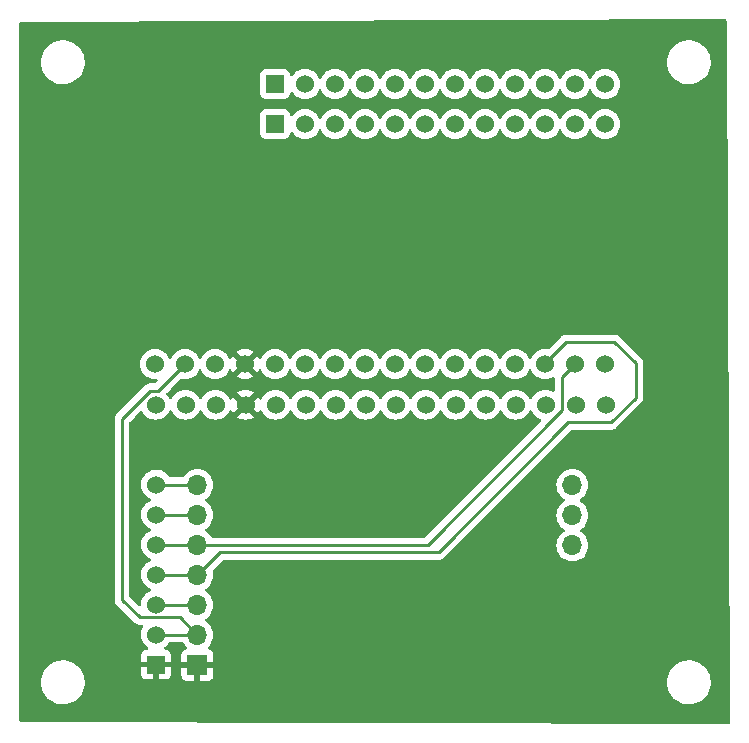
<source format=gbr>
%TF.GenerationSoftware,KiCad,Pcbnew,(7.0.0)*%
%TF.CreationDate,2023-02-28T10:19:26+09:00*%
%TF.ProjectId,feather-m4_e220_dbg_board,66656174-6865-4722-9d6d-345f65323230,0.1.1*%
%TF.SameCoordinates,Original*%
%TF.FileFunction,Copper,L1,Top*%
%TF.FilePolarity,Positive*%
%FSLAX46Y46*%
G04 Gerber Fmt 4.6, Leading zero omitted, Abs format (unit mm)*
G04 Created by KiCad (PCBNEW (7.0.0)) date 2023-02-28 10:19:26*
%MOMM*%
%LPD*%
G01*
G04 APERTURE LIST*
%TA.AperFunction,ComponentPad*%
%ADD10R,1.530000X1.530000*%
%TD*%
%TA.AperFunction,ComponentPad*%
%ADD11C,1.530000*%
%TD*%
%TA.AperFunction,ComponentPad*%
%ADD12O,1.700000X1.700000*%
%TD*%
%TA.AperFunction,ComponentPad*%
%ADD13R,1.700000X1.700000*%
%TD*%
%TA.AperFunction,ViaPad*%
%ADD14C,0.800000*%
%TD*%
%TA.AperFunction,Conductor*%
%ADD15C,0.250000*%
%TD*%
G04 APERTURE END LIST*
D10*
%TO.P,REF\u002A\u002A,1*%
%TO.N,unconnected-(U1-VBAT-PadP2_1)*%
X140959999Y-75349999D03*
D11*
%TO.P,REF\u002A\u002A,2*%
%TO.N,unconnected-(U1-EN-PadP2_2)*%
X143500000Y-75350000D03*
%TO.P,REF\u002A\u002A,3*%
%TO.N,unconnected-(U1-VBUS-PadP2_3)*%
X146040000Y-75350000D03*
%TO.P,REF\u002A\u002A,4*%
%TO.N,unconnected-(U1-D13-PadP2_4)*%
X148580000Y-75350000D03*
%TO.P,REF\u002A\u002A,5*%
%TO.N,unconnected-(U1-D12-PadP2_5)*%
X151120000Y-75350000D03*
%TO.P,REF\u002A\u002A,6*%
%TO.N,unconnected-(U1-D11-PadP2_6)*%
X153660000Y-75350000D03*
%TO.P,REF\u002A\u002A,7*%
%TO.N,unconnected-(U1-D10-PadP2_7)*%
X156200000Y-75350000D03*
%TO.P,REF\u002A\u002A,8*%
%TO.N,unconnected-(U1-D9-PadP2_8)*%
X158740000Y-75350000D03*
%TO.P,REF\u002A\u002A,9*%
%TO.N,Net-(U1-D6)*%
X161280000Y-75350000D03*
%TO.P,REF\u002A\u002A,10*%
%TO.N,Net-(U1-D5)*%
X163820000Y-75350000D03*
%TO.P,REF\u002A\u002A,11*%
%TO.N,unconnected-(U1-SCL-PadP2_11)*%
X166360000Y-75350000D03*
%TO.P,REF\u002A\u002A,12*%
%TO.N,unconnected-(U1-SDA-PadP2_12)*%
X168900000Y-75350000D03*
%TD*%
%TO.P,FEATHER-M4\u002A,P1_1,D4*%
%TO.N,Net-(U1-D4)*%
X168900000Y-99060000D03*
%TO.P,FEATHER-M4\u002A,P1_2,D1*%
%TO.N,Net-(U1-D1)*%
X166360000Y-99060000D03*
%TO.P,FEATHER-M4\u002A,P1_3,D0*%
%TO.N,Net-(U1-D0)*%
X163820000Y-99060000D03*
%TO.P,FEATHER-M4\u002A,P1_4,MISO*%
%TO.N,unconnected-(U1-MISO-PadP1_4)*%
X161280000Y-99060000D03*
%TO.P,FEATHER-M4\u002A,P1_5,MOSI*%
%TO.N,unconnected-(U1-MOSI-PadP1_5)*%
X158740000Y-99060000D03*
%TO.P,FEATHER-M4\u002A,P1_6,SCK*%
%TO.N,unconnected-(U1-SCK-PadP1_6)*%
X156200000Y-99060000D03*
%TO.P,FEATHER-M4\u002A,P1_7,A5*%
%TO.N,unconnected-(U1-A5-PadP1_7)*%
X153660000Y-99060000D03*
%TO.P,FEATHER-M4\u002A,P1_8,A4*%
%TO.N,unconnected-(U1-A4-PadP1_8)*%
X151120000Y-99060000D03*
%TO.P,FEATHER-M4\u002A,P1_9,A3*%
%TO.N,unconnected-(U1-A3-PadP1_9)*%
X148580000Y-99060000D03*
%TO.P,FEATHER-M4\u002A,P1_10,A2*%
%TO.N,unconnected-(U1-A2-PadP1_10)*%
X146040000Y-99060000D03*
%TO.P,FEATHER-M4\u002A,P1_11,A1*%
%TO.N,unconnected-(U1-A1-PadP1_11)*%
X143500000Y-99060000D03*
%TO.P,FEATHER-M4\u002A,P1_12,A0*%
%TO.N,unconnected-(U1-A0-PadP1_12)*%
X140960000Y-99060000D03*
%TO.P,FEATHER-M4\u002A,P1_13,GND*%
%TO.N,GND*%
X138420000Y-99060000D03*
%TO.P,FEATHER-M4\u002A,P1_14,AREF*%
%TO.N,unconnected-(U1-AREF-PadP1_14)*%
X135880000Y-99060000D03*
%TO.P,FEATHER-M4\u002A,P1_15,3V3*%
%TO.N,Net-(U1-3V3)*%
X133340000Y-99060000D03*
%TO.P,FEATHER-M4\u002A,P1_16,~{RESET}*%
%TO.N,unconnected-(U1-~{RESET}-PadP1_16)*%
X130800000Y-99060000D03*
D10*
%TO.P,FEATHER-M4\u002A,P2_1,VBAT*%
%TO.N,unconnected-(U1-VBAT-PadP2_1)*%
X140959999Y-78739999D03*
D11*
%TO.P,FEATHER-M4\u002A,P2_2,EN*%
%TO.N,unconnected-(U1-EN-PadP2_2)*%
X143500000Y-78740000D03*
%TO.P,FEATHER-M4\u002A,P2_3,VBUS*%
%TO.N,unconnected-(U1-VBUS-PadP2_3)*%
X146040000Y-78740000D03*
%TO.P,FEATHER-M4\u002A,P2_4,D13*%
%TO.N,unconnected-(U1-D13-PadP2_4)*%
X148580000Y-78740000D03*
%TO.P,FEATHER-M4\u002A,P2_5,D12*%
%TO.N,unconnected-(U1-D12-PadP2_5)*%
X151120000Y-78740000D03*
%TO.P,FEATHER-M4\u002A,P2_6,D11*%
%TO.N,unconnected-(U1-D11-PadP2_6)*%
X153660000Y-78740000D03*
%TO.P,FEATHER-M4\u002A,P2_7,D10*%
%TO.N,unconnected-(U1-D10-PadP2_7)*%
X156200000Y-78740000D03*
%TO.P,FEATHER-M4\u002A,P2_8,D9*%
%TO.N,unconnected-(U1-D9-PadP2_8)*%
X158740000Y-78740000D03*
%TO.P,FEATHER-M4\u002A,P2_9,D6*%
%TO.N,Net-(U1-D6)*%
X161280000Y-78740000D03*
%TO.P,FEATHER-M4\u002A,P2_10,D5*%
%TO.N,Net-(U1-D5)*%
X163820000Y-78740000D03*
%TO.P,FEATHER-M4\u002A,P2_11,SCL*%
%TO.N,unconnected-(U1-SCL-PadP2_11)*%
X166360000Y-78740000D03*
%TO.P,FEATHER-M4\u002A,P2_12,SDA*%
%TO.N,unconnected-(U1-SDA-PadP2_12)*%
X168900000Y-78740000D03*
%TD*%
%TO.P,REF\u002A\u002A,1*%
%TO.N,Net-(U1-D4)*%
X168940000Y-102500000D03*
%TO.P,REF\u002A\u002A,2*%
%TO.N,Net-(U1-D1)*%
X166400000Y-102500000D03*
%TO.P,REF\u002A\u002A,3*%
%TO.N,Net-(U1-D0)*%
X163860000Y-102500000D03*
%TO.P,REF\u002A\u002A,4*%
%TO.N,unconnected-(U1-MISO-PadP1_4)*%
X161320000Y-102500000D03*
%TO.P,REF\u002A\u002A,5*%
%TO.N,unconnected-(U1-MOSI-PadP1_5)*%
X158780000Y-102500000D03*
%TO.P,REF\u002A\u002A,6*%
%TO.N,unconnected-(U1-SCK-PadP1_6)*%
X156240000Y-102500000D03*
%TO.P,REF\u002A\u002A,7*%
%TO.N,unconnected-(U1-A5-PadP1_7)*%
X153700000Y-102500000D03*
%TO.P,REF\u002A\u002A,8*%
%TO.N,unconnected-(U1-A4-PadP1_8)*%
X151160000Y-102500000D03*
%TO.P,REF\u002A\u002A,9*%
%TO.N,unconnected-(U1-A3-PadP1_9)*%
X148620000Y-102500000D03*
%TO.P,REF\u002A\u002A,10*%
%TO.N,unconnected-(U1-A2-PadP1_10)*%
X146080000Y-102500000D03*
%TO.P,REF\u002A\u002A,11*%
%TO.N,unconnected-(U1-A1-PadP1_11)*%
X143540000Y-102500000D03*
%TO.P,REF\u002A\u002A,12*%
%TO.N,unconnected-(U1-A0-PadP1_12)*%
X141000000Y-102500000D03*
%TO.P,REF\u002A\u002A,13*%
%TO.N,GND*%
X138460000Y-102500000D03*
%TO.P,REF\u002A\u002A,14*%
%TO.N,unconnected-(U1-AREF-PadP1_14)*%
X135920000Y-102500000D03*
%TO.P,REF\u002A\u002A,15*%
%TO.N,Net-(U1-3V3)*%
X133380000Y-102500000D03*
%TO.P,REF\u002A\u002A,16*%
%TO.N,unconnected-(U1-~{RESET}-PadP1_16)*%
X130840000Y-102500000D03*
%TD*%
D12*
%TO.P,E220,1,M0*%
%TO.N,Net-(U1-D4)*%
X134389999Y-109299999D03*
%TO.P,E220,2,M1*%
%TO.N,Net-(U1-D5)*%
X134389999Y-111839999D03*
%TO.P,E220,3,RXD*%
%TO.N,Net-(U1-D1)*%
X134389999Y-114379999D03*
%TO.P,E220,4,TXD*%
%TO.N,Net-(U1-D0)*%
X134389999Y-116919999D03*
%TO.P,E220,5,AUX*%
%TO.N,Net-(U1-D6)*%
X134389999Y-119459999D03*
%TO.P,E220,6,VCC*%
%TO.N,Net-(U1-3V3)*%
X134389999Y-121999999D03*
D13*
%TO.P,E220,7,GND*%
%TO.N,GND*%
X134389999Y-124539999D03*
D12*
%TO.P,E220,8*%
%TO.N,N/C*%
X166139999Y-109299999D03*
%TO.P,E220,9*%
X166139999Y-111869999D03*
%TO.P,E220,10*%
X166139999Y-114409999D03*
%TD*%
D11*
%TO.P,REF\u002A\u002A,1*%
%TO.N,Net-(U1-D4)*%
X130890000Y-109260000D03*
%TO.P,REF\u002A\u002A,2*%
%TO.N,Net-(U1-D5)*%
X130890000Y-111800000D03*
%TO.P,REF\u002A\u002A,3*%
%TO.N,Net-(U1-D1)*%
X130890000Y-114340000D03*
%TO.P,REF\u002A\u002A,4*%
%TO.N,Net-(U1-D0)*%
X130890000Y-116880000D03*
%TO.P,REF\u002A\u002A,5*%
%TO.N,Net-(U1-D6)*%
X130890000Y-119420000D03*
%TO.P,REF\u002A\u002A,6*%
%TO.N,Net-(U1-3V3)*%
X130890000Y-121960000D03*
D10*
%TO.P,REF\u002A\u002A,7*%
%TO.N,GND*%
X130889999Y-124499999D03*
%TD*%
D14*
%TO.N,GND*%
X137860000Y-126260000D03*
X155380000Y-84550000D03*
X154400000Y-105300000D03*
X169500000Y-113000000D03*
X143700000Y-105300000D03*
X150480000Y-80690000D03*
X133780000Y-96870000D03*
X145510000Y-126260000D03*
X150630000Y-93900000D03*
X148620000Y-122840000D03*
X161700000Y-116000000D03*
X134600000Y-84100000D03*
X169400000Y-109500000D03*
X155010000Y-90480000D03*
X144910000Y-84250000D03*
X147400000Y-111600000D03*
X133860000Y-90480000D03*
X139900000Y-111600000D03*
X164200000Y-119600000D03*
X152260000Y-126260000D03*
X145140000Y-90260000D03*
X145510000Y-119500000D03*
X155450000Y-96940000D03*
X130000000Y-80540000D03*
X165100000Y-93820000D03*
X158500000Y-126100000D03*
X167850000Y-81950000D03*
X167700000Y-90480000D03*
X155400000Y-123000000D03*
X161760000Y-96940000D03*
X161690000Y-90560000D03*
X137860000Y-119500000D03*
X134100000Y-105300000D03*
X138980000Y-80390000D03*
X145140000Y-96870000D03*
X152260000Y-119500000D03*
X158640000Y-93900000D03*
X167850000Y-85880000D03*
X158400000Y-119600000D03*
X164500000Y-126200000D03*
X161800000Y-112600000D03*
X161400000Y-123200000D03*
X141650000Y-122840000D03*
X170520000Y-93820000D03*
X139570000Y-93600000D03*
%TD*%
D15*
%TO.N,Net-(U1-D4)*%
X130890000Y-109260000D02*
X134350000Y-109260000D01*
X134350000Y-109260000D02*
X134390000Y-109300000D01*
%TO.N,Net-(U1-D1)*%
X165265000Y-100155000D02*
X166360000Y-99060000D01*
X134350000Y-114340000D02*
X134390000Y-114380000D01*
X165265000Y-102986701D02*
X165265000Y-100155000D01*
X134390000Y-114380000D02*
X153871701Y-114380000D01*
X130890000Y-114340000D02*
X134350000Y-114340000D01*
X153871701Y-114380000D02*
X165265000Y-102986701D01*
%TO.N,Net-(U1-D0)*%
X134350000Y-116880000D02*
X134390000Y-116920000D01*
X165800000Y-104000000D02*
X169400000Y-104000000D01*
X165600000Y-97200000D02*
X163820000Y-98980000D01*
X130890000Y-116880000D02*
X134350000Y-116880000D01*
X154800000Y-115000000D02*
X165800000Y-104000000D01*
X163820000Y-98980000D02*
X163820000Y-99060000D01*
X136310000Y-115000000D02*
X154800000Y-115000000D01*
X171500000Y-101900000D02*
X171500000Y-99000000D01*
X169700000Y-97200000D02*
X165600000Y-97200000D01*
X134390000Y-116920000D02*
X136310000Y-115000000D01*
X169400000Y-104000000D02*
X171500000Y-101900000D01*
X171500000Y-99000000D02*
X169700000Y-97200000D01*
%TO.N,Net-(U1-3V3)*%
X128000000Y-119000000D02*
X128000000Y-103718299D01*
X130890000Y-121960000D02*
X134350000Y-121960000D01*
X129510000Y-120510000D02*
X128000000Y-119000000D01*
X130393299Y-101325000D02*
X131075000Y-101325000D01*
X131075000Y-101325000D02*
X133340000Y-99060000D01*
X128000000Y-103718299D02*
X130393299Y-101325000D01*
X134350000Y-121960000D02*
X134390000Y-122000000D01*
X134390000Y-122000000D02*
X132900000Y-120510000D01*
X132900000Y-120510000D02*
X129510000Y-120510000D01*
%TO.N,Net-(U1-D6)*%
X134350000Y-119420000D02*
X134390000Y-119460000D01*
X130890000Y-119420000D02*
X134350000Y-119420000D01*
%TO.N,Net-(U1-D5)*%
X134350000Y-111800000D02*
X134390000Y-111840000D01*
X130890000Y-111800000D02*
X134350000Y-111800000D01*
%TD*%
%TA.AperFunction,Conductor*%
%TO.N,GND*%
G36*
X179127980Y-69876849D02*
G01*
X179173526Y-69922000D01*
X179190422Y-69983867D01*
X179489371Y-129395064D01*
X179472916Y-129457417D01*
X179427375Y-129503074D01*
X179365064Y-129519688D01*
X119433691Y-129370308D01*
X119371822Y-129353592D01*
X119326561Y-129308219D01*
X119310000Y-129246308D01*
X119310000Y-126067765D01*
X121145788Y-126067765D01*
X121146282Y-126072262D01*
X121146283Y-126072267D01*
X121174917Y-126332506D01*
X121174918Y-126332513D01*
X121175414Y-126337018D01*
X121176559Y-126341398D01*
X121176561Y-126341408D01*
X121208830Y-126464838D01*
X121243928Y-126599088D01*
X121245693Y-126603242D01*
X121245696Y-126603250D01*
X121348099Y-126844223D01*
X121349870Y-126848390D01*
X121352226Y-126852251D01*
X121352229Y-126852256D01*
X121488618Y-127075737D01*
X121490982Y-127079610D01*
X121664255Y-127287820D01*
X121667630Y-127290844D01*
X121667631Y-127290845D01*
X121772330Y-127384656D01*
X121865998Y-127468582D01*
X122091910Y-127618044D01*
X122337176Y-127733020D01*
X122596569Y-127811060D01*
X122864561Y-127850500D01*
X123065369Y-127850500D01*
X123067631Y-127850500D01*
X123270156Y-127835677D01*
X123534553Y-127776780D01*
X123787558Y-127680014D01*
X124023777Y-127547441D01*
X124238177Y-127381888D01*
X124426186Y-127186881D01*
X124583799Y-126966579D01*
X124707656Y-126725675D01*
X124795118Y-126469305D01*
X124844319Y-126202933D01*
X124849259Y-126067765D01*
X174145788Y-126067765D01*
X174146282Y-126072262D01*
X174146283Y-126072267D01*
X174174917Y-126332506D01*
X174174918Y-126332513D01*
X174175414Y-126337018D01*
X174176559Y-126341398D01*
X174176561Y-126341408D01*
X174208830Y-126464838D01*
X174243928Y-126599088D01*
X174245693Y-126603242D01*
X174245696Y-126603250D01*
X174348099Y-126844223D01*
X174349870Y-126848390D01*
X174352226Y-126852251D01*
X174352229Y-126852256D01*
X174488618Y-127075737D01*
X174490982Y-127079610D01*
X174664255Y-127287820D01*
X174667630Y-127290844D01*
X174667631Y-127290845D01*
X174772330Y-127384656D01*
X174865998Y-127468582D01*
X175091910Y-127618044D01*
X175337176Y-127733020D01*
X175596569Y-127811060D01*
X175864561Y-127850500D01*
X176065369Y-127850500D01*
X176067631Y-127850500D01*
X176270156Y-127835677D01*
X176534553Y-127776780D01*
X176787558Y-127680014D01*
X177023777Y-127547441D01*
X177238177Y-127381888D01*
X177426186Y-127186881D01*
X177583799Y-126966579D01*
X177707656Y-126725675D01*
X177795118Y-126469305D01*
X177844319Y-126202933D01*
X177854212Y-125932235D01*
X177824586Y-125662982D01*
X177756072Y-125400912D01*
X177650130Y-125151610D01*
X177509018Y-124920390D01*
X177335745Y-124712180D01*
X177230759Y-124618112D01*
X177137382Y-124534446D01*
X177137378Y-124534442D01*
X177134002Y-124531418D01*
X176908090Y-124381956D01*
X176903996Y-124380036D01*
X176903991Y-124380034D01*
X176666929Y-124268904D01*
X176666925Y-124268902D01*
X176662824Y-124266980D01*
X176658477Y-124265672D01*
X176658474Y-124265671D01*
X176407772Y-124190246D01*
X176407771Y-124190245D01*
X176403431Y-124188940D01*
X176398957Y-124188281D01*
X176398950Y-124188280D01*
X176139913Y-124150158D01*
X176139907Y-124150157D01*
X176135439Y-124149500D01*
X175932369Y-124149500D01*
X175930120Y-124149664D01*
X175930109Y-124149665D01*
X175734363Y-124163992D01*
X175734359Y-124163992D01*
X175729844Y-124164323D01*
X175725426Y-124165307D01*
X175725420Y-124165308D01*
X175469877Y-124222232D01*
X175469861Y-124222236D01*
X175465447Y-124223220D01*
X175461216Y-124224838D01*
X175461210Y-124224840D01*
X175216673Y-124318367D01*
X175216663Y-124318371D01*
X175212442Y-124319986D01*
X175208494Y-124322201D01*
X175208489Y-124322204D01*
X174980176Y-124450340D01*
X174980171Y-124450343D01*
X174976223Y-124452559D01*
X174972639Y-124455325D01*
X174972635Y-124455329D01*
X174765407Y-124615343D01*
X174765394Y-124615354D01*
X174761823Y-124618112D01*
X174758685Y-124621366D01*
X174758678Y-124621373D01*
X174576958Y-124809857D01*
X174576952Y-124809864D01*
X174573814Y-124813119D01*
X174571189Y-124816787D01*
X174571179Y-124816800D01*
X174418834Y-125029740D01*
X174418830Y-125029745D01*
X174416201Y-125033421D01*
X174414132Y-125037444D01*
X174414129Y-125037450D01*
X174294416Y-125270293D01*
X174294411Y-125270304D01*
X174292344Y-125274325D01*
X174290884Y-125278602D01*
X174290879Y-125278616D01*
X174206348Y-125526395D01*
X174206344Y-125526407D01*
X174204882Y-125530695D01*
X174204057Y-125535159D01*
X174204057Y-125535161D01*
X174156504Y-125792606D01*
X174156502Y-125792619D01*
X174155681Y-125797067D01*
X174155515Y-125801593D01*
X174155515Y-125801599D01*
X174150576Y-125936762D01*
X174145788Y-126067765D01*
X124849259Y-126067765D01*
X124854212Y-125932235D01*
X124824586Y-125662982D01*
X124756072Y-125400912D01*
X124717234Y-125309518D01*
X129625000Y-125309518D01*
X129625353Y-125316114D01*
X129630573Y-125364667D01*
X129634111Y-125379641D01*
X129678547Y-125498777D01*
X129686962Y-125514189D01*
X129762498Y-125615092D01*
X129774907Y-125627501D01*
X129875810Y-125703037D01*
X129891222Y-125711452D01*
X130010358Y-125755888D01*
X130025332Y-125759426D01*
X130073885Y-125764646D01*
X130080482Y-125765000D01*
X130623674Y-125765000D01*
X130636549Y-125761549D01*
X130640000Y-125748674D01*
X131140000Y-125748674D01*
X131143450Y-125761549D01*
X131156326Y-125765000D01*
X131699518Y-125765000D01*
X131706114Y-125764646D01*
X131754667Y-125759426D01*
X131769641Y-125755888D01*
X131888777Y-125711452D01*
X131904189Y-125703037D01*
X132005092Y-125627501D01*
X132017501Y-125615092D01*
X132093037Y-125514189D01*
X132101452Y-125498777D01*
X132125420Y-125434518D01*
X133040000Y-125434518D01*
X133040353Y-125441114D01*
X133045573Y-125489667D01*
X133049111Y-125504641D01*
X133093547Y-125623777D01*
X133101962Y-125639189D01*
X133177498Y-125740092D01*
X133189907Y-125752501D01*
X133290810Y-125828037D01*
X133306222Y-125836452D01*
X133425358Y-125880888D01*
X133440332Y-125884426D01*
X133488885Y-125889646D01*
X133495482Y-125890000D01*
X134123674Y-125890000D01*
X134136549Y-125886549D01*
X134140000Y-125873674D01*
X134640000Y-125873674D01*
X134643450Y-125886549D01*
X134656326Y-125890000D01*
X135284518Y-125890000D01*
X135291114Y-125889646D01*
X135339667Y-125884426D01*
X135354641Y-125880888D01*
X135473777Y-125836452D01*
X135489189Y-125828037D01*
X135590092Y-125752501D01*
X135602501Y-125740092D01*
X135678037Y-125639189D01*
X135686452Y-125623777D01*
X135730888Y-125504641D01*
X135734426Y-125489667D01*
X135739646Y-125441114D01*
X135740000Y-125434518D01*
X135740000Y-124806326D01*
X135736549Y-124793450D01*
X135723674Y-124790000D01*
X134656326Y-124790000D01*
X134643450Y-124793450D01*
X134640000Y-124806326D01*
X134640000Y-125873674D01*
X134140000Y-125873674D01*
X134140000Y-124806326D01*
X134136549Y-124793450D01*
X134123674Y-124790000D01*
X133056326Y-124790000D01*
X133043450Y-124793450D01*
X133040000Y-124806326D01*
X133040000Y-125434518D01*
X132125420Y-125434518D01*
X132145888Y-125379641D01*
X132149426Y-125364667D01*
X132154646Y-125316114D01*
X132155000Y-125309518D01*
X132155000Y-124766326D01*
X132151549Y-124753450D01*
X132138674Y-124750000D01*
X131156326Y-124750000D01*
X131143450Y-124753450D01*
X131140000Y-124766326D01*
X131140000Y-125748674D01*
X130640000Y-125748674D01*
X130640000Y-124766326D01*
X130636549Y-124753450D01*
X130623674Y-124750000D01*
X129641326Y-124750000D01*
X129628450Y-124753450D01*
X129625000Y-124766326D01*
X129625000Y-125309518D01*
X124717234Y-125309518D01*
X124650130Y-125151610D01*
X124509018Y-124920390D01*
X124335745Y-124712180D01*
X124230759Y-124618112D01*
X124137382Y-124534446D01*
X124137378Y-124534442D01*
X124134002Y-124531418D01*
X123908090Y-124381956D01*
X123903996Y-124380036D01*
X123903991Y-124380034D01*
X123666929Y-124268904D01*
X123666925Y-124268902D01*
X123662824Y-124266980D01*
X123658477Y-124265672D01*
X123658474Y-124265671D01*
X123407772Y-124190246D01*
X123407771Y-124190245D01*
X123403431Y-124188940D01*
X123398957Y-124188281D01*
X123398950Y-124188280D01*
X123139913Y-124150158D01*
X123139907Y-124150157D01*
X123135439Y-124149500D01*
X122932369Y-124149500D01*
X122930120Y-124149664D01*
X122930109Y-124149665D01*
X122734363Y-124163992D01*
X122734359Y-124163992D01*
X122729844Y-124164323D01*
X122725426Y-124165307D01*
X122725420Y-124165308D01*
X122469877Y-124222232D01*
X122469861Y-124222236D01*
X122465447Y-124223220D01*
X122461216Y-124224838D01*
X122461210Y-124224840D01*
X122216673Y-124318367D01*
X122216663Y-124318371D01*
X122212442Y-124319986D01*
X122208494Y-124322201D01*
X122208489Y-124322204D01*
X121980176Y-124450340D01*
X121980171Y-124450343D01*
X121976223Y-124452559D01*
X121972639Y-124455325D01*
X121972635Y-124455329D01*
X121765407Y-124615343D01*
X121765394Y-124615354D01*
X121761823Y-124618112D01*
X121758685Y-124621366D01*
X121758678Y-124621373D01*
X121576958Y-124809857D01*
X121576952Y-124809864D01*
X121573814Y-124813119D01*
X121571189Y-124816787D01*
X121571179Y-124816800D01*
X121418834Y-125029740D01*
X121418830Y-125029745D01*
X121416201Y-125033421D01*
X121414132Y-125037444D01*
X121414129Y-125037450D01*
X121294416Y-125270293D01*
X121294411Y-125270304D01*
X121292344Y-125274325D01*
X121290884Y-125278602D01*
X121290879Y-125278616D01*
X121206348Y-125526395D01*
X121206344Y-125526407D01*
X121204882Y-125530695D01*
X121204057Y-125535159D01*
X121204057Y-125535161D01*
X121156504Y-125792606D01*
X121156502Y-125792619D01*
X121155681Y-125797067D01*
X121155515Y-125801593D01*
X121155515Y-125801599D01*
X121150576Y-125936762D01*
X121145788Y-126067765D01*
X119310000Y-126067765D01*
X119310000Y-103698495D01*
X127369840Y-103698495D01*
X127370574Y-103706260D01*
X127370574Y-103706263D01*
X127373950Y-103741975D01*
X127374500Y-103753644D01*
X127374500Y-118922225D01*
X127373978Y-118933280D01*
X127372327Y-118940667D01*
X127372571Y-118948453D01*
X127372571Y-118948461D01*
X127374439Y-119007873D01*
X127374500Y-119011768D01*
X127374500Y-119039350D01*
X127374988Y-119043219D01*
X127374989Y-119043225D01*
X127375004Y-119043343D01*
X127375918Y-119054966D01*
X127377045Y-119090830D01*
X127377046Y-119090837D01*
X127377291Y-119098627D01*
X127379467Y-119106119D01*
X127379468Y-119106121D01*
X127382879Y-119117862D01*
X127386825Y-119136915D01*
X127389336Y-119156792D01*
X127392206Y-119164042D01*
X127392208Y-119164048D01*
X127405414Y-119197404D01*
X127409197Y-119208451D01*
X127421382Y-119250390D01*
X127425353Y-119257105D01*
X127425354Y-119257107D01*
X127431581Y-119267637D01*
X127440136Y-119285099D01*
X127444642Y-119296480D01*
X127444643Y-119296483D01*
X127447514Y-119303732D01*
X127469440Y-119333912D01*
X127473181Y-119339060D01*
X127479593Y-119348822D01*
X127497856Y-119379702D01*
X127497859Y-119379707D01*
X127501830Y-119386420D01*
X127507344Y-119391934D01*
X127507345Y-119391935D01*
X127515990Y-119400580D01*
X127528626Y-119415374D01*
X127535819Y-119425275D01*
X127535823Y-119425279D01*
X127540406Y-119431587D01*
X127546415Y-119436558D01*
X127546416Y-119436559D01*
X127574058Y-119459426D01*
X127582699Y-119467289D01*
X129012707Y-120897298D01*
X129020159Y-120905487D01*
X129024214Y-120911877D01*
X129073223Y-120957900D01*
X129076020Y-120960611D01*
X129095529Y-120980120D01*
X129098709Y-120982587D01*
X129107571Y-120990155D01*
X129121020Y-121002785D01*
X129133732Y-121014723D01*
X129133734Y-121014724D01*
X129139418Y-121020062D01*
X129146251Y-121023818D01*
X129146252Y-121023819D01*
X129156973Y-121029713D01*
X129173234Y-121040394D01*
X129189064Y-121052673D01*
X129229155Y-121070021D01*
X129239635Y-121075155D01*
X129277908Y-121096197D01*
X129297316Y-121101180D01*
X129315719Y-121107481D01*
X129326944Y-121112339D01*
X129326946Y-121112339D01*
X129334104Y-121115437D01*
X129377258Y-121122271D01*
X129388644Y-121124629D01*
X129430981Y-121135500D01*
X129451017Y-121135500D01*
X129470415Y-121137027D01*
X129482486Y-121138939D01*
X129482487Y-121138939D01*
X129490196Y-121140160D01*
X129528276Y-121136560D01*
X129533676Y-121136050D01*
X129545345Y-121135500D01*
X129684940Y-121135500D01*
X129746939Y-121152112D01*
X129792326Y-121197498D01*
X129808940Y-121259497D01*
X129792412Y-121321184D01*
X129789858Y-121324833D01*
X129787570Y-121329738D01*
X129787568Y-121329743D01*
X129698563Y-121520616D01*
X129698560Y-121520623D01*
X129696277Y-121525520D01*
X129694880Y-121530730D01*
X129694877Y-121530741D01*
X129640366Y-121734176D01*
X129640363Y-121734189D01*
X129638965Y-121739409D01*
X129638493Y-121744798D01*
X129638492Y-121744807D01*
X129636290Y-121769982D01*
X129619666Y-121960000D01*
X129620138Y-121965395D01*
X129638492Y-122175192D01*
X129638493Y-122175199D01*
X129638965Y-122180591D01*
X129640364Y-122185812D01*
X129640366Y-122185823D01*
X129694877Y-122389258D01*
X129694879Y-122389265D01*
X129696277Y-122394480D01*
X129789858Y-122595167D01*
X129792965Y-122599604D01*
X129913762Y-122772120D01*
X129913765Y-122772124D01*
X129916868Y-122776555D01*
X130073445Y-122933132D01*
X130077877Y-122936235D01*
X130077879Y-122936237D01*
X130182402Y-123009425D01*
X130222729Y-123056642D01*
X130235108Y-123117490D01*
X130216436Y-123176710D01*
X130171394Y-123219453D01*
X130111278Y-123235000D01*
X130080482Y-123235000D01*
X130073885Y-123235353D01*
X130025332Y-123240573D01*
X130010358Y-123244111D01*
X129891222Y-123288547D01*
X129875810Y-123296962D01*
X129774907Y-123372498D01*
X129762498Y-123384907D01*
X129686962Y-123485810D01*
X129678547Y-123501222D01*
X129634111Y-123620358D01*
X129630573Y-123635332D01*
X129625353Y-123683885D01*
X129625000Y-123690482D01*
X129625000Y-124233674D01*
X129628450Y-124246549D01*
X129641326Y-124250000D01*
X132138674Y-124250000D01*
X132151549Y-124246549D01*
X132155000Y-124233674D01*
X132155000Y-123690482D01*
X132154646Y-123683885D01*
X132149426Y-123635332D01*
X132145888Y-123620358D01*
X132101452Y-123501222D01*
X132093037Y-123485810D01*
X132017501Y-123384907D01*
X132005092Y-123372498D01*
X131904189Y-123296962D01*
X131888777Y-123288547D01*
X131769641Y-123244111D01*
X131754667Y-123240573D01*
X131706114Y-123235353D01*
X131699518Y-123235000D01*
X131668722Y-123235000D01*
X131608606Y-123219453D01*
X131563564Y-123176710D01*
X131544892Y-123117490D01*
X131557271Y-123056642D01*
X131597598Y-123009425D01*
X131620037Y-122993713D01*
X131706555Y-122933132D01*
X131863132Y-122776555D01*
X131929159Y-122682259D01*
X131959887Y-122638376D01*
X132004205Y-122599511D01*
X132061462Y-122585500D01*
X133093915Y-122585500D01*
X133160541Y-122604920D01*
X133206296Y-122657094D01*
X133215965Y-122677830D01*
X133219072Y-122682267D01*
X133348399Y-122866966D01*
X133348402Y-122866970D01*
X133351505Y-122871401D01*
X133355336Y-122875232D01*
X133473818Y-122993714D01*
X133505114Y-123046460D01*
X133507303Y-123107753D01*
X133479850Y-123162597D01*
X133429471Y-123197576D01*
X133306226Y-123243544D01*
X133290810Y-123251962D01*
X133189907Y-123327498D01*
X133177498Y-123339907D01*
X133101962Y-123440810D01*
X133093547Y-123456222D01*
X133049111Y-123575358D01*
X133045573Y-123590332D01*
X133040353Y-123638885D01*
X133040000Y-123645482D01*
X133040000Y-124273674D01*
X133043450Y-124286549D01*
X133056326Y-124290000D01*
X135723674Y-124290000D01*
X135736549Y-124286549D01*
X135740000Y-124273674D01*
X135740000Y-123645482D01*
X135739646Y-123638885D01*
X135734426Y-123590332D01*
X135730888Y-123575358D01*
X135686452Y-123456222D01*
X135678037Y-123440810D01*
X135602501Y-123339907D01*
X135590092Y-123327498D01*
X135489189Y-123251962D01*
X135473779Y-123243548D01*
X135350528Y-123197577D01*
X135300149Y-123162597D01*
X135272696Y-123107753D01*
X135274885Y-123046460D01*
X135306178Y-122993717D01*
X135428495Y-122871401D01*
X135564035Y-122677830D01*
X135663903Y-122463663D01*
X135725063Y-122235408D01*
X135745659Y-122000000D01*
X135725063Y-121764592D01*
X135663903Y-121536337D01*
X135564035Y-121322171D01*
X135428495Y-121128599D01*
X135261401Y-120961505D01*
X135256968Y-120958401D01*
X135256961Y-120958395D01*
X135075842Y-120831575D01*
X135036976Y-120787257D01*
X135022965Y-120730000D01*
X135036976Y-120672743D01*
X135075842Y-120628425D01*
X135256961Y-120501604D01*
X135256961Y-120501603D01*
X135261401Y-120498495D01*
X135428495Y-120331401D01*
X135564035Y-120137830D01*
X135663903Y-119923663D01*
X135725063Y-119695408D01*
X135745659Y-119460000D01*
X135725063Y-119224592D01*
X135663903Y-118996337D01*
X135564035Y-118782171D01*
X135428495Y-118588599D01*
X135261401Y-118421505D01*
X135256968Y-118418401D01*
X135256961Y-118418395D01*
X135075842Y-118291575D01*
X135036976Y-118247257D01*
X135022965Y-118190000D01*
X135036976Y-118132743D01*
X135075842Y-118088425D01*
X135256961Y-117961604D01*
X135256961Y-117961603D01*
X135261401Y-117958495D01*
X135428495Y-117791401D01*
X135564035Y-117597830D01*
X135663903Y-117383663D01*
X135725063Y-117155408D01*
X135745659Y-116920000D01*
X135725063Y-116684592D01*
X135698143Y-116584126D01*
X135698143Y-116519938D01*
X135730235Y-116464353D01*
X136532771Y-115661819D01*
X136573000Y-115634939D01*
X136620453Y-115625500D01*
X154722225Y-115625500D01*
X154733280Y-115626021D01*
X154740667Y-115627673D01*
X154807872Y-115625561D01*
X154811768Y-115625500D01*
X154835448Y-115625500D01*
X154839350Y-115625500D01*
X154843313Y-115624999D01*
X154854963Y-115624080D01*
X154898627Y-115622709D01*
X154917861Y-115617119D01*
X154936917Y-115613174D01*
X154956792Y-115610664D01*
X154997395Y-115594587D01*
X155008450Y-115590802D01*
X155038991Y-115581929D01*
X155042900Y-115580794D01*
X155042900Y-115580793D01*
X155050390Y-115578618D01*
X155067629Y-115568422D01*
X155085103Y-115559862D01*
X155096474Y-115555360D01*
X155096476Y-115555358D01*
X155103732Y-115552486D01*
X155139069Y-115526811D01*
X155148824Y-115520403D01*
X155186420Y-115498170D01*
X155200584Y-115484005D01*
X155215379Y-115471368D01*
X155231587Y-115459594D01*
X155259428Y-115425938D01*
X155267279Y-115417309D01*
X156274588Y-114410000D01*
X164784341Y-114410000D01*
X164804937Y-114645408D01*
X164806336Y-114650630D01*
X164806337Y-114650634D01*
X164864694Y-114868430D01*
X164864697Y-114868438D01*
X164866097Y-114873663D01*
X164868385Y-114878570D01*
X164868386Y-114878572D01*
X164963678Y-115082927D01*
X164963681Y-115082933D01*
X164965965Y-115087830D01*
X164969064Y-115092257D01*
X164969066Y-115092259D01*
X165098399Y-115276966D01*
X165098402Y-115276970D01*
X165101505Y-115281401D01*
X165268599Y-115448495D01*
X165273031Y-115451598D01*
X165273033Y-115451600D01*
X165338754Y-115497618D01*
X165462170Y-115584035D01*
X165467070Y-115586320D01*
X165467072Y-115586321D01*
X165480844Y-115592743D01*
X165676337Y-115683903D01*
X165904592Y-115745063D01*
X166140000Y-115765659D01*
X166375408Y-115745063D01*
X166603663Y-115683903D01*
X166817830Y-115584035D01*
X167011401Y-115448495D01*
X167178495Y-115281401D01*
X167314035Y-115087830D01*
X167413903Y-114873663D01*
X167475063Y-114645408D01*
X167495659Y-114410000D01*
X167475063Y-114174592D01*
X167413903Y-113946337D01*
X167314035Y-113732171D01*
X167178495Y-113538599D01*
X167011401Y-113371505D01*
X167006968Y-113368401D01*
X167006961Y-113368395D01*
X166825842Y-113241575D01*
X166786976Y-113197257D01*
X166772965Y-113140000D01*
X166786976Y-113082743D01*
X166825842Y-113038425D01*
X167006961Y-112911604D01*
X167006961Y-112911603D01*
X167011401Y-112908495D01*
X167178495Y-112741401D01*
X167314035Y-112547830D01*
X167413903Y-112333663D01*
X167475063Y-112105408D01*
X167495659Y-111870000D01*
X167475063Y-111634592D01*
X167413903Y-111406337D01*
X167314035Y-111192171D01*
X167178495Y-110998599D01*
X167011401Y-110831505D01*
X167006970Y-110828402D01*
X167006966Y-110828399D01*
X166822263Y-110699069D01*
X166822262Y-110699068D01*
X166817830Y-110695965D01*
X166812921Y-110693676D01*
X166810692Y-110692389D01*
X166765303Y-110647001D01*
X166748689Y-110585000D01*
X166765303Y-110522999D01*
X166810692Y-110477611D01*
X166812919Y-110476324D01*
X166817830Y-110474035D01*
X167011401Y-110338495D01*
X167178495Y-110171401D01*
X167314035Y-109977830D01*
X167413903Y-109763663D01*
X167475063Y-109535408D01*
X167495659Y-109300000D01*
X167475063Y-109064592D01*
X167413903Y-108836337D01*
X167314035Y-108622171D01*
X167178495Y-108428599D01*
X167011401Y-108261505D01*
X167006970Y-108258402D01*
X167006966Y-108258399D01*
X166822259Y-108129066D01*
X166822257Y-108129064D01*
X166817830Y-108125965D01*
X166812933Y-108123681D01*
X166812927Y-108123678D01*
X166608572Y-108028386D01*
X166608570Y-108028385D01*
X166603663Y-108026097D01*
X166598438Y-108024697D01*
X166598430Y-108024694D01*
X166380634Y-107966337D01*
X166380630Y-107966336D01*
X166375408Y-107964937D01*
X166370020Y-107964465D01*
X166370017Y-107964465D01*
X166145395Y-107944813D01*
X166140000Y-107944341D01*
X166134605Y-107944813D01*
X165909982Y-107964465D01*
X165909977Y-107964465D01*
X165904592Y-107964937D01*
X165899371Y-107966335D01*
X165899365Y-107966337D01*
X165681569Y-108024694D01*
X165681557Y-108024698D01*
X165676337Y-108026097D01*
X165671432Y-108028383D01*
X165671427Y-108028386D01*
X165467081Y-108123675D01*
X165467077Y-108123677D01*
X165462171Y-108125965D01*
X165457738Y-108129068D01*
X165457731Y-108129073D01*
X165273034Y-108258399D01*
X165273029Y-108258402D01*
X165268599Y-108261505D01*
X165264775Y-108265328D01*
X165264769Y-108265334D01*
X165105334Y-108424769D01*
X165105328Y-108424775D01*
X165101505Y-108428599D01*
X165098402Y-108433029D01*
X165098399Y-108433034D01*
X164969073Y-108617731D01*
X164969068Y-108617738D01*
X164965965Y-108622171D01*
X164963677Y-108627077D01*
X164963675Y-108627081D01*
X164868386Y-108831427D01*
X164868383Y-108831432D01*
X164866097Y-108836337D01*
X164864698Y-108841557D01*
X164864694Y-108841569D01*
X164806337Y-109059365D01*
X164806335Y-109059371D01*
X164804937Y-109064592D01*
X164784341Y-109300000D01*
X164784813Y-109305395D01*
X164799668Y-109475192D01*
X164804937Y-109535408D01*
X164806336Y-109540630D01*
X164806337Y-109540634D01*
X164864694Y-109758430D01*
X164864697Y-109758438D01*
X164866097Y-109763663D01*
X164868385Y-109768570D01*
X164868386Y-109768572D01*
X164963678Y-109972927D01*
X164963681Y-109972933D01*
X164965965Y-109977830D01*
X164969064Y-109982257D01*
X164969066Y-109982259D01*
X165098399Y-110166966D01*
X165098402Y-110166970D01*
X165101505Y-110171401D01*
X165268599Y-110338495D01*
X165462170Y-110474035D01*
X165467079Y-110476324D01*
X165469308Y-110477611D01*
X165514696Y-110522997D01*
X165531311Y-110584997D01*
X165514700Y-110646997D01*
X165469314Y-110692386D01*
X165467078Y-110693676D01*
X165462171Y-110695965D01*
X165457738Y-110699068D01*
X165457731Y-110699073D01*
X165273034Y-110828399D01*
X165273029Y-110828402D01*
X165268599Y-110831505D01*
X165264775Y-110835328D01*
X165264769Y-110835334D01*
X165105334Y-110994769D01*
X165105328Y-110994775D01*
X165101505Y-110998599D01*
X165098402Y-111003029D01*
X165098399Y-111003034D01*
X164969073Y-111187731D01*
X164969068Y-111187738D01*
X164965965Y-111192171D01*
X164963677Y-111197077D01*
X164963675Y-111197081D01*
X164868386Y-111401427D01*
X164868383Y-111401432D01*
X164866097Y-111406337D01*
X164864698Y-111411557D01*
X164864694Y-111411569D01*
X164806337Y-111629365D01*
X164806335Y-111629371D01*
X164804937Y-111634592D01*
X164784341Y-111870000D01*
X164784813Y-111875395D01*
X164802769Y-112080634D01*
X164804937Y-112105408D01*
X164806336Y-112110630D01*
X164806337Y-112110634D01*
X164864694Y-112328430D01*
X164864697Y-112328438D01*
X164866097Y-112333663D01*
X164868385Y-112338570D01*
X164868386Y-112338572D01*
X164963678Y-112542927D01*
X164963681Y-112542933D01*
X164965965Y-112547830D01*
X164969064Y-112552257D01*
X164969066Y-112552259D01*
X165098399Y-112736966D01*
X165098402Y-112736970D01*
X165101505Y-112741401D01*
X165268599Y-112908495D01*
X165273032Y-112911599D01*
X165273038Y-112911604D01*
X165454158Y-113038425D01*
X165493024Y-113082743D01*
X165507035Y-113140000D01*
X165493024Y-113197257D01*
X165454159Y-113241575D01*
X165273041Y-113368395D01*
X165268599Y-113371505D01*
X165264775Y-113375328D01*
X165264769Y-113375334D01*
X165105334Y-113534769D01*
X165105328Y-113534775D01*
X165101505Y-113538599D01*
X165098402Y-113543029D01*
X165098399Y-113543034D01*
X164969073Y-113727731D01*
X164969068Y-113727738D01*
X164965965Y-113732171D01*
X164963677Y-113737077D01*
X164963675Y-113737081D01*
X164868386Y-113941427D01*
X164868383Y-113941432D01*
X164866097Y-113946337D01*
X164864698Y-113951557D01*
X164864694Y-113951569D01*
X164806337Y-114169365D01*
X164806335Y-114169371D01*
X164804937Y-114174592D01*
X164784341Y-114410000D01*
X156274588Y-114410000D01*
X166022771Y-104661819D01*
X166063000Y-104634939D01*
X166110453Y-104625500D01*
X169322225Y-104625500D01*
X169333280Y-104626021D01*
X169340667Y-104627673D01*
X169407872Y-104625561D01*
X169411768Y-104625500D01*
X169435448Y-104625500D01*
X169439350Y-104625500D01*
X169443313Y-104624999D01*
X169454963Y-104624080D01*
X169498627Y-104622709D01*
X169517861Y-104617119D01*
X169536917Y-104613174D01*
X169556792Y-104610664D01*
X169597395Y-104594587D01*
X169608450Y-104590802D01*
X169650390Y-104578618D01*
X169667629Y-104568422D01*
X169685103Y-104559862D01*
X169696474Y-104555360D01*
X169696476Y-104555358D01*
X169703732Y-104552486D01*
X169739069Y-104526811D01*
X169748824Y-104520403D01*
X169786420Y-104498170D01*
X169800584Y-104484005D01*
X169815379Y-104471368D01*
X169831587Y-104459594D01*
X169859428Y-104425938D01*
X169867279Y-104417309D01*
X171887311Y-102397278D01*
X171895481Y-102389844D01*
X171901877Y-102385786D01*
X171947918Y-102336756D01*
X171950535Y-102334054D01*
X171970120Y-102314471D01*
X171972585Y-102311292D01*
X171980167Y-102302416D01*
X172010062Y-102270582D01*
X172019713Y-102253023D01*
X172030390Y-102236770D01*
X172042673Y-102220936D01*
X172060018Y-102180852D01*
X172065151Y-102170371D01*
X172086197Y-102132092D01*
X172091179Y-102112684D01*
X172097482Y-102094276D01*
X172105437Y-102075896D01*
X172112271Y-102032744D01*
X172114633Y-102021338D01*
X172125500Y-101979019D01*
X172125500Y-101958983D01*
X172127027Y-101939585D01*
X172128939Y-101927513D01*
X172128938Y-101927513D01*
X172130160Y-101919804D01*
X172126050Y-101876324D01*
X172125500Y-101864655D01*
X172125500Y-99077771D01*
X172126020Y-99066718D01*
X172127672Y-99059332D01*
X172125561Y-98992144D01*
X172125500Y-98988250D01*
X172125500Y-98964545D01*
X172125500Y-98960650D01*
X172124998Y-98956681D01*
X172124080Y-98945024D01*
X172122954Y-98909172D01*
X172122709Y-98901372D01*
X172117120Y-98882139D01*
X172113174Y-98863082D01*
X172111641Y-98850946D01*
X172110664Y-98843208D01*
X172094581Y-98802587D01*
X172090799Y-98791540D01*
X172080793Y-98757101D01*
X172078617Y-98749610D01*
X172074644Y-98742892D01*
X172068422Y-98732370D01*
X172059860Y-98714892D01*
X172055360Y-98703527D01*
X172055359Y-98703526D01*
X172052486Y-98696268D01*
X172026812Y-98660931D01*
X172020409Y-98651184D01*
X171998170Y-98613579D01*
X171984006Y-98599415D01*
X171971368Y-98584618D01*
X171964184Y-98574729D01*
X171964178Y-98574723D01*
X171959594Y-98568413D01*
X171935744Y-98548683D01*
X171925946Y-98540577D01*
X171917305Y-98532714D01*
X170197286Y-96812695D01*
X170189842Y-96804514D01*
X170185786Y-96798123D01*
X170136775Y-96752098D01*
X170133978Y-96749387D01*
X170117227Y-96732636D01*
X170114471Y-96729880D01*
X170111290Y-96727412D01*
X170102414Y-96719830D01*
X170076269Y-96695278D01*
X170076267Y-96695276D01*
X170070582Y-96689938D01*
X170063749Y-96686182D01*
X170063743Y-96686177D01*
X170053025Y-96680285D01*
X170036766Y-96669606D01*
X170027095Y-96662104D01*
X170027092Y-96662102D01*
X170020936Y-96657327D01*
X170013779Y-96654229D01*
X170013776Y-96654228D01*
X169980849Y-96639978D01*
X169970363Y-96634841D01*
X169938932Y-96617562D01*
X169938923Y-96617558D01*
X169932092Y-96613803D01*
X169924535Y-96611862D01*
X169924531Y-96611861D01*
X169912688Y-96608820D01*
X169894284Y-96602519D01*
X169883057Y-96597660D01*
X169883050Y-96597658D01*
X169875896Y-96594562D01*
X169868192Y-96593341D01*
X169868190Y-96593341D01*
X169832759Y-96587729D01*
X169821324Y-96585361D01*
X169786571Y-96576438D01*
X169786563Y-96576437D01*
X169779019Y-96574500D01*
X169771223Y-96574500D01*
X169758983Y-96574500D01*
X169739597Y-96572974D01*
X169719804Y-96569840D01*
X169712038Y-96570574D01*
X169712035Y-96570574D01*
X169676324Y-96573950D01*
X169664655Y-96574500D01*
X165677772Y-96574500D01*
X165666719Y-96573979D01*
X165659333Y-96572328D01*
X165651535Y-96572573D01*
X165592145Y-96574439D01*
X165588251Y-96574500D01*
X165560650Y-96574500D01*
X165556799Y-96574986D01*
X165556768Y-96574988D01*
X165556640Y-96575005D01*
X165545029Y-96575918D01*
X165509172Y-96577045D01*
X165509165Y-96577046D01*
X165501373Y-96577291D01*
X165493888Y-96579465D01*
X165493872Y-96579468D01*
X165482126Y-96582881D01*
X165463083Y-96586825D01*
X165450949Y-96588358D01*
X165450948Y-96588358D01*
X165443208Y-96589336D01*
X165435958Y-96592205D01*
X165435951Y-96592208D01*
X165402598Y-96605413D01*
X165391554Y-96609194D01*
X165357105Y-96619203D01*
X165357095Y-96619207D01*
X165349610Y-96621382D01*
X165342900Y-96625349D01*
X165342898Y-96625351D01*
X165339505Y-96627357D01*
X165332360Y-96631583D01*
X165314900Y-96640136D01*
X165296268Y-96647514D01*
X165289965Y-96652092D01*
X165289958Y-96652097D01*
X165260939Y-96673181D01*
X165251179Y-96679592D01*
X165220294Y-96697857D01*
X165220284Y-96697864D01*
X165213579Y-96701830D01*
X165208063Y-96707345D01*
X165208060Y-96707348D01*
X165199407Y-96716000D01*
X165184624Y-96728626D01*
X165174727Y-96735817D01*
X165174720Y-96735823D01*
X165168413Y-96740406D01*
X165163446Y-96746408D01*
X165163435Y-96746420D01*
X165140570Y-96774059D01*
X165132710Y-96782697D01*
X164141808Y-97773599D01*
X164091419Y-97804178D01*
X164040718Y-97807503D01*
X164040591Y-97808965D01*
X163820000Y-97789666D01*
X163814605Y-97790138D01*
X163604807Y-97808492D01*
X163604798Y-97808493D01*
X163599409Y-97808965D01*
X163594189Y-97810363D01*
X163594176Y-97810366D01*
X163390741Y-97864877D01*
X163390730Y-97864880D01*
X163385520Y-97866277D01*
X163380623Y-97868560D01*
X163380616Y-97868563D01*
X163189747Y-97957566D01*
X163189741Y-97957569D01*
X163184833Y-97959858D01*
X163180399Y-97962962D01*
X163180395Y-97962965D01*
X163007879Y-98083762D01*
X163007869Y-98083769D01*
X163003445Y-98086868D01*
X162999619Y-98090693D01*
X162999613Y-98090699D01*
X162850699Y-98239613D01*
X162850693Y-98239619D01*
X162846868Y-98243445D01*
X162843769Y-98247869D01*
X162843762Y-98247879D01*
X162722965Y-98420395D01*
X162722962Y-98420399D01*
X162719858Y-98424833D01*
X162717570Y-98429738D01*
X162717568Y-98429743D01*
X162662382Y-98548092D01*
X162616625Y-98600268D01*
X162550000Y-98619687D01*
X162483375Y-98600268D01*
X162437618Y-98548092D01*
X162430447Y-98532714D01*
X162380142Y-98424833D01*
X162253132Y-98243445D01*
X162096555Y-98086868D01*
X162092124Y-98083765D01*
X162092120Y-98083762D01*
X161919604Y-97962965D01*
X161919605Y-97962965D01*
X161915167Y-97959858D01*
X161879036Y-97943010D01*
X161719383Y-97868563D01*
X161719380Y-97868561D01*
X161714480Y-97866277D01*
X161709265Y-97864879D01*
X161709258Y-97864877D01*
X161505823Y-97810366D01*
X161505812Y-97810364D01*
X161500591Y-97808965D01*
X161495199Y-97808493D01*
X161495192Y-97808492D01*
X161285395Y-97790138D01*
X161280000Y-97789666D01*
X161274605Y-97790138D01*
X161064807Y-97808492D01*
X161064798Y-97808493D01*
X161059409Y-97808965D01*
X161054189Y-97810363D01*
X161054176Y-97810366D01*
X160850741Y-97864877D01*
X160850730Y-97864880D01*
X160845520Y-97866277D01*
X160840623Y-97868560D01*
X160840616Y-97868563D01*
X160649747Y-97957566D01*
X160649741Y-97957569D01*
X160644833Y-97959858D01*
X160640399Y-97962962D01*
X160640395Y-97962965D01*
X160467879Y-98083762D01*
X160467869Y-98083769D01*
X160463445Y-98086868D01*
X160459619Y-98090693D01*
X160459613Y-98090699D01*
X160310699Y-98239613D01*
X160310693Y-98239619D01*
X160306868Y-98243445D01*
X160303769Y-98247869D01*
X160303762Y-98247879D01*
X160182965Y-98420395D01*
X160182962Y-98420399D01*
X160179858Y-98424833D01*
X160177570Y-98429738D01*
X160177568Y-98429743D01*
X160122382Y-98548092D01*
X160076625Y-98600268D01*
X160010000Y-98619687D01*
X159943375Y-98600268D01*
X159897618Y-98548092D01*
X159890447Y-98532714D01*
X159840142Y-98424833D01*
X159713132Y-98243445D01*
X159556555Y-98086868D01*
X159552124Y-98083765D01*
X159552120Y-98083762D01*
X159379604Y-97962965D01*
X159379605Y-97962965D01*
X159375167Y-97959858D01*
X159339036Y-97943010D01*
X159179383Y-97868563D01*
X159179380Y-97868561D01*
X159174480Y-97866277D01*
X159169265Y-97864879D01*
X159169258Y-97864877D01*
X158965823Y-97810366D01*
X158965812Y-97810364D01*
X158960591Y-97808965D01*
X158955199Y-97808493D01*
X158955192Y-97808492D01*
X158745395Y-97790138D01*
X158740000Y-97789666D01*
X158734605Y-97790138D01*
X158524807Y-97808492D01*
X158524798Y-97808493D01*
X158519409Y-97808965D01*
X158514189Y-97810363D01*
X158514176Y-97810366D01*
X158310741Y-97864877D01*
X158310730Y-97864880D01*
X158305520Y-97866277D01*
X158300623Y-97868560D01*
X158300616Y-97868563D01*
X158109747Y-97957566D01*
X158109741Y-97957569D01*
X158104833Y-97959858D01*
X158100399Y-97962962D01*
X158100395Y-97962965D01*
X157927879Y-98083762D01*
X157927869Y-98083769D01*
X157923445Y-98086868D01*
X157919619Y-98090693D01*
X157919613Y-98090699D01*
X157770699Y-98239613D01*
X157770693Y-98239619D01*
X157766868Y-98243445D01*
X157763769Y-98247869D01*
X157763762Y-98247879D01*
X157642965Y-98420395D01*
X157642962Y-98420399D01*
X157639858Y-98424833D01*
X157637570Y-98429738D01*
X157637568Y-98429743D01*
X157582382Y-98548092D01*
X157536625Y-98600268D01*
X157470000Y-98619687D01*
X157403375Y-98600268D01*
X157357618Y-98548092D01*
X157350447Y-98532714D01*
X157300142Y-98424833D01*
X157173132Y-98243445D01*
X157016555Y-98086868D01*
X157012124Y-98083765D01*
X157012120Y-98083762D01*
X156839604Y-97962965D01*
X156839605Y-97962965D01*
X156835167Y-97959858D01*
X156799036Y-97943010D01*
X156639383Y-97868563D01*
X156639380Y-97868561D01*
X156634480Y-97866277D01*
X156629265Y-97864879D01*
X156629258Y-97864877D01*
X156425823Y-97810366D01*
X156425812Y-97810364D01*
X156420591Y-97808965D01*
X156415199Y-97808493D01*
X156415192Y-97808492D01*
X156205395Y-97790138D01*
X156200000Y-97789666D01*
X156194605Y-97790138D01*
X155984807Y-97808492D01*
X155984798Y-97808493D01*
X155979409Y-97808965D01*
X155974189Y-97810363D01*
X155974176Y-97810366D01*
X155770741Y-97864877D01*
X155770730Y-97864880D01*
X155765520Y-97866277D01*
X155760623Y-97868560D01*
X155760616Y-97868563D01*
X155569747Y-97957566D01*
X155569741Y-97957569D01*
X155564833Y-97959858D01*
X155560399Y-97962962D01*
X155560395Y-97962965D01*
X155387879Y-98083762D01*
X155387869Y-98083769D01*
X155383445Y-98086868D01*
X155379619Y-98090693D01*
X155379613Y-98090699D01*
X155230699Y-98239613D01*
X155230693Y-98239619D01*
X155226868Y-98243445D01*
X155223769Y-98247869D01*
X155223762Y-98247879D01*
X155102965Y-98420395D01*
X155102962Y-98420399D01*
X155099858Y-98424833D01*
X155097570Y-98429738D01*
X155097568Y-98429743D01*
X155042382Y-98548092D01*
X154996625Y-98600268D01*
X154930000Y-98619687D01*
X154863375Y-98600268D01*
X154817618Y-98548092D01*
X154810447Y-98532714D01*
X154760142Y-98424833D01*
X154633132Y-98243445D01*
X154476555Y-98086868D01*
X154472124Y-98083765D01*
X154472120Y-98083762D01*
X154299604Y-97962965D01*
X154299605Y-97962965D01*
X154295167Y-97959858D01*
X154259036Y-97943010D01*
X154099383Y-97868563D01*
X154099380Y-97868561D01*
X154094480Y-97866277D01*
X154089265Y-97864879D01*
X154089258Y-97864877D01*
X153885823Y-97810366D01*
X153885812Y-97810364D01*
X153880591Y-97808965D01*
X153875199Y-97808493D01*
X153875192Y-97808492D01*
X153665395Y-97790138D01*
X153660000Y-97789666D01*
X153654605Y-97790138D01*
X153444807Y-97808492D01*
X153444798Y-97808493D01*
X153439409Y-97808965D01*
X153434189Y-97810363D01*
X153434176Y-97810366D01*
X153230741Y-97864877D01*
X153230730Y-97864880D01*
X153225520Y-97866277D01*
X153220623Y-97868560D01*
X153220616Y-97868563D01*
X153029747Y-97957566D01*
X153029741Y-97957569D01*
X153024833Y-97959858D01*
X153020399Y-97962962D01*
X153020395Y-97962965D01*
X152847879Y-98083762D01*
X152847869Y-98083769D01*
X152843445Y-98086868D01*
X152839619Y-98090693D01*
X152839613Y-98090699D01*
X152690699Y-98239613D01*
X152690693Y-98239619D01*
X152686868Y-98243445D01*
X152683769Y-98247869D01*
X152683762Y-98247879D01*
X152562965Y-98420395D01*
X152562962Y-98420399D01*
X152559858Y-98424833D01*
X152557570Y-98429738D01*
X152557568Y-98429743D01*
X152502382Y-98548092D01*
X152456625Y-98600268D01*
X152390000Y-98619687D01*
X152323375Y-98600268D01*
X152277618Y-98548092D01*
X152270447Y-98532714D01*
X152220142Y-98424833D01*
X152093132Y-98243445D01*
X151936555Y-98086868D01*
X151932124Y-98083765D01*
X151932120Y-98083762D01*
X151759604Y-97962965D01*
X151759605Y-97962965D01*
X151755167Y-97959858D01*
X151719036Y-97943010D01*
X151559383Y-97868563D01*
X151559380Y-97868561D01*
X151554480Y-97866277D01*
X151549265Y-97864879D01*
X151549258Y-97864877D01*
X151345823Y-97810366D01*
X151345812Y-97810364D01*
X151340591Y-97808965D01*
X151335199Y-97808493D01*
X151335192Y-97808492D01*
X151125395Y-97790138D01*
X151120000Y-97789666D01*
X151114605Y-97790138D01*
X150904807Y-97808492D01*
X150904798Y-97808493D01*
X150899409Y-97808965D01*
X150894189Y-97810363D01*
X150894176Y-97810366D01*
X150690741Y-97864877D01*
X150690730Y-97864880D01*
X150685520Y-97866277D01*
X150680623Y-97868560D01*
X150680616Y-97868563D01*
X150489747Y-97957566D01*
X150489741Y-97957569D01*
X150484833Y-97959858D01*
X150480399Y-97962962D01*
X150480395Y-97962965D01*
X150307879Y-98083762D01*
X150307869Y-98083769D01*
X150303445Y-98086868D01*
X150299619Y-98090693D01*
X150299613Y-98090699D01*
X150150699Y-98239613D01*
X150150693Y-98239619D01*
X150146868Y-98243445D01*
X150143769Y-98247869D01*
X150143762Y-98247879D01*
X150022965Y-98420395D01*
X150022962Y-98420399D01*
X150019858Y-98424833D01*
X150017570Y-98429738D01*
X150017568Y-98429743D01*
X149962382Y-98548092D01*
X149916625Y-98600268D01*
X149850000Y-98619687D01*
X149783375Y-98600268D01*
X149737618Y-98548092D01*
X149730447Y-98532714D01*
X149680142Y-98424833D01*
X149553132Y-98243445D01*
X149396555Y-98086868D01*
X149392124Y-98083765D01*
X149392120Y-98083762D01*
X149219604Y-97962965D01*
X149219605Y-97962965D01*
X149215167Y-97959858D01*
X149179036Y-97943010D01*
X149019383Y-97868563D01*
X149019380Y-97868561D01*
X149014480Y-97866277D01*
X149009265Y-97864879D01*
X149009258Y-97864877D01*
X148805823Y-97810366D01*
X148805812Y-97810364D01*
X148800591Y-97808965D01*
X148795199Y-97808493D01*
X148795192Y-97808492D01*
X148585395Y-97790138D01*
X148580000Y-97789666D01*
X148574605Y-97790138D01*
X148364807Y-97808492D01*
X148364798Y-97808493D01*
X148359409Y-97808965D01*
X148354189Y-97810363D01*
X148354176Y-97810366D01*
X148150741Y-97864877D01*
X148150730Y-97864880D01*
X148145520Y-97866277D01*
X148140623Y-97868560D01*
X148140616Y-97868563D01*
X147949747Y-97957566D01*
X147949741Y-97957569D01*
X147944833Y-97959858D01*
X147940399Y-97962962D01*
X147940395Y-97962965D01*
X147767879Y-98083762D01*
X147767869Y-98083769D01*
X147763445Y-98086868D01*
X147759619Y-98090693D01*
X147759613Y-98090699D01*
X147610699Y-98239613D01*
X147610693Y-98239619D01*
X147606868Y-98243445D01*
X147603769Y-98247869D01*
X147603762Y-98247879D01*
X147482965Y-98420395D01*
X147482962Y-98420399D01*
X147479858Y-98424833D01*
X147477570Y-98429738D01*
X147477568Y-98429743D01*
X147422382Y-98548092D01*
X147376625Y-98600268D01*
X147310000Y-98619687D01*
X147243375Y-98600268D01*
X147197618Y-98548092D01*
X147190447Y-98532714D01*
X147140142Y-98424833D01*
X147013132Y-98243445D01*
X146856555Y-98086868D01*
X146852124Y-98083765D01*
X146852120Y-98083762D01*
X146679604Y-97962965D01*
X146679605Y-97962965D01*
X146675167Y-97959858D01*
X146639036Y-97943010D01*
X146479383Y-97868563D01*
X146479380Y-97868561D01*
X146474480Y-97866277D01*
X146469265Y-97864879D01*
X146469258Y-97864877D01*
X146265823Y-97810366D01*
X146265812Y-97810364D01*
X146260591Y-97808965D01*
X146255199Y-97808493D01*
X146255192Y-97808492D01*
X146045395Y-97790138D01*
X146040000Y-97789666D01*
X146034605Y-97790138D01*
X145824807Y-97808492D01*
X145824798Y-97808493D01*
X145819409Y-97808965D01*
X145814189Y-97810363D01*
X145814176Y-97810366D01*
X145610741Y-97864877D01*
X145610730Y-97864880D01*
X145605520Y-97866277D01*
X145600623Y-97868560D01*
X145600616Y-97868563D01*
X145409747Y-97957566D01*
X145409741Y-97957569D01*
X145404833Y-97959858D01*
X145400399Y-97962962D01*
X145400395Y-97962965D01*
X145227879Y-98083762D01*
X145227869Y-98083769D01*
X145223445Y-98086868D01*
X145219619Y-98090693D01*
X145219613Y-98090699D01*
X145070699Y-98239613D01*
X145070693Y-98239619D01*
X145066868Y-98243445D01*
X145063769Y-98247869D01*
X145063762Y-98247879D01*
X144942965Y-98420395D01*
X144942962Y-98420399D01*
X144939858Y-98424833D01*
X144937570Y-98429738D01*
X144937568Y-98429743D01*
X144882382Y-98548092D01*
X144836625Y-98600268D01*
X144770000Y-98619687D01*
X144703375Y-98600268D01*
X144657618Y-98548092D01*
X144650447Y-98532714D01*
X144600142Y-98424833D01*
X144473132Y-98243445D01*
X144316555Y-98086868D01*
X144312124Y-98083765D01*
X144312120Y-98083762D01*
X144139604Y-97962965D01*
X144139605Y-97962965D01*
X144135167Y-97959858D01*
X144099036Y-97943010D01*
X143939383Y-97868563D01*
X143939380Y-97868561D01*
X143934480Y-97866277D01*
X143929265Y-97864879D01*
X143929258Y-97864877D01*
X143725823Y-97810366D01*
X143725812Y-97810364D01*
X143720591Y-97808965D01*
X143715199Y-97808493D01*
X143715192Y-97808492D01*
X143505395Y-97790138D01*
X143500000Y-97789666D01*
X143494605Y-97790138D01*
X143284807Y-97808492D01*
X143284798Y-97808493D01*
X143279409Y-97808965D01*
X143274189Y-97810363D01*
X143274176Y-97810366D01*
X143070741Y-97864877D01*
X143070730Y-97864880D01*
X143065520Y-97866277D01*
X143060623Y-97868560D01*
X143060616Y-97868563D01*
X142869747Y-97957566D01*
X142869741Y-97957569D01*
X142864833Y-97959858D01*
X142860399Y-97962962D01*
X142860395Y-97962965D01*
X142687879Y-98083762D01*
X142687869Y-98083769D01*
X142683445Y-98086868D01*
X142679619Y-98090693D01*
X142679613Y-98090699D01*
X142530699Y-98239613D01*
X142530693Y-98239619D01*
X142526868Y-98243445D01*
X142523769Y-98247869D01*
X142523762Y-98247879D01*
X142402965Y-98420395D01*
X142402962Y-98420399D01*
X142399858Y-98424833D01*
X142397570Y-98429738D01*
X142397568Y-98429743D01*
X142342382Y-98548092D01*
X142296625Y-98600268D01*
X142230000Y-98619687D01*
X142163375Y-98600268D01*
X142117618Y-98548092D01*
X142110447Y-98532714D01*
X142060142Y-98424833D01*
X141933132Y-98243445D01*
X141776555Y-98086868D01*
X141772124Y-98083765D01*
X141772120Y-98083762D01*
X141599604Y-97962965D01*
X141599605Y-97962965D01*
X141595167Y-97959858D01*
X141559036Y-97943010D01*
X141399383Y-97868563D01*
X141399380Y-97868561D01*
X141394480Y-97866277D01*
X141389265Y-97864879D01*
X141389258Y-97864877D01*
X141185823Y-97810366D01*
X141185812Y-97810364D01*
X141180591Y-97808965D01*
X141175199Y-97808493D01*
X141175192Y-97808492D01*
X140965395Y-97790138D01*
X140960000Y-97789666D01*
X140954605Y-97790138D01*
X140744807Y-97808492D01*
X140744798Y-97808493D01*
X140739409Y-97808965D01*
X140734189Y-97810363D01*
X140734176Y-97810366D01*
X140530741Y-97864877D01*
X140530730Y-97864880D01*
X140525520Y-97866277D01*
X140520623Y-97868560D01*
X140520616Y-97868563D01*
X140329747Y-97957566D01*
X140329741Y-97957569D01*
X140324833Y-97959858D01*
X140320399Y-97962962D01*
X140320395Y-97962965D01*
X140147879Y-98083762D01*
X140147869Y-98083769D01*
X140143445Y-98086868D01*
X140139619Y-98090693D01*
X140139613Y-98090699D01*
X139990699Y-98239613D01*
X139990693Y-98239619D01*
X139986868Y-98243445D01*
X139983769Y-98247869D01*
X139983762Y-98247879D01*
X139862965Y-98420395D01*
X139862962Y-98420399D01*
X139859858Y-98424833D01*
X139857570Y-98429738D01*
X139857568Y-98429743D01*
X139802106Y-98548683D01*
X139756349Y-98600859D01*
X139689724Y-98620278D01*
X139623099Y-98600858D01*
X139577342Y-98548683D01*
X139521996Y-98429994D01*
X139516598Y-98420644D01*
X139481683Y-98370780D01*
X139473572Y-98363347D01*
X139464293Y-98369258D01*
X138785095Y-99048457D01*
X138778431Y-99060000D01*
X138785095Y-99071542D01*
X139464290Y-99750737D01*
X139473573Y-99756651D01*
X139481682Y-99749220D01*
X139516605Y-99699345D01*
X139521995Y-99690009D01*
X139577342Y-99571317D01*
X139623099Y-99519141D01*
X139689724Y-99499721D01*
X139756349Y-99519140D01*
X139802105Y-99571315D01*
X139859858Y-99695167D01*
X139862965Y-99699604D01*
X139983762Y-99872120D01*
X139983765Y-99872124D01*
X139986868Y-99876555D01*
X140143445Y-100033132D01*
X140324833Y-100160142D01*
X140525520Y-100253723D01*
X140530740Y-100255121D01*
X140530741Y-100255122D01*
X140734176Y-100309633D01*
X140734178Y-100309633D01*
X140739409Y-100311035D01*
X140960000Y-100330334D01*
X141180591Y-100311035D01*
X141394480Y-100253723D01*
X141595167Y-100160142D01*
X141776555Y-100033132D01*
X141933132Y-99876555D01*
X142060142Y-99695167D01*
X142117618Y-99571907D01*
X142163375Y-99519732D01*
X142230000Y-99500312D01*
X142296625Y-99519732D01*
X142342381Y-99571907D01*
X142399858Y-99695167D01*
X142402965Y-99699604D01*
X142523762Y-99872120D01*
X142523765Y-99872124D01*
X142526868Y-99876555D01*
X142683445Y-100033132D01*
X142864833Y-100160142D01*
X143065520Y-100253723D01*
X143070740Y-100255121D01*
X143070741Y-100255122D01*
X143274176Y-100309633D01*
X143274178Y-100309633D01*
X143279409Y-100311035D01*
X143500000Y-100330334D01*
X143720591Y-100311035D01*
X143934480Y-100253723D01*
X144135167Y-100160142D01*
X144316555Y-100033132D01*
X144473132Y-99876555D01*
X144600142Y-99695167D01*
X144657618Y-99571907D01*
X144703375Y-99519732D01*
X144770000Y-99500312D01*
X144836625Y-99519732D01*
X144882381Y-99571907D01*
X144939858Y-99695167D01*
X144942965Y-99699604D01*
X145063762Y-99872120D01*
X145063765Y-99872124D01*
X145066868Y-99876555D01*
X145223445Y-100033132D01*
X145404833Y-100160142D01*
X145605520Y-100253723D01*
X145610740Y-100255121D01*
X145610741Y-100255122D01*
X145814176Y-100309633D01*
X145814178Y-100309633D01*
X145819409Y-100311035D01*
X146040000Y-100330334D01*
X146260591Y-100311035D01*
X146474480Y-100253723D01*
X146675167Y-100160142D01*
X146856555Y-100033132D01*
X147013132Y-99876555D01*
X147140142Y-99695167D01*
X147197618Y-99571907D01*
X147243375Y-99519732D01*
X147310000Y-99500312D01*
X147376625Y-99519732D01*
X147422381Y-99571907D01*
X147479858Y-99695167D01*
X147482965Y-99699604D01*
X147603762Y-99872120D01*
X147603765Y-99872124D01*
X147606868Y-99876555D01*
X147763445Y-100033132D01*
X147944833Y-100160142D01*
X148145520Y-100253723D01*
X148150740Y-100255121D01*
X148150741Y-100255122D01*
X148354176Y-100309633D01*
X148354178Y-100309633D01*
X148359409Y-100311035D01*
X148580000Y-100330334D01*
X148800591Y-100311035D01*
X149014480Y-100253723D01*
X149215167Y-100160142D01*
X149396555Y-100033132D01*
X149553132Y-99876555D01*
X149680142Y-99695167D01*
X149737618Y-99571907D01*
X149783375Y-99519732D01*
X149850000Y-99500312D01*
X149916625Y-99519732D01*
X149962381Y-99571907D01*
X150019858Y-99695167D01*
X150022965Y-99699604D01*
X150143762Y-99872120D01*
X150143765Y-99872124D01*
X150146868Y-99876555D01*
X150303445Y-100033132D01*
X150484833Y-100160142D01*
X150685520Y-100253723D01*
X150690740Y-100255121D01*
X150690741Y-100255122D01*
X150894176Y-100309633D01*
X150894178Y-100309633D01*
X150899409Y-100311035D01*
X151120000Y-100330334D01*
X151340591Y-100311035D01*
X151554480Y-100253723D01*
X151755167Y-100160142D01*
X151936555Y-100033132D01*
X152093132Y-99876555D01*
X152220142Y-99695167D01*
X152277618Y-99571907D01*
X152323375Y-99519732D01*
X152390000Y-99500312D01*
X152456625Y-99519732D01*
X152502381Y-99571907D01*
X152559858Y-99695167D01*
X152562965Y-99699604D01*
X152683762Y-99872120D01*
X152683765Y-99872124D01*
X152686868Y-99876555D01*
X152843445Y-100033132D01*
X153024833Y-100160142D01*
X153225520Y-100253723D01*
X153230740Y-100255121D01*
X153230741Y-100255122D01*
X153434176Y-100309633D01*
X153434178Y-100309633D01*
X153439409Y-100311035D01*
X153660000Y-100330334D01*
X153880591Y-100311035D01*
X154094480Y-100253723D01*
X154295167Y-100160142D01*
X154476555Y-100033132D01*
X154633132Y-99876555D01*
X154760142Y-99695167D01*
X154817618Y-99571907D01*
X154863375Y-99519732D01*
X154930000Y-99500312D01*
X154996625Y-99519732D01*
X155042381Y-99571907D01*
X155099858Y-99695167D01*
X155102965Y-99699604D01*
X155223762Y-99872120D01*
X155223765Y-99872124D01*
X155226868Y-99876555D01*
X155383445Y-100033132D01*
X155564833Y-100160142D01*
X155765520Y-100253723D01*
X155770740Y-100255121D01*
X155770741Y-100255122D01*
X155974176Y-100309633D01*
X155974178Y-100309633D01*
X155979409Y-100311035D01*
X156200000Y-100330334D01*
X156420591Y-100311035D01*
X156634480Y-100253723D01*
X156835167Y-100160142D01*
X157016555Y-100033132D01*
X157173132Y-99876555D01*
X157300142Y-99695167D01*
X157357618Y-99571907D01*
X157403375Y-99519732D01*
X157470000Y-99500312D01*
X157536625Y-99519732D01*
X157582381Y-99571907D01*
X157639858Y-99695167D01*
X157642965Y-99699604D01*
X157763762Y-99872120D01*
X157763765Y-99872124D01*
X157766868Y-99876555D01*
X157923445Y-100033132D01*
X158104833Y-100160142D01*
X158305520Y-100253723D01*
X158310740Y-100255121D01*
X158310741Y-100255122D01*
X158514176Y-100309633D01*
X158514178Y-100309633D01*
X158519409Y-100311035D01*
X158740000Y-100330334D01*
X158960591Y-100311035D01*
X159174480Y-100253723D01*
X159375167Y-100160142D01*
X159556555Y-100033132D01*
X159713132Y-99876555D01*
X159840142Y-99695167D01*
X159897618Y-99571907D01*
X159943375Y-99519732D01*
X160010000Y-99500312D01*
X160076625Y-99519732D01*
X160122381Y-99571907D01*
X160179858Y-99695167D01*
X160182965Y-99699604D01*
X160303762Y-99872120D01*
X160303765Y-99872124D01*
X160306868Y-99876555D01*
X160463445Y-100033132D01*
X160644833Y-100160142D01*
X160845520Y-100253723D01*
X160850740Y-100255121D01*
X160850741Y-100255122D01*
X161054176Y-100309633D01*
X161054178Y-100309633D01*
X161059409Y-100311035D01*
X161280000Y-100330334D01*
X161500591Y-100311035D01*
X161714480Y-100253723D01*
X161915167Y-100160142D01*
X162096555Y-100033132D01*
X162253132Y-99876555D01*
X162380142Y-99695167D01*
X162437618Y-99571907D01*
X162483375Y-99519732D01*
X162550000Y-99500312D01*
X162616625Y-99519732D01*
X162662381Y-99571907D01*
X162719858Y-99695167D01*
X162722965Y-99699604D01*
X162843762Y-99872120D01*
X162843765Y-99872124D01*
X162846868Y-99876555D01*
X163003445Y-100033132D01*
X163184833Y-100160142D01*
X163385520Y-100253723D01*
X163390740Y-100255121D01*
X163390741Y-100255122D01*
X163594176Y-100309633D01*
X163594178Y-100309633D01*
X163599409Y-100311035D01*
X163820000Y-100330334D01*
X164040591Y-100311035D01*
X164254480Y-100253723D01*
X164455167Y-100160142D01*
X164455239Y-100160091D01*
X164515507Y-100143947D01*
X164577504Y-100160562D01*
X164622888Y-100205949D01*
X164639500Y-100267947D01*
X164639500Y-101272521D01*
X164624214Y-101332163D01*
X164582125Y-101377101D01*
X164523610Y-101396255D01*
X164463096Y-101384903D01*
X164299383Y-101308563D01*
X164299380Y-101308561D01*
X164294480Y-101306277D01*
X164289265Y-101304879D01*
X164289258Y-101304877D01*
X164085823Y-101250366D01*
X164085812Y-101250364D01*
X164080591Y-101248965D01*
X164075199Y-101248493D01*
X164075192Y-101248492D01*
X163865395Y-101230138D01*
X163860000Y-101229666D01*
X163854605Y-101230138D01*
X163644807Y-101248492D01*
X163644798Y-101248493D01*
X163639409Y-101248965D01*
X163634189Y-101250363D01*
X163634176Y-101250366D01*
X163430741Y-101304877D01*
X163430730Y-101304880D01*
X163425520Y-101306277D01*
X163420623Y-101308560D01*
X163420616Y-101308563D01*
X163229747Y-101397566D01*
X163229741Y-101397569D01*
X163224833Y-101399858D01*
X163220399Y-101402962D01*
X163220395Y-101402965D01*
X163047879Y-101523762D01*
X163047869Y-101523769D01*
X163043445Y-101526868D01*
X163039619Y-101530693D01*
X163039613Y-101530699D01*
X162890699Y-101679613D01*
X162890693Y-101679619D01*
X162886868Y-101683445D01*
X162883769Y-101687869D01*
X162883762Y-101687879D01*
X162762965Y-101860395D01*
X162762962Y-101860399D01*
X162759858Y-101864833D01*
X162757570Y-101869738D01*
X162757568Y-101869743D01*
X162702382Y-101988092D01*
X162656625Y-102040268D01*
X162590000Y-102059687D01*
X162523375Y-102040268D01*
X162477618Y-101988092D01*
X162425500Y-101876324D01*
X162420142Y-101864833D01*
X162293132Y-101683445D01*
X162136555Y-101526868D01*
X162132124Y-101523765D01*
X162132120Y-101523762D01*
X161959604Y-101402965D01*
X161959605Y-101402965D01*
X161955167Y-101399858D01*
X161950252Y-101397566D01*
X161759383Y-101308563D01*
X161759380Y-101308561D01*
X161754480Y-101306277D01*
X161749265Y-101304879D01*
X161749258Y-101304877D01*
X161545823Y-101250366D01*
X161545812Y-101250364D01*
X161540591Y-101248965D01*
X161535199Y-101248493D01*
X161535192Y-101248492D01*
X161325395Y-101230138D01*
X161320000Y-101229666D01*
X161314605Y-101230138D01*
X161104807Y-101248492D01*
X161104798Y-101248493D01*
X161099409Y-101248965D01*
X161094189Y-101250363D01*
X161094176Y-101250366D01*
X160890741Y-101304877D01*
X160890730Y-101304880D01*
X160885520Y-101306277D01*
X160880623Y-101308560D01*
X160880616Y-101308563D01*
X160689747Y-101397566D01*
X160689741Y-101397569D01*
X160684833Y-101399858D01*
X160680399Y-101402962D01*
X160680395Y-101402965D01*
X160507879Y-101523762D01*
X160507869Y-101523769D01*
X160503445Y-101526868D01*
X160499619Y-101530693D01*
X160499613Y-101530699D01*
X160350699Y-101679613D01*
X160350693Y-101679619D01*
X160346868Y-101683445D01*
X160343769Y-101687869D01*
X160343762Y-101687879D01*
X160222965Y-101860395D01*
X160222962Y-101860399D01*
X160219858Y-101864833D01*
X160217570Y-101869738D01*
X160217568Y-101869743D01*
X160162382Y-101988092D01*
X160116625Y-102040268D01*
X160050000Y-102059687D01*
X159983375Y-102040268D01*
X159937618Y-101988092D01*
X159885500Y-101876324D01*
X159880142Y-101864833D01*
X159753132Y-101683445D01*
X159596555Y-101526868D01*
X159592124Y-101523765D01*
X159592120Y-101523762D01*
X159419604Y-101402965D01*
X159419605Y-101402965D01*
X159415167Y-101399858D01*
X159410252Y-101397566D01*
X159219383Y-101308563D01*
X159219380Y-101308561D01*
X159214480Y-101306277D01*
X159209265Y-101304879D01*
X159209258Y-101304877D01*
X159005823Y-101250366D01*
X159005812Y-101250364D01*
X159000591Y-101248965D01*
X158995199Y-101248493D01*
X158995192Y-101248492D01*
X158785395Y-101230138D01*
X158780000Y-101229666D01*
X158774605Y-101230138D01*
X158564807Y-101248492D01*
X158564798Y-101248493D01*
X158559409Y-101248965D01*
X158554189Y-101250363D01*
X158554176Y-101250366D01*
X158350741Y-101304877D01*
X158350730Y-101304880D01*
X158345520Y-101306277D01*
X158340623Y-101308560D01*
X158340616Y-101308563D01*
X158149747Y-101397566D01*
X158149741Y-101397569D01*
X158144833Y-101399858D01*
X158140399Y-101402962D01*
X158140395Y-101402965D01*
X157967879Y-101523762D01*
X157967869Y-101523769D01*
X157963445Y-101526868D01*
X157959619Y-101530693D01*
X157959613Y-101530699D01*
X157810699Y-101679613D01*
X157810693Y-101679619D01*
X157806868Y-101683445D01*
X157803769Y-101687869D01*
X157803762Y-101687879D01*
X157682965Y-101860395D01*
X157682962Y-101860399D01*
X157679858Y-101864833D01*
X157677570Y-101869738D01*
X157677568Y-101869743D01*
X157622382Y-101988092D01*
X157576625Y-102040268D01*
X157510000Y-102059687D01*
X157443375Y-102040268D01*
X157397618Y-101988092D01*
X157345500Y-101876324D01*
X157340142Y-101864833D01*
X157213132Y-101683445D01*
X157056555Y-101526868D01*
X157052124Y-101523765D01*
X157052120Y-101523762D01*
X156879604Y-101402965D01*
X156879605Y-101402965D01*
X156875167Y-101399858D01*
X156870252Y-101397566D01*
X156679383Y-101308563D01*
X156679380Y-101308561D01*
X156674480Y-101306277D01*
X156669265Y-101304879D01*
X156669258Y-101304877D01*
X156465823Y-101250366D01*
X156465812Y-101250364D01*
X156460591Y-101248965D01*
X156455199Y-101248493D01*
X156455192Y-101248492D01*
X156245395Y-101230138D01*
X156240000Y-101229666D01*
X156234605Y-101230138D01*
X156024807Y-101248492D01*
X156024798Y-101248493D01*
X156019409Y-101248965D01*
X156014189Y-101250363D01*
X156014176Y-101250366D01*
X155810741Y-101304877D01*
X155810730Y-101304880D01*
X155805520Y-101306277D01*
X155800623Y-101308560D01*
X155800616Y-101308563D01*
X155609747Y-101397566D01*
X155609741Y-101397569D01*
X155604833Y-101399858D01*
X155600399Y-101402962D01*
X155600395Y-101402965D01*
X155427879Y-101523762D01*
X155427869Y-101523769D01*
X155423445Y-101526868D01*
X155419619Y-101530693D01*
X155419613Y-101530699D01*
X155270699Y-101679613D01*
X155270693Y-101679619D01*
X155266868Y-101683445D01*
X155263769Y-101687869D01*
X155263762Y-101687879D01*
X155142965Y-101860395D01*
X155142962Y-101860399D01*
X155139858Y-101864833D01*
X155137570Y-101869738D01*
X155137568Y-101869743D01*
X155082382Y-101988092D01*
X155036625Y-102040268D01*
X154970000Y-102059687D01*
X154903375Y-102040268D01*
X154857618Y-101988092D01*
X154805500Y-101876324D01*
X154800142Y-101864833D01*
X154673132Y-101683445D01*
X154516555Y-101526868D01*
X154512124Y-101523765D01*
X154512120Y-101523762D01*
X154339604Y-101402965D01*
X154339605Y-101402965D01*
X154335167Y-101399858D01*
X154330252Y-101397566D01*
X154139383Y-101308563D01*
X154139380Y-101308561D01*
X154134480Y-101306277D01*
X154129265Y-101304879D01*
X154129258Y-101304877D01*
X153925823Y-101250366D01*
X153925812Y-101250364D01*
X153920591Y-101248965D01*
X153915199Y-101248493D01*
X153915192Y-101248492D01*
X153705395Y-101230138D01*
X153700000Y-101229666D01*
X153694605Y-101230138D01*
X153484807Y-101248492D01*
X153484798Y-101248493D01*
X153479409Y-101248965D01*
X153474189Y-101250363D01*
X153474176Y-101250366D01*
X153270741Y-101304877D01*
X153270730Y-101304880D01*
X153265520Y-101306277D01*
X153260623Y-101308560D01*
X153260616Y-101308563D01*
X153069747Y-101397566D01*
X153069741Y-101397569D01*
X153064833Y-101399858D01*
X153060399Y-101402962D01*
X153060395Y-101402965D01*
X152887879Y-101523762D01*
X152887869Y-101523769D01*
X152883445Y-101526868D01*
X152879619Y-101530693D01*
X152879613Y-101530699D01*
X152730699Y-101679613D01*
X152730693Y-101679619D01*
X152726868Y-101683445D01*
X152723769Y-101687869D01*
X152723762Y-101687879D01*
X152602965Y-101860395D01*
X152602962Y-101860399D01*
X152599858Y-101864833D01*
X152597570Y-101869738D01*
X152597568Y-101869743D01*
X152542382Y-101988092D01*
X152496625Y-102040268D01*
X152430000Y-102059687D01*
X152363375Y-102040268D01*
X152317618Y-101988092D01*
X152265500Y-101876324D01*
X152260142Y-101864833D01*
X152133132Y-101683445D01*
X151976555Y-101526868D01*
X151972124Y-101523765D01*
X151972120Y-101523762D01*
X151799604Y-101402965D01*
X151799605Y-101402965D01*
X151795167Y-101399858D01*
X151790252Y-101397566D01*
X151599383Y-101308563D01*
X151599380Y-101308561D01*
X151594480Y-101306277D01*
X151589265Y-101304879D01*
X151589258Y-101304877D01*
X151385823Y-101250366D01*
X151385812Y-101250364D01*
X151380591Y-101248965D01*
X151375199Y-101248493D01*
X151375192Y-101248492D01*
X151165395Y-101230138D01*
X151160000Y-101229666D01*
X151154605Y-101230138D01*
X150944807Y-101248492D01*
X150944798Y-101248493D01*
X150939409Y-101248965D01*
X150934189Y-101250363D01*
X150934176Y-101250366D01*
X150730741Y-101304877D01*
X150730730Y-101304880D01*
X150725520Y-101306277D01*
X150720623Y-101308560D01*
X150720616Y-101308563D01*
X150529747Y-101397566D01*
X150529741Y-101397569D01*
X150524833Y-101399858D01*
X150520399Y-101402962D01*
X150520395Y-101402965D01*
X150347879Y-101523762D01*
X150347869Y-101523769D01*
X150343445Y-101526868D01*
X150339619Y-101530693D01*
X150339613Y-101530699D01*
X150190699Y-101679613D01*
X150190693Y-101679619D01*
X150186868Y-101683445D01*
X150183769Y-101687869D01*
X150183762Y-101687879D01*
X150062965Y-101860395D01*
X150062962Y-101860399D01*
X150059858Y-101864833D01*
X150057570Y-101869738D01*
X150057568Y-101869743D01*
X150002382Y-101988092D01*
X149956625Y-102040268D01*
X149890000Y-102059687D01*
X149823375Y-102040268D01*
X149777618Y-101988092D01*
X149725500Y-101876324D01*
X149720142Y-101864833D01*
X149593132Y-101683445D01*
X149436555Y-101526868D01*
X149432124Y-101523765D01*
X149432120Y-101523762D01*
X149259604Y-101402965D01*
X149259605Y-101402965D01*
X149255167Y-101399858D01*
X149250252Y-101397566D01*
X149059383Y-101308563D01*
X149059380Y-101308561D01*
X149054480Y-101306277D01*
X149049265Y-101304879D01*
X149049258Y-101304877D01*
X148845823Y-101250366D01*
X148845812Y-101250364D01*
X148840591Y-101248965D01*
X148835199Y-101248493D01*
X148835192Y-101248492D01*
X148625395Y-101230138D01*
X148620000Y-101229666D01*
X148614605Y-101230138D01*
X148404807Y-101248492D01*
X148404798Y-101248493D01*
X148399409Y-101248965D01*
X148394189Y-101250363D01*
X148394176Y-101250366D01*
X148190741Y-101304877D01*
X148190730Y-101304880D01*
X148185520Y-101306277D01*
X148180623Y-101308560D01*
X148180616Y-101308563D01*
X147989747Y-101397566D01*
X147989741Y-101397569D01*
X147984833Y-101399858D01*
X147980399Y-101402962D01*
X147980395Y-101402965D01*
X147807879Y-101523762D01*
X147807869Y-101523769D01*
X147803445Y-101526868D01*
X147799619Y-101530693D01*
X147799613Y-101530699D01*
X147650699Y-101679613D01*
X147650693Y-101679619D01*
X147646868Y-101683445D01*
X147643769Y-101687869D01*
X147643762Y-101687879D01*
X147522965Y-101860395D01*
X147522962Y-101860399D01*
X147519858Y-101864833D01*
X147517570Y-101869738D01*
X147517568Y-101869743D01*
X147462382Y-101988092D01*
X147416625Y-102040268D01*
X147350000Y-102059687D01*
X147283375Y-102040268D01*
X147237618Y-101988092D01*
X147185500Y-101876324D01*
X147180142Y-101864833D01*
X147053132Y-101683445D01*
X146896555Y-101526868D01*
X146892124Y-101523765D01*
X146892120Y-101523762D01*
X146719604Y-101402965D01*
X146719605Y-101402965D01*
X146715167Y-101399858D01*
X146710252Y-101397566D01*
X146519383Y-101308563D01*
X146519380Y-101308561D01*
X146514480Y-101306277D01*
X146509265Y-101304879D01*
X146509258Y-101304877D01*
X146305823Y-101250366D01*
X146305812Y-101250364D01*
X146300591Y-101248965D01*
X146295199Y-101248493D01*
X146295192Y-101248492D01*
X146085395Y-101230138D01*
X146080000Y-101229666D01*
X146074605Y-101230138D01*
X145864807Y-101248492D01*
X145864798Y-101248493D01*
X145859409Y-101248965D01*
X145854189Y-101250363D01*
X145854176Y-101250366D01*
X145650741Y-101304877D01*
X145650730Y-101304880D01*
X145645520Y-101306277D01*
X145640623Y-101308560D01*
X145640616Y-101308563D01*
X145449747Y-101397566D01*
X145449741Y-101397569D01*
X145444833Y-101399858D01*
X145440399Y-101402962D01*
X145440395Y-101402965D01*
X145267879Y-101523762D01*
X145267869Y-101523769D01*
X145263445Y-101526868D01*
X145259619Y-101530693D01*
X145259613Y-101530699D01*
X145110699Y-101679613D01*
X145110693Y-101679619D01*
X145106868Y-101683445D01*
X145103769Y-101687869D01*
X145103762Y-101687879D01*
X144982965Y-101860395D01*
X144982962Y-101860399D01*
X144979858Y-101864833D01*
X144977570Y-101869738D01*
X144977568Y-101869743D01*
X144922382Y-101988092D01*
X144876625Y-102040268D01*
X144810000Y-102059687D01*
X144743375Y-102040268D01*
X144697618Y-101988092D01*
X144645500Y-101876324D01*
X144640142Y-101864833D01*
X144513132Y-101683445D01*
X144356555Y-101526868D01*
X144352124Y-101523765D01*
X144352120Y-101523762D01*
X144179604Y-101402965D01*
X144179605Y-101402965D01*
X144175167Y-101399858D01*
X144170252Y-101397566D01*
X143979383Y-101308563D01*
X143979380Y-101308561D01*
X143974480Y-101306277D01*
X143969265Y-101304879D01*
X143969258Y-101304877D01*
X143765823Y-101250366D01*
X143765812Y-101250364D01*
X143760591Y-101248965D01*
X143755199Y-101248493D01*
X143755192Y-101248492D01*
X143545395Y-101230138D01*
X143540000Y-101229666D01*
X143534605Y-101230138D01*
X143324807Y-101248492D01*
X143324798Y-101248493D01*
X143319409Y-101248965D01*
X143314189Y-101250363D01*
X143314176Y-101250366D01*
X143110741Y-101304877D01*
X143110730Y-101304880D01*
X143105520Y-101306277D01*
X143100623Y-101308560D01*
X143100616Y-101308563D01*
X142909747Y-101397566D01*
X142909741Y-101397569D01*
X142904833Y-101399858D01*
X142900399Y-101402962D01*
X142900395Y-101402965D01*
X142727879Y-101523762D01*
X142727869Y-101523769D01*
X142723445Y-101526868D01*
X142719619Y-101530693D01*
X142719613Y-101530699D01*
X142570699Y-101679613D01*
X142570693Y-101679619D01*
X142566868Y-101683445D01*
X142563769Y-101687869D01*
X142563762Y-101687879D01*
X142442965Y-101860395D01*
X142442962Y-101860399D01*
X142439858Y-101864833D01*
X142437570Y-101869738D01*
X142437568Y-101869743D01*
X142382382Y-101988092D01*
X142336625Y-102040268D01*
X142270000Y-102059687D01*
X142203375Y-102040268D01*
X142157618Y-101988092D01*
X142105500Y-101876324D01*
X142100142Y-101864833D01*
X141973132Y-101683445D01*
X141816555Y-101526868D01*
X141812124Y-101523765D01*
X141812120Y-101523762D01*
X141639604Y-101402965D01*
X141639605Y-101402965D01*
X141635167Y-101399858D01*
X141630252Y-101397566D01*
X141439383Y-101308563D01*
X141439380Y-101308561D01*
X141434480Y-101306277D01*
X141429265Y-101304879D01*
X141429258Y-101304877D01*
X141225823Y-101250366D01*
X141225812Y-101250364D01*
X141220591Y-101248965D01*
X141215199Y-101248493D01*
X141215192Y-101248492D01*
X141005395Y-101230138D01*
X141000000Y-101229666D01*
X140994605Y-101230138D01*
X140784807Y-101248492D01*
X140784798Y-101248493D01*
X140779409Y-101248965D01*
X140774189Y-101250363D01*
X140774176Y-101250366D01*
X140570741Y-101304877D01*
X140570730Y-101304880D01*
X140565520Y-101306277D01*
X140560623Y-101308560D01*
X140560616Y-101308563D01*
X140369747Y-101397566D01*
X140369741Y-101397569D01*
X140364833Y-101399858D01*
X140360399Y-101402962D01*
X140360395Y-101402965D01*
X140187879Y-101523762D01*
X140187869Y-101523769D01*
X140183445Y-101526868D01*
X140179619Y-101530693D01*
X140179613Y-101530699D01*
X140030699Y-101679613D01*
X140030693Y-101679619D01*
X140026868Y-101683445D01*
X140023769Y-101687869D01*
X140023762Y-101687879D01*
X139902965Y-101860395D01*
X139902962Y-101860399D01*
X139899858Y-101864833D01*
X139897570Y-101869738D01*
X139897568Y-101869743D01*
X139842106Y-101988683D01*
X139796349Y-102040859D01*
X139729724Y-102060278D01*
X139663099Y-102040858D01*
X139617342Y-101988683D01*
X139561996Y-101869994D01*
X139556598Y-101860644D01*
X139521683Y-101810780D01*
X139513572Y-101803347D01*
X139504293Y-101809258D01*
X138825095Y-102488457D01*
X138818431Y-102499999D01*
X138825095Y-102511542D01*
X139504290Y-103190737D01*
X139513573Y-103196651D01*
X139521682Y-103189220D01*
X139556605Y-103139345D01*
X139561995Y-103130009D01*
X139617342Y-103011317D01*
X139663099Y-102959141D01*
X139729724Y-102939721D01*
X139796349Y-102959140D01*
X139842105Y-103011315D01*
X139899858Y-103135167D01*
X139929856Y-103178009D01*
X140023762Y-103312120D01*
X140023765Y-103312124D01*
X140026868Y-103316555D01*
X140183445Y-103473132D01*
X140187877Y-103476235D01*
X140187879Y-103476237D01*
X140229822Y-103505606D01*
X140364833Y-103600142D01*
X140565520Y-103693723D01*
X140570740Y-103695121D01*
X140570741Y-103695122D01*
X140774176Y-103749633D01*
X140774178Y-103749633D01*
X140779409Y-103751035D01*
X141000000Y-103770334D01*
X141220591Y-103751035D01*
X141434480Y-103693723D01*
X141635167Y-103600142D01*
X141816555Y-103473132D01*
X141973132Y-103316555D01*
X142100142Y-103135167D01*
X142157618Y-103011907D01*
X142203375Y-102959732D01*
X142270000Y-102940312D01*
X142336625Y-102959732D01*
X142382381Y-103011907D01*
X142439858Y-103135167D01*
X142469856Y-103178009D01*
X142563762Y-103312120D01*
X142563765Y-103312124D01*
X142566868Y-103316555D01*
X142723445Y-103473132D01*
X142727877Y-103476235D01*
X142727879Y-103476237D01*
X142769822Y-103505606D01*
X142904833Y-103600142D01*
X143105520Y-103693723D01*
X143110740Y-103695121D01*
X143110741Y-103695122D01*
X143314176Y-103749633D01*
X143314178Y-103749633D01*
X143319409Y-103751035D01*
X143540000Y-103770334D01*
X143760591Y-103751035D01*
X143974480Y-103693723D01*
X144175167Y-103600142D01*
X144356555Y-103473132D01*
X144513132Y-103316555D01*
X144640142Y-103135167D01*
X144697618Y-103011907D01*
X144743375Y-102959732D01*
X144810000Y-102940312D01*
X144876625Y-102959732D01*
X144922381Y-103011907D01*
X144979858Y-103135167D01*
X145009856Y-103178009D01*
X145103762Y-103312120D01*
X145103765Y-103312124D01*
X145106868Y-103316555D01*
X145263445Y-103473132D01*
X145267877Y-103476235D01*
X145267879Y-103476237D01*
X145309822Y-103505606D01*
X145444833Y-103600142D01*
X145645520Y-103693723D01*
X145650740Y-103695121D01*
X145650741Y-103695122D01*
X145854176Y-103749633D01*
X145854178Y-103749633D01*
X145859409Y-103751035D01*
X146080000Y-103770334D01*
X146300591Y-103751035D01*
X146514480Y-103693723D01*
X146715167Y-103600142D01*
X146896555Y-103473132D01*
X147053132Y-103316555D01*
X147180142Y-103135167D01*
X147237618Y-103011907D01*
X147283375Y-102959732D01*
X147350000Y-102940312D01*
X147416625Y-102959732D01*
X147462381Y-103011907D01*
X147519858Y-103135167D01*
X147549856Y-103178009D01*
X147643762Y-103312120D01*
X147643765Y-103312124D01*
X147646868Y-103316555D01*
X147803445Y-103473132D01*
X147807877Y-103476235D01*
X147807879Y-103476237D01*
X147849822Y-103505606D01*
X147984833Y-103600142D01*
X148185520Y-103693723D01*
X148190740Y-103695121D01*
X148190741Y-103695122D01*
X148394176Y-103749633D01*
X148394178Y-103749633D01*
X148399409Y-103751035D01*
X148620000Y-103770334D01*
X148840591Y-103751035D01*
X149054480Y-103693723D01*
X149255167Y-103600142D01*
X149436555Y-103473132D01*
X149593132Y-103316555D01*
X149720142Y-103135167D01*
X149777618Y-103011907D01*
X149823375Y-102959732D01*
X149890000Y-102940312D01*
X149956625Y-102959732D01*
X150002381Y-103011907D01*
X150059858Y-103135167D01*
X150089856Y-103178009D01*
X150183762Y-103312120D01*
X150183765Y-103312124D01*
X150186868Y-103316555D01*
X150343445Y-103473132D01*
X150347877Y-103476235D01*
X150347879Y-103476237D01*
X150389822Y-103505606D01*
X150524833Y-103600142D01*
X150725520Y-103693723D01*
X150730740Y-103695121D01*
X150730741Y-103695122D01*
X150934176Y-103749633D01*
X150934178Y-103749633D01*
X150939409Y-103751035D01*
X151160000Y-103770334D01*
X151380591Y-103751035D01*
X151594480Y-103693723D01*
X151795167Y-103600142D01*
X151976555Y-103473132D01*
X152133132Y-103316555D01*
X152260142Y-103135167D01*
X152317618Y-103011907D01*
X152363375Y-102959732D01*
X152430000Y-102940312D01*
X152496625Y-102959732D01*
X152542381Y-103011907D01*
X152599858Y-103135167D01*
X152629856Y-103178009D01*
X152723762Y-103312120D01*
X152723765Y-103312124D01*
X152726868Y-103316555D01*
X152883445Y-103473132D01*
X152887877Y-103476235D01*
X152887879Y-103476237D01*
X152929822Y-103505606D01*
X153064833Y-103600142D01*
X153265520Y-103693723D01*
X153270740Y-103695121D01*
X153270741Y-103695122D01*
X153474176Y-103749633D01*
X153474178Y-103749633D01*
X153479409Y-103751035D01*
X153700000Y-103770334D01*
X153920591Y-103751035D01*
X154134480Y-103693723D01*
X154335167Y-103600142D01*
X154516555Y-103473132D01*
X154673132Y-103316555D01*
X154800142Y-103135167D01*
X154857618Y-103011907D01*
X154903375Y-102959732D01*
X154970000Y-102940312D01*
X155036625Y-102959732D01*
X155082381Y-103011907D01*
X155139858Y-103135167D01*
X155169856Y-103178009D01*
X155263762Y-103312120D01*
X155263765Y-103312124D01*
X155266868Y-103316555D01*
X155423445Y-103473132D01*
X155427877Y-103476235D01*
X155427879Y-103476237D01*
X155469822Y-103505606D01*
X155604833Y-103600142D01*
X155805520Y-103693723D01*
X155810740Y-103695121D01*
X155810741Y-103695122D01*
X156014176Y-103749633D01*
X156014178Y-103749633D01*
X156019409Y-103751035D01*
X156240000Y-103770334D01*
X156460591Y-103751035D01*
X156674480Y-103693723D01*
X156875167Y-103600142D01*
X157056555Y-103473132D01*
X157213132Y-103316555D01*
X157340142Y-103135167D01*
X157397618Y-103011907D01*
X157443375Y-102959732D01*
X157510000Y-102940312D01*
X157576625Y-102959732D01*
X157622381Y-103011907D01*
X157679858Y-103135167D01*
X157709856Y-103178009D01*
X157803762Y-103312120D01*
X157803765Y-103312124D01*
X157806868Y-103316555D01*
X157963445Y-103473132D01*
X157967877Y-103476235D01*
X157967879Y-103476237D01*
X158009822Y-103505606D01*
X158144833Y-103600142D01*
X158345520Y-103693723D01*
X158350740Y-103695121D01*
X158350741Y-103695122D01*
X158554176Y-103749633D01*
X158554178Y-103749633D01*
X158559409Y-103751035D01*
X158780000Y-103770334D01*
X159000591Y-103751035D01*
X159214480Y-103693723D01*
X159415167Y-103600142D01*
X159596555Y-103473132D01*
X159753132Y-103316555D01*
X159880142Y-103135167D01*
X159937618Y-103011907D01*
X159983375Y-102959732D01*
X160050000Y-102940312D01*
X160116625Y-102959732D01*
X160162381Y-103011907D01*
X160219858Y-103135167D01*
X160249856Y-103178009D01*
X160343762Y-103312120D01*
X160343765Y-103312124D01*
X160346868Y-103316555D01*
X160503445Y-103473132D01*
X160507877Y-103476235D01*
X160507879Y-103476237D01*
X160549822Y-103505606D01*
X160684833Y-103600142D01*
X160885520Y-103693723D01*
X160890740Y-103695121D01*
X160890741Y-103695122D01*
X161094176Y-103749633D01*
X161094178Y-103749633D01*
X161099409Y-103751035D01*
X161320000Y-103770334D01*
X161540591Y-103751035D01*
X161754480Y-103693723D01*
X161955167Y-103600142D01*
X162136555Y-103473132D01*
X162293132Y-103316555D01*
X162420142Y-103135167D01*
X162477618Y-103011907D01*
X162523375Y-102959732D01*
X162590000Y-102940312D01*
X162656625Y-102959732D01*
X162702381Y-103011907D01*
X162759858Y-103135167D01*
X162789856Y-103178009D01*
X162883762Y-103312120D01*
X162883765Y-103312124D01*
X162886868Y-103316555D01*
X163043445Y-103473132D01*
X163047877Y-103476235D01*
X163047879Y-103476237D01*
X163089822Y-103505606D01*
X163224833Y-103600142D01*
X163425520Y-103693723D01*
X163426107Y-103693880D01*
X163475531Y-103727694D01*
X163503361Y-103782613D01*
X163501345Y-103844149D01*
X163469980Y-103897129D01*
X153648929Y-113718181D01*
X153608701Y-113745061D01*
X153561248Y-113754500D01*
X135665226Y-113754500D01*
X135607969Y-113740489D01*
X135563651Y-113701623D01*
X135562791Y-113700395D01*
X135428495Y-113508599D01*
X135261401Y-113341505D01*
X135256968Y-113338401D01*
X135256961Y-113338395D01*
X135075842Y-113211575D01*
X135036976Y-113167257D01*
X135022965Y-113110000D01*
X135036976Y-113052743D01*
X135075842Y-113008425D01*
X135256961Y-112881604D01*
X135256961Y-112881603D01*
X135261401Y-112878495D01*
X135428495Y-112711401D01*
X135564035Y-112517830D01*
X135663903Y-112303663D01*
X135725063Y-112075408D01*
X135745659Y-111840000D01*
X135725063Y-111604592D01*
X135663903Y-111376337D01*
X135564035Y-111162171D01*
X135428495Y-110968599D01*
X135261401Y-110801505D01*
X135256968Y-110798401D01*
X135256961Y-110798395D01*
X135075842Y-110671575D01*
X135036976Y-110627257D01*
X135022965Y-110570000D01*
X135036976Y-110512743D01*
X135075842Y-110468425D01*
X135256961Y-110341604D01*
X135256961Y-110341603D01*
X135261401Y-110338495D01*
X135428495Y-110171401D01*
X135564035Y-109977830D01*
X135663903Y-109763663D01*
X135725063Y-109535408D01*
X135745659Y-109300000D01*
X135725063Y-109064592D01*
X135663903Y-108836337D01*
X135564035Y-108622171D01*
X135428495Y-108428599D01*
X135261401Y-108261505D01*
X135256970Y-108258402D01*
X135256966Y-108258399D01*
X135072259Y-108129066D01*
X135072257Y-108129064D01*
X135067830Y-108125965D01*
X135062933Y-108123681D01*
X135062927Y-108123678D01*
X134858572Y-108028386D01*
X134858570Y-108028385D01*
X134853663Y-108026097D01*
X134848438Y-108024697D01*
X134848430Y-108024694D01*
X134630634Y-107966337D01*
X134630630Y-107966336D01*
X134625408Y-107964937D01*
X134620020Y-107964465D01*
X134620017Y-107964465D01*
X134395395Y-107944813D01*
X134390000Y-107944341D01*
X134384605Y-107944813D01*
X134159982Y-107964465D01*
X134159977Y-107964465D01*
X134154592Y-107964937D01*
X134149371Y-107966335D01*
X134149365Y-107966337D01*
X133931569Y-108024694D01*
X133931557Y-108024698D01*
X133926337Y-108026097D01*
X133921432Y-108028383D01*
X133921427Y-108028386D01*
X133717081Y-108123675D01*
X133717077Y-108123677D01*
X133712171Y-108125965D01*
X133707738Y-108129068D01*
X133707731Y-108129073D01*
X133523034Y-108258399D01*
X133523029Y-108258402D01*
X133518599Y-108261505D01*
X133514775Y-108265328D01*
X133514769Y-108265334D01*
X133355334Y-108424769D01*
X133355328Y-108424775D01*
X133351505Y-108428599D01*
X133348402Y-108433029D01*
X133348399Y-108433034D01*
X133244357Y-108581623D01*
X133200039Y-108620489D01*
X133142782Y-108634500D01*
X132061462Y-108634500D01*
X132004205Y-108620489D01*
X131959887Y-108581624D01*
X131866237Y-108447879D01*
X131866235Y-108447877D01*
X131863132Y-108443445D01*
X131706555Y-108286868D01*
X131702124Y-108283765D01*
X131702120Y-108283762D01*
X131529604Y-108162965D01*
X131529605Y-108162965D01*
X131525167Y-108159858D01*
X131447572Y-108123675D01*
X131329383Y-108068563D01*
X131329380Y-108068561D01*
X131324480Y-108066277D01*
X131319265Y-108064879D01*
X131319258Y-108064877D01*
X131115823Y-108010366D01*
X131115812Y-108010364D01*
X131110591Y-108008965D01*
X131105199Y-108008493D01*
X131105192Y-108008492D01*
X130895395Y-107990138D01*
X130890000Y-107989666D01*
X130884605Y-107990138D01*
X130674807Y-108008492D01*
X130674798Y-108008493D01*
X130669409Y-108008965D01*
X130664189Y-108010363D01*
X130664176Y-108010366D01*
X130460741Y-108064877D01*
X130460730Y-108064880D01*
X130455520Y-108066277D01*
X130450623Y-108068560D01*
X130450616Y-108068563D01*
X130259747Y-108157566D01*
X130259741Y-108157569D01*
X130254833Y-108159858D01*
X130250399Y-108162962D01*
X130250395Y-108162965D01*
X130077879Y-108283762D01*
X130077869Y-108283769D01*
X130073445Y-108286868D01*
X130069619Y-108290693D01*
X130069613Y-108290699D01*
X129920699Y-108439613D01*
X129920693Y-108439619D01*
X129916868Y-108443445D01*
X129913769Y-108447869D01*
X129913762Y-108447879D01*
X129792965Y-108620395D01*
X129792962Y-108620399D01*
X129789858Y-108624833D01*
X129787569Y-108629741D01*
X129787566Y-108629747D01*
X129698563Y-108820616D01*
X129698560Y-108820623D01*
X129696277Y-108825520D01*
X129694880Y-108830730D01*
X129694877Y-108830741D01*
X129640366Y-109034176D01*
X129640363Y-109034189D01*
X129638965Y-109039409D01*
X129638493Y-109044798D01*
X129638492Y-109044807D01*
X129636290Y-109069982D01*
X129619666Y-109260000D01*
X129620138Y-109265395D01*
X129638492Y-109475192D01*
X129638493Y-109475199D01*
X129638965Y-109480591D01*
X129640364Y-109485812D01*
X129640366Y-109485823D01*
X129694877Y-109689258D01*
X129694879Y-109689265D01*
X129696277Y-109694480D01*
X129789858Y-109895167D01*
X129792965Y-109899604D01*
X129913762Y-110072120D01*
X129913765Y-110072124D01*
X129916868Y-110076555D01*
X130073445Y-110233132D01*
X130254833Y-110360142D01*
X130378092Y-110417618D01*
X130430268Y-110463375D01*
X130449687Y-110530000D01*
X130430268Y-110596625D01*
X130378092Y-110642382D01*
X130259743Y-110697568D01*
X130259738Y-110697570D01*
X130254833Y-110699858D01*
X130250399Y-110702962D01*
X130250395Y-110702965D01*
X130077879Y-110823762D01*
X130077869Y-110823769D01*
X130073445Y-110826868D01*
X130069619Y-110830693D01*
X130069613Y-110830699D01*
X129920699Y-110979613D01*
X129920693Y-110979619D01*
X129916868Y-110983445D01*
X129913769Y-110987869D01*
X129913762Y-110987879D01*
X129792965Y-111160395D01*
X129792962Y-111160399D01*
X129789858Y-111164833D01*
X129787569Y-111169741D01*
X129787566Y-111169747D01*
X129698563Y-111360616D01*
X129698560Y-111360623D01*
X129696277Y-111365520D01*
X129694880Y-111370730D01*
X129694877Y-111370741D01*
X129640366Y-111574176D01*
X129640363Y-111574189D01*
X129638965Y-111579409D01*
X129638493Y-111584798D01*
X129638492Y-111584807D01*
X129620232Y-111793524D01*
X129619666Y-111800000D01*
X129620138Y-111805395D01*
X129638492Y-112015192D01*
X129638493Y-112015199D01*
X129638965Y-112020591D01*
X129640364Y-112025812D01*
X129640366Y-112025823D01*
X129694877Y-112229258D01*
X129694879Y-112229265D01*
X129696277Y-112234480D01*
X129789858Y-112435167D01*
X129792965Y-112439604D01*
X129913762Y-112612120D01*
X129913765Y-112612124D01*
X129916868Y-112616555D01*
X130073445Y-112773132D01*
X130254833Y-112900142D01*
X130378092Y-112957618D01*
X130430268Y-113003375D01*
X130449687Y-113070000D01*
X130430268Y-113136625D01*
X130378092Y-113182382D01*
X130259743Y-113237568D01*
X130259738Y-113237570D01*
X130254833Y-113239858D01*
X130250399Y-113242962D01*
X130250395Y-113242965D01*
X130077879Y-113363762D01*
X130077869Y-113363769D01*
X130073445Y-113366868D01*
X130069619Y-113370693D01*
X130069613Y-113370699D01*
X129920699Y-113519613D01*
X129920693Y-113519619D01*
X129916868Y-113523445D01*
X129913769Y-113527869D01*
X129913762Y-113527879D01*
X129792965Y-113700395D01*
X129792962Y-113700399D01*
X129789858Y-113704833D01*
X129787569Y-113709741D01*
X129787566Y-113709747D01*
X129698563Y-113900616D01*
X129698560Y-113900623D01*
X129696277Y-113905520D01*
X129694880Y-113910730D01*
X129694877Y-113910741D01*
X129640366Y-114114176D01*
X129640363Y-114114189D01*
X129638965Y-114119409D01*
X129638493Y-114124798D01*
X129638492Y-114124807D01*
X129620232Y-114333524D01*
X129619666Y-114340000D01*
X129620138Y-114345395D01*
X129638492Y-114555192D01*
X129638493Y-114555199D01*
X129638965Y-114560591D01*
X129640364Y-114565812D01*
X129640366Y-114565823D01*
X129694877Y-114769258D01*
X129694879Y-114769265D01*
X129696277Y-114774480D01*
X129789858Y-114975167D01*
X129792965Y-114979604D01*
X129913762Y-115152120D01*
X129913765Y-115152124D01*
X129916868Y-115156555D01*
X130073445Y-115313132D01*
X130254833Y-115440142D01*
X130378092Y-115497618D01*
X130430268Y-115543375D01*
X130449687Y-115610000D01*
X130430268Y-115676625D01*
X130378092Y-115722382D01*
X130259743Y-115777568D01*
X130259738Y-115777570D01*
X130254833Y-115779858D01*
X130250399Y-115782962D01*
X130250395Y-115782965D01*
X130077879Y-115903762D01*
X130077869Y-115903769D01*
X130073445Y-115906868D01*
X130069619Y-115910693D01*
X130069613Y-115910699D01*
X129920699Y-116059613D01*
X129920693Y-116059619D01*
X129916868Y-116063445D01*
X129913769Y-116067869D01*
X129913762Y-116067879D01*
X129792965Y-116240395D01*
X129792962Y-116240399D01*
X129789858Y-116244833D01*
X129787569Y-116249741D01*
X129787566Y-116249747D01*
X129698563Y-116440616D01*
X129698560Y-116440623D01*
X129696277Y-116445520D01*
X129694880Y-116450730D01*
X129694877Y-116450741D01*
X129640366Y-116654176D01*
X129640363Y-116654189D01*
X129638965Y-116659409D01*
X129638493Y-116664798D01*
X129638492Y-116664807D01*
X129636290Y-116689980D01*
X129619666Y-116880000D01*
X129620138Y-116885395D01*
X129638492Y-117095192D01*
X129638493Y-117095199D01*
X129638965Y-117100591D01*
X129640364Y-117105812D01*
X129640366Y-117105823D01*
X129694877Y-117309258D01*
X129694879Y-117309265D01*
X129696277Y-117314480D01*
X129789858Y-117515167D01*
X129792965Y-117519604D01*
X129913762Y-117692120D01*
X129913765Y-117692124D01*
X129916868Y-117696555D01*
X130073445Y-117853132D01*
X130254833Y-117980142D01*
X130378092Y-118037618D01*
X130430268Y-118083375D01*
X130449687Y-118150000D01*
X130430268Y-118216625D01*
X130378092Y-118262382D01*
X130259743Y-118317568D01*
X130259738Y-118317570D01*
X130254833Y-118319858D01*
X130250399Y-118322962D01*
X130250395Y-118322965D01*
X130077879Y-118443762D01*
X130077869Y-118443769D01*
X130073445Y-118446868D01*
X130069619Y-118450693D01*
X130069613Y-118450699D01*
X129920699Y-118599613D01*
X129920693Y-118599619D01*
X129916868Y-118603445D01*
X129913769Y-118607869D01*
X129913762Y-118607879D01*
X129792965Y-118780395D01*
X129792962Y-118780399D01*
X129789858Y-118784833D01*
X129787569Y-118789741D01*
X129787566Y-118789747D01*
X129698563Y-118980616D01*
X129698560Y-118980623D01*
X129696277Y-118985520D01*
X129694880Y-118990730D01*
X129694877Y-118990741D01*
X129640366Y-119194176D01*
X129640363Y-119194189D01*
X129638965Y-119199409D01*
X129638493Y-119204798D01*
X129638492Y-119204807D01*
X129622604Y-119386420D01*
X129619666Y-119420000D01*
X129620138Y-119425395D01*
X129620138Y-119425402D01*
X129620182Y-119425905D01*
X129620138Y-119426183D01*
X129620138Y-119430807D01*
X129619405Y-119430807D01*
X129610792Y-119485159D01*
X129574683Y-119533071D01*
X129520309Y-119558423D01*
X129460397Y-119555281D01*
X129408972Y-119524381D01*
X128661819Y-118777228D01*
X128634939Y-118737000D01*
X128625500Y-118689547D01*
X128625500Y-104028751D01*
X128634939Y-103981298D01*
X128661819Y-103941070D01*
X129087831Y-103515058D01*
X129528095Y-103074793D01*
X129578486Y-103044215D01*
X129637306Y-103040360D01*
X129691260Y-103064100D01*
X129728155Y-103110069D01*
X129739858Y-103135167D01*
X129769856Y-103178009D01*
X129863762Y-103312120D01*
X129863765Y-103312124D01*
X129866868Y-103316555D01*
X130023445Y-103473132D01*
X130027877Y-103476235D01*
X130027879Y-103476237D01*
X130069822Y-103505606D01*
X130204833Y-103600142D01*
X130405520Y-103693723D01*
X130410740Y-103695121D01*
X130410741Y-103695122D01*
X130614176Y-103749633D01*
X130614178Y-103749633D01*
X130619409Y-103751035D01*
X130840000Y-103770334D01*
X131060591Y-103751035D01*
X131274480Y-103693723D01*
X131475167Y-103600142D01*
X131656555Y-103473132D01*
X131813132Y-103316555D01*
X131940142Y-103135167D01*
X131997618Y-103011907D01*
X132043375Y-102959732D01*
X132110000Y-102940312D01*
X132176625Y-102959732D01*
X132222381Y-103011907D01*
X132279858Y-103135167D01*
X132309856Y-103178009D01*
X132403762Y-103312120D01*
X132403765Y-103312124D01*
X132406868Y-103316555D01*
X132563445Y-103473132D01*
X132567877Y-103476235D01*
X132567879Y-103476237D01*
X132609822Y-103505606D01*
X132744833Y-103600142D01*
X132945520Y-103693723D01*
X132950740Y-103695121D01*
X132950741Y-103695122D01*
X133154176Y-103749633D01*
X133154178Y-103749633D01*
X133159409Y-103751035D01*
X133380000Y-103770334D01*
X133600591Y-103751035D01*
X133814480Y-103693723D01*
X134015167Y-103600142D01*
X134196555Y-103473132D01*
X134353132Y-103316555D01*
X134480142Y-103135167D01*
X134537618Y-103011907D01*
X134583375Y-102959732D01*
X134650000Y-102940312D01*
X134716625Y-102959732D01*
X134762381Y-103011907D01*
X134819858Y-103135167D01*
X134849856Y-103178009D01*
X134943762Y-103312120D01*
X134943765Y-103312124D01*
X134946868Y-103316555D01*
X135103445Y-103473132D01*
X135107877Y-103476235D01*
X135107879Y-103476237D01*
X135149822Y-103505606D01*
X135284833Y-103600142D01*
X135485520Y-103693723D01*
X135490740Y-103695121D01*
X135490741Y-103695122D01*
X135694176Y-103749633D01*
X135694178Y-103749633D01*
X135699409Y-103751035D01*
X135920000Y-103770334D01*
X136140591Y-103751035D01*
X136354480Y-103693723D01*
X136555167Y-103600142D01*
X136621675Y-103553572D01*
X137763347Y-103553572D01*
X137770780Y-103561683D01*
X137820644Y-103596598D01*
X137829994Y-103601996D01*
X138020782Y-103690962D01*
X138030924Y-103694654D01*
X138234269Y-103749139D01*
X138244886Y-103751011D01*
X138454605Y-103769360D01*
X138465395Y-103769360D01*
X138675113Y-103751011D01*
X138685730Y-103749139D01*
X138889075Y-103694654D01*
X138899217Y-103690962D01*
X139090013Y-103601993D01*
X139099345Y-103596605D01*
X139149220Y-103561682D01*
X139156651Y-103553573D01*
X139150737Y-103544290D01*
X138471542Y-102865095D01*
X138460000Y-102858431D01*
X138448457Y-102865095D01*
X137769258Y-103544293D01*
X137763347Y-103553572D01*
X136621675Y-103553572D01*
X136736555Y-103473132D01*
X136893132Y-103316555D01*
X137020142Y-103135167D01*
X137077895Y-103011312D01*
X137123649Y-102959141D01*
X137190274Y-102939721D01*
X137256900Y-102959140D01*
X137302657Y-103011316D01*
X137358003Y-103130005D01*
X137363401Y-103139355D01*
X137398314Y-103189217D01*
X137406427Y-103196651D01*
X137415705Y-103190740D01*
X138094904Y-102511542D01*
X138101568Y-102499999D01*
X138094904Y-102488457D01*
X137415705Y-101809258D01*
X137406426Y-101803347D01*
X137398315Y-101810780D01*
X137363399Y-101860647D01*
X137358004Y-101869992D01*
X137302657Y-101988683D01*
X137256900Y-102040859D01*
X137190274Y-102060278D01*
X137123649Y-102040858D01*
X137077893Y-101988682D01*
X137073387Y-101979019D01*
X137020142Y-101864833D01*
X136893132Y-101683445D01*
X136736555Y-101526868D01*
X136732124Y-101523765D01*
X136732120Y-101523762D01*
X136621673Y-101446426D01*
X137763347Y-101446426D01*
X137769258Y-101455705D01*
X138448457Y-102134904D01*
X138460000Y-102141568D01*
X138471542Y-102134904D01*
X139150740Y-101455705D01*
X139156651Y-101446427D01*
X139149217Y-101438314D01*
X139099355Y-101403401D01*
X139090005Y-101398003D01*
X138899217Y-101309037D01*
X138889075Y-101305345D01*
X138685730Y-101250860D01*
X138675113Y-101248988D01*
X138465395Y-101230640D01*
X138454605Y-101230640D01*
X138244886Y-101248988D01*
X138234269Y-101250860D01*
X138030924Y-101305345D01*
X138020782Y-101309037D01*
X137829992Y-101398004D01*
X137820647Y-101403399D01*
X137770780Y-101438315D01*
X137763347Y-101446426D01*
X136621673Y-101446426D01*
X136559604Y-101402965D01*
X136559605Y-101402965D01*
X136555167Y-101399858D01*
X136550252Y-101397566D01*
X136359383Y-101308563D01*
X136359380Y-101308561D01*
X136354480Y-101306277D01*
X136349265Y-101304879D01*
X136349258Y-101304877D01*
X136145823Y-101250366D01*
X136145812Y-101250364D01*
X136140591Y-101248965D01*
X136135199Y-101248493D01*
X136135192Y-101248492D01*
X135925395Y-101230138D01*
X135920000Y-101229666D01*
X135914605Y-101230138D01*
X135704807Y-101248492D01*
X135704798Y-101248493D01*
X135699409Y-101248965D01*
X135694189Y-101250363D01*
X135694176Y-101250366D01*
X135490741Y-101304877D01*
X135490730Y-101304880D01*
X135485520Y-101306277D01*
X135480623Y-101308560D01*
X135480616Y-101308563D01*
X135289747Y-101397566D01*
X135289741Y-101397569D01*
X135284833Y-101399858D01*
X135280399Y-101402962D01*
X135280395Y-101402965D01*
X135107879Y-101523762D01*
X135107869Y-101523769D01*
X135103445Y-101526868D01*
X135099619Y-101530693D01*
X135099613Y-101530699D01*
X134950699Y-101679613D01*
X134950693Y-101679619D01*
X134946868Y-101683445D01*
X134943769Y-101687869D01*
X134943762Y-101687879D01*
X134822965Y-101860395D01*
X134822962Y-101860399D01*
X134819858Y-101864833D01*
X134817570Y-101869738D01*
X134817568Y-101869743D01*
X134762382Y-101988092D01*
X134716625Y-102040268D01*
X134650000Y-102059687D01*
X134583375Y-102040268D01*
X134537618Y-101988092D01*
X134485500Y-101876324D01*
X134480142Y-101864833D01*
X134353132Y-101683445D01*
X134196555Y-101526868D01*
X134192124Y-101523765D01*
X134192120Y-101523762D01*
X134019604Y-101402965D01*
X134019605Y-101402965D01*
X134015167Y-101399858D01*
X134010252Y-101397566D01*
X133819383Y-101308563D01*
X133819380Y-101308561D01*
X133814480Y-101306277D01*
X133809265Y-101304879D01*
X133809258Y-101304877D01*
X133605823Y-101250366D01*
X133605812Y-101250364D01*
X133600591Y-101248965D01*
X133595199Y-101248493D01*
X133595192Y-101248492D01*
X133385395Y-101230138D01*
X133380000Y-101229666D01*
X133374605Y-101230138D01*
X133164807Y-101248492D01*
X133164798Y-101248493D01*
X133159409Y-101248965D01*
X133154189Y-101250363D01*
X133154176Y-101250366D01*
X132950741Y-101304877D01*
X132950730Y-101304880D01*
X132945520Y-101306277D01*
X132940623Y-101308560D01*
X132940616Y-101308563D01*
X132749747Y-101397566D01*
X132749741Y-101397569D01*
X132744833Y-101399858D01*
X132740399Y-101402962D01*
X132740395Y-101402965D01*
X132567879Y-101523762D01*
X132567869Y-101523769D01*
X132563445Y-101526868D01*
X132559619Y-101530693D01*
X132559613Y-101530699D01*
X132410699Y-101679613D01*
X132410693Y-101679619D01*
X132406868Y-101683445D01*
X132403769Y-101687869D01*
X132403762Y-101687879D01*
X132282965Y-101860395D01*
X132282962Y-101860399D01*
X132279858Y-101864833D01*
X132277570Y-101869738D01*
X132277568Y-101869743D01*
X132222382Y-101988092D01*
X132176625Y-102040268D01*
X132110000Y-102059687D01*
X132043375Y-102040268D01*
X131997618Y-101988092D01*
X131945500Y-101876324D01*
X131940142Y-101864833D01*
X131813132Y-101683445D01*
X131794819Y-101665132D01*
X131762725Y-101609545D01*
X131762725Y-101545357D01*
X131794819Y-101489770D01*
X132119811Y-101164778D01*
X132953755Y-100330833D01*
X133009341Y-100298741D01*
X133073528Y-100298741D01*
X133088920Y-100302865D01*
X133114176Y-100309633D01*
X133114178Y-100309633D01*
X133119409Y-100311035D01*
X133340000Y-100330334D01*
X133560591Y-100311035D01*
X133774480Y-100253723D01*
X133975167Y-100160142D01*
X134156555Y-100033132D01*
X134313132Y-99876555D01*
X134440142Y-99695167D01*
X134497618Y-99571907D01*
X134543375Y-99519732D01*
X134610000Y-99500312D01*
X134676625Y-99519732D01*
X134722381Y-99571907D01*
X134779858Y-99695167D01*
X134782965Y-99699604D01*
X134903762Y-99872120D01*
X134903765Y-99872124D01*
X134906868Y-99876555D01*
X135063445Y-100033132D01*
X135244833Y-100160142D01*
X135445520Y-100253723D01*
X135450740Y-100255121D01*
X135450741Y-100255122D01*
X135654176Y-100309633D01*
X135654178Y-100309633D01*
X135659409Y-100311035D01*
X135880000Y-100330334D01*
X136100591Y-100311035D01*
X136314480Y-100253723D01*
X136515167Y-100160142D01*
X136581675Y-100113572D01*
X137723347Y-100113572D01*
X137730780Y-100121683D01*
X137780644Y-100156598D01*
X137789994Y-100161996D01*
X137980782Y-100250962D01*
X137990924Y-100254654D01*
X138194269Y-100309139D01*
X138204886Y-100311011D01*
X138414605Y-100329360D01*
X138425395Y-100329360D01*
X138635113Y-100311011D01*
X138645730Y-100309139D01*
X138849075Y-100254654D01*
X138859217Y-100250962D01*
X139050013Y-100161993D01*
X139059345Y-100156605D01*
X139109220Y-100121682D01*
X139116651Y-100113573D01*
X139110737Y-100104290D01*
X138431542Y-99425095D01*
X138420000Y-99418431D01*
X138408457Y-99425095D01*
X137729258Y-100104293D01*
X137723347Y-100113572D01*
X136581675Y-100113572D01*
X136696555Y-100033132D01*
X136853132Y-99876555D01*
X136980142Y-99695167D01*
X137037895Y-99571312D01*
X137083649Y-99519141D01*
X137150274Y-99499721D01*
X137216900Y-99519140D01*
X137262657Y-99571316D01*
X137318003Y-99690005D01*
X137323401Y-99699355D01*
X137358314Y-99749217D01*
X137366427Y-99756651D01*
X137375705Y-99750740D01*
X138054904Y-99071542D01*
X138061568Y-99060000D01*
X138054904Y-99048457D01*
X137375705Y-98369258D01*
X137366426Y-98363347D01*
X137358315Y-98370780D01*
X137323399Y-98420647D01*
X137318004Y-98429992D01*
X137262657Y-98548683D01*
X137216900Y-98600859D01*
X137150274Y-98620278D01*
X137083649Y-98600858D01*
X137037893Y-98548682D01*
X137030447Y-98532714D01*
X136980142Y-98424833D01*
X136853132Y-98243445D01*
X136696555Y-98086868D01*
X136692124Y-98083765D01*
X136692120Y-98083762D01*
X136581673Y-98006426D01*
X137723347Y-98006426D01*
X137729258Y-98015705D01*
X138408457Y-98694904D01*
X138420000Y-98701568D01*
X138431542Y-98694904D01*
X139110740Y-98015705D01*
X139116651Y-98006427D01*
X139109217Y-97998314D01*
X139059355Y-97963401D01*
X139050005Y-97958003D01*
X138859217Y-97869037D01*
X138849075Y-97865345D01*
X138645730Y-97810860D01*
X138635113Y-97808988D01*
X138425395Y-97790640D01*
X138414605Y-97790640D01*
X138204886Y-97808988D01*
X138194269Y-97810860D01*
X137990924Y-97865345D01*
X137980782Y-97869037D01*
X137789992Y-97958004D01*
X137780647Y-97963399D01*
X137730780Y-97998315D01*
X137723347Y-98006426D01*
X136581673Y-98006426D01*
X136519604Y-97962965D01*
X136519605Y-97962965D01*
X136515167Y-97959858D01*
X136479036Y-97943010D01*
X136319383Y-97868563D01*
X136319380Y-97868561D01*
X136314480Y-97866277D01*
X136309265Y-97864879D01*
X136309258Y-97864877D01*
X136105823Y-97810366D01*
X136105812Y-97810364D01*
X136100591Y-97808965D01*
X136095199Y-97808493D01*
X136095192Y-97808492D01*
X135885395Y-97790138D01*
X135880000Y-97789666D01*
X135874605Y-97790138D01*
X135664807Y-97808492D01*
X135664798Y-97808493D01*
X135659409Y-97808965D01*
X135654189Y-97810363D01*
X135654176Y-97810366D01*
X135450741Y-97864877D01*
X135450730Y-97864880D01*
X135445520Y-97866277D01*
X135440623Y-97868560D01*
X135440616Y-97868563D01*
X135249747Y-97957566D01*
X135249741Y-97957569D01*
X135244833Y-97959858D01*
X135240399Y-97962962D01*
X135240395Y-97962965D01*
X135067879Y-98083762D01*
X135067869Y-98083769D01*
X135063445Y-98086868D01*
X135059619Y-98090693D01*
X135059613Y-98090699D01*
X134910699Y-98239613D01*
X134910693Y-98239619D01*
X134906868Y-98243445D01*
X134903769Y-98247869D01*
X134903762Y-98247879D01*
X134782965Y-98420395D01*
X134782962Y-98420399D01*
X134779858Y-98424833D01*
X134777570Y-98429738D01*
X134777568Y-98429743D01*
X134722382Y-98548092D01*
X134676625Y-98600268D01*
X134610000Y-98619687D01*
X134543375Y-98600268D01*
X134497618Y-98548092D01*
X134490447Y-98532714D01*
X134440142Y-98424833D01*
X134313132Y-98243445D01*
X134156555Y-98086868D01*
X134152124Y-98083765D01*
X134152120Y-98083762D01*
X133979604Y-97962965D01*
X133979605Y-97962965D01*
X133975167Y-97959858D01*
X133939036Y-97943010D01*
X133779383Y-97868563D01*
X133779380Y-97868561D01*
X133774480Y-97866277D01*
X133769265Y-97864879D01*
X133769258Y-97864877D01*
X133565823Y-97810366D01*
X133565812Y-97810364D01*
X133560591Y-97808965D01*
X133555199Y-97808493D01*
X133555192Y-97808492D01*
X133345395Y-97790138D01*
X133340000Y-97789666D01*
X133334605Y-97790138D01*
X133124807Y-97808492D01*
X133124798Y-97808493D01*
X133119409Y-97808965D01*
X133114189Y-97810363D01*
X133114176Y-97810366D01*
X132910741Y-97864877D01*
X132910730Y-97864880D01*
X132905520Y-97866277D01*
X132900623Y-97868560D01*
X132900616Y-97868563D01*
X132709747Y-97957566D01*
X132709741Y-97957569D01*
X132704833Y-97959858D01*
X132700399Y-97962962D01*
X132700395Y-97962965D01*
X132527879Y-98083762D01*
X132527869Y-98083769D01*
X132523445Y-98086868D01*
X132519619Y-98090693D01*
X132519613Y-98090699D01*
X132370699Y-98239613D01*
X132370693Y-98239619D01*
X132366868Y-98243445D01*
X132363769Y-98247869D01*
X132363762Y-98247879D01*
X132242965Y-98420395D01*
X132242962Y-98420399D01*
X132239858Y-98424833D01*
X132237570Y-98429738D01*
X132237568Y-98429743D01*
X132182382Y-98548092D01*
X132136625Y-98600268D01*
X132070000Y-98619687D01*
X132003375Y-98600268D01*
X131957618Y-98548092D01*
X131950447Y-98532714D01*
X131900142Y-98424833D01*
X131773132Y-98243445D01*
X131616555Y-98086868D01*
X131612124Y-98083765D01*
X131612120Y-98083762D01*
X131439604Y-97962965D01*
X131439605Y-97962965D01*
X131435167Y-97959858D01*
X131399036Y-97943010D01*
X131239383Y-97868563D01*
X131239380Y-97868561D01*
X131234480Y-97866277D01*
X131229265Y-97864879D01*
X131229258Y-97864877D01*
X131025823Y-97810366D01*
X131025812Y-97810364D01*
X131020591Y-97808965D01*
X131015199Y-97808493D01*
X131015192Y-97808492D01*
X130805395Y-97790138D01*
X130800000Y-97789666D01*
X130794605Y-97790138D01*
X130584807Y-97808492D01*
X130584798Y-97808493D01*
X130579409Y-97808965D01*
X130574189Y-97810363D01*
X130574176Y-97810366D01*
X130370741Y-97864877D01*
X130370730Y-97864880D01*
X130365520Y-97866277D01*
X130360623Y-97868560D01*
X130360616Y-97868563D01*
X130169747Y-97957566D01*
X130169741Y-97957569D01*
X130164833Y-97959858D01*
X130160399Y-97962962D01*
X130160395Y-97962965D01*
X129987879Y-98083762D01*
X129987869Y-98083769D01*
X129983445Y-98086868D01*
X129979619Y-98090693D01*
X129979613Y-98090699D01*
X129830699Y-98239613D01*
X129830693Y-98239619D01*
X129826868Y-98243445D01*
X129823769Y-98247869D01*
X129823762Y-98247879D01*
X129702965Y-98420395D01*
X129702962Y-98420399D01*
X129699858Y-98424833D01*
X129697569Y-98429741D01*
X129697566Y-98429747D01*
X129608563Y-98620616D01*
X129608560Y-98620623D01*
X129606277Y-98625520D01*
X129604880Y-98630730D01*
X129604877Y-98630741D01*
X129550366Y-98834176D01*
X129550363Y-98834189D01*
X129548965Y-98839409D01*
X129548493Y-98844798D01*
X129548492Y-98844807D01*
X129530676Y-99048457D01*
X129529666Y-99060000D01*
X129530138Y-99065395D01*
X129548492Y-99275192D01*
X129548493Y-99275199D01*
X129548965Y-99280591D01*
X129550364Y-99285812D01*
X129550366Y-99285823D01*
X129604877Y-99489258D01*
X129604879Y-99489265D01*
X129606277Y-99494480D01*
X129608561Y-99499380D01*
X129608563Y-99499383D01*
X129642106Y-99571316D01*
X129699858Y-99695167D01*
X129702965Y-99699604D01*
X129823762Y-99872120D01*
X129823765Y-99872124D01*
X129826868Y-99876555D01*
X129983445Y-100033132D01*
X130164833Y-100160142D01*
X130365520Y-100253723D01*
X130370740Y-100255121D01*
X130370741Y-100255122D01*
X130574176Y-100309633D01*
X130574178Y-100309633D01*
X130579409Y-100311035D01*
X130800000Y-100330334D01*
X130882604Y-100323107D01*
X130941861Y-100332492D01*
X130989777Y-100368599D01*
X131015133Y-100422974D01*
X131011993Y-100482889D01*
X130981093Y-100534315D01*
X130852225Y-100663183D01*
X130812000Y-100690061D01*
X130764547Y-100699500D01*
X130471074Y-100699500D01*
X130460018Y-100698978D01*
X130452632Y-100697327D01*
X130444844Y-100697571D01*
X130444837Y-100697571D01*
X130385426Y-100699439D01*
X130381531Y-100699500D01*
X130353949Y-100699500D01*
X130350104Y-100699985D01*
X130350079Y-100699987D01*
X130349952Y-100700004D01*
X130338333Y-100700918D01*
X130302471Y-100702045D01*
X130302464Y-100702046D01*
X130294672Y-100702291D01*
X130287187Y-100704465D01*
X130287171Y-100704468D01*
X130275425Y-100707881D01*
X130256382Y-100711825D01*
X130244248Y-100713358D01*
X130244247Y-100713358D01*
X130236507Y-100714336D01*
X130229257Y-100717205D01*
X130229250Y-100717208D01*
X130195897Y-100730413D01*
X130184853Y-100734194D01*
X130150400Y-100744204D01*
X130150389Y-100744208D01*
X130142909Y-100746382D01*
X130136197Y-100750351D01*
X130136195Y-100750352D01*
X130125663Y-100756580D01*
X130108203Y-100765134D01*
X130096818Y-100769642D01*
X130096812Y-100769644D01*
X130089567Y-100772514D01*
X130083262Y-100777094D01*
X130083254Y-100777099D01*
X130054231Y-100798185D01*
X130044473Y-100804595D01*
X130013595Y-100822857D01*
X130013589Y-100822861D01*
X130006879Y-100826830D01*
X130001366Y-100832341D01*
X130001359Y-100832348D01*
X129992709Y-100840998D01*
X129977926Y-100853624D01*
X129968025Y-100860817D01*
X129968015Y-100860826D01*
X129961712Y-100865406D01*
X129956743Y-100871411D01*
X129956740Y-100871415D01*
X129933871Y-100899059D01*
X129926010Y-100907697D01*
X127612696Y-103221010D01*
X127604511Y-103228458D01*
X127598123Y-103232513D01*
X127592788Y-103238193D01*
X127592783Y-103238198D01*
X127552096Y-103281524D01*
X127549392Y-103284315D01*
X127532628Y-103301079D01*
X127532621Y-103301086D01*
X127529880Y-103303828D01*
X127527500Y-103306895D01*
X127527489Y-103306908D01*
X127527400Y-103307024D01*
X127519842Y-103315869D01*
X127495280Y-103342026D01*
X127495273Y-103342035D01*
X127489938Y-103347717D01*
X127486182Y-103354548D01*
X127486179Y-103354553D01*
X127480285Y-103365274D01*
X127469609Y-103381526D01*
X127462109Y-103391195D01*
X127462101Y-103391206D01*
X127457327Y-103397363D01*
X127454234Y-103404507D01*
X127454229Y-103404518D01*
X127439974Y-103437459D01*
X127434838Y-103447942D01*
X127417560Y-103479372D01*
X127413803Y-103486207D01*
X127411864Y-103493755D01*
X127411863Y-103493760D01*
X127408822Y-103505606D01*
X127402521Y-103524010D01*
X127397658Y-103535247D01*
X127397656Y-103535251D01*
X127394562Y-103542403D01*
X127393342Y-103550102D01*
X127393342Y-103550104D01*
X127387729Y-103585540D01*
X127385361Y-103596975D01*
X127376438Y-103631727D01*
X127376436Y-103631735D01*
X127374500Y-103639280D01*
X127374500Y-103647076D01*
X127374500Y-103659316D01*
X127372974Y-103678701D01*
X127369840Y-103698495D01*
X119310000Y-103698495D01*
X119310000Y-79549578D01*
X139694500Y-79549578D01*
X139694501Y-79552872D01*
X139694853Y-79556150D01*
X139694854Y-79556161D01*
X139700079Y-79604768D01*
X139700080Y-79604773D01*
X139700909Y-79612483D01*
X139703619Y-79619749D01*
X139703620Y-79619753D01*
X139737019Y-79709300D01*
X139751204Y-79747331D01*
X139837454Y-79862546D01*
X139952669Y-79948796D01*
X140087517Y-79999091D01*
X140147127Y-80005500D01*
X141772872Y-80005499D01*
X141832483Y-79999091D01*
X141967331Y-79948796D01*
X142082546Y-79862546D01*
X142168796Y-79747331D01*
X142219091Y-79612483D01*
X142225500Y-79552873D01*
X142225499Y-79519435D01*
X142241045Y-79459321D01*
X142283787Y-79414278D01*
X142343008Y-79395605D01*
X142403856Y-79407984D01*
X142451074Y-79448311D01*
X142523762Y-79552120D01*
X142523765Y-79552124D01*
X142526868Y-79556555D01*
X142683445Y-79713132D01*
X142864833Y-79840142D01*
X143065520Y-79933723D01*
X143070740Y-79935121D01*
X143070741Y-79935122D01*
X143274176Y-79989633D01*
X143274178Y-79989633D01*
X143279409Y-79991035D01*
X143500000Y-80010334D01*
X143720591Y-79991035D01*
X143934480Y-79933723D01*
X144135167Y-79840142D01*
X144316555Y-79713132D01*
X144473132Y-79556555D01*
X144600142Y-79375167D01*
X144657618Y-79251907D01*
X144703375Y-79199732D01*
X144770000Y-79180312D01*
X144836625Y-79199732D01*
X144882381Y-79251907D01*
X144939858Y-79375167D01*
X144942965Y-79379604D01*
X145063762Y-79552120D01*
X145063765Y-79552124D01*
X145066868Y-79556555D01*
X145223445Y-79713132D01*
X145404833Y-79840142D01*
X145605520Y-79933723D01*
X145610740Y-79935121D01*
X145610741Y-79935122D01*
X145814176Y-79989633D01*
X145814178Y-79989633D01*
X145819409Y-79991035D01*
X146040000Y-80010334D01*
X146260591Y-79991035D01*
X146474480Y-79933723D01*
X146675167Y-79840142D01*
X146856555Y-79713132D01*
X147013132Y-79556555D01*
X147140142Y-79375167D01*
X147197618Y-79251907D01*
X147243375Y-79199732D01*
X147310000Y-79180312D01*
X147376625Y-79199732D01*
X147422381Y-79251907D01*
X147479858Y-79375167D01*
X147482965Y-79379604D01*
X147603762Y-79552120D01*
X147603765Y-79552124D01*
X147606868Y-79556555D01*
X147763445Y-79713132D01*
X147944833Y-79840142D01*
X148145520Y-79933723D01*
X148150740Y-79935121D01*
X148150741Y-79935122D01*
X148354176Y-79989633D01*
X148354178Y-79989633D01*
X148359409Y-79991035D01*
X148580000Y-80010334D01*
X148800591Y-79991035D01*
X149014480Y-79933723D01*
X149215167Y-79840142D01*
X149396555Y-79713132D01*
X149553132Y-79556555D01*
X149680142Y-79375167D01*
X149737618Y-79251907D01*
X149783375Y-79199732D01*
X149850000Y-79180312D01*
X149916625Y-79199732D01*
X149962381Y-79251907D01*
X150019858Y-79375167D01*
X150022965Y-79379604D01*
X150143762Y-79552120D01*
X150143765Y-79552124D01*
X150146868Y-79556555D01*
X150303445Y-79713132D01*
X150484833Y-79840142D01*
X150685520Y-79933723D01*
X150690740Y-79935121D01*
X150690741Y-79935122D01*
X150894176Y-79989633D01*
X150894178Y-79989633D01*
X150899409Y-79991035D01*
X151120000Y-80010334D01*
X151340591Y-79991035D01*
X151554480Y-79933723D01*
X151755167Y-79840142D01*
X151936555Y-79713132D01*
X152093132Y-79556555D01*
X152220142Y-79375167D01*
X152277618Y-79251907D01*
X152323375Y-79199732D01*
X152390000Y-79180312D01*
X152456625Y-79199732D01*
X152502381Y-79251907D01*
X152559858Y-79375167D01*
X152562965Y-79379604D01*
X152683762Y-79552120D01*
X152683765Y-79552124D01*
X152686868Y-79556555D01*
X152843445Y-79713132D01*
X153024833Y-79840142D01*
X153225520Y-79933723D01*
X153230740Y-79935121D01*
X153230741Y-79935122D01*
X153434176Y-79989633D01*
X153434178Y-79989633D01*
X153439409Y-79991035D01*
X153660000Y-80010334D01*
X153880591Y-79991035D01*
X154094480Y-79933723D01*
X154295167Y-79840142D01*
X154476555Y-79713132D01*
X154633132Y-79556555D01*
X154760142Y-79375167D01*
X154817618Y-79251907D01*
X154863375Y-79199732D01*
X154930000Y-79180312D01*
X154996625Y-79199732D01*
X155042381Y-79251907D01*
X155099858Y-79375167D01*
X155102965Y-79379604D01*
X155223762Y-79552120D01*
X155223765Y-79552124D01*
X155226868Y-79556555D01*
X155383445Y-79713132D01*
X155564833Y-79840142D01*
X155765520Y-79933723D01*
X155770740Y-79935121D01*
X155770741Y-79935122D01*
X155974176Y-79989633D01*
X155974178Y-79989633D01*
X155979409Y-79991035D01*
X156200000Y-80010334D01*
X156420591Y-79991035D01*
X156634480Y-79933723D01*
X156835167Y-79840142D01*
X157016555Y-79713132D01*
X157173132Y-79556555D01*
X157300142Y-79375167D01*
X157357618Y-79251907D01*
X157403375Y-79199732D01*
X157470000Y-79180312D01*
X157536625Y-79199732D01*
X157582381Y-79251907D01*
X157639858Y-79375167D01*
X157642965Y-79379604D01*
X157763762Y-79552120D01*
X157763765Y-79552124D01*
X157766868Y-79556555D01*
X157923445Y-79713132D01*
X158104833Y-79840142D01*
X158305520Y-79933723D01*
X158310740Y-79935121D01*
X158310741Y-79935122D01*
X158514176Y-79989633D01*
X158514178Y-79989633D01*
X158519409Y-79991035D01*
X158740000Y-80010334D01*
X158960591Y-79991035D01*
X159174480Y-79933723D01*
X159375167Y-79840142D01*
X159556555Y-79713132D01*
X159713132Y-79556555D01*
X159840142Y-79375167D01*
X159897618Y-79251907D01*
X159943375Y-79199732D01*
X160010000Y-79180312D01*
X160076625Y-79199732D01*
X160122381Y-79251907D01*
X160179858Y-79375167D01*
X160182965Y-79379604D01*
X160303762Y-79552120D01*
X160303765Y-79552124D01*
X160306868Y-79556555D01*
X160463445Y-79713132D01*
X160644833Y-79840142D01*
X160845520Y-79933723D01*
X160850740Y-79935121D01*
X160850741Y-79935122D01*
X161054176Y-79989633D01*
X161054178Y-79989633D01*
X161059409Y-79991035D01*
X161280000Y-80010334D01*
X161500591Y-79991035D01*
X161714480Y-79933723D01*
X161915167Y-79840142D01*
X162096555Y-79713132D01*
X162253132Y-79556555D01*
X162380142Y-79375167D01*
X162437618Y-79251907D01*
X162483375Y-79199732D01*
X162550000Y-79180312D01*
X162616625Y-79199732D01*
X162662381Y-79251907D01*
X162719858Y-79375167D01*
X162722965Y-79379604D01*
X162843762Y-79552120D01*
X162843765Y-79552124D01*
X162846868Y-79556555D01*
X163003445Y-79713132D01*
X163184833Y-79840142D01*
X163385520Y-79933723D01*
X163390740Y-79935121D01*
X163390741Y-79935122D01*
X163594176Y-79989633D01*
X163594178Y-79989633D01*
X163599409Y-79991035D01*
X163820000Y-80010334D01*
X164040591Y-79991035D01*
X164254480Y-79933723D01*
X164455167Y-79840142D01*
X164636555Y-79713132D01*
X164793132Y-79556555D01*
X164920142Y-79375167D01*
X164977618Y-79251907D01*
X165023375Y-79199732D01*
X165090000Y-79180312D01*
X165156625Y-79199732D01*
X165202381Y-79251907D01*
X165259858Y-79375167D01*
X165262965Y-79379604D01*
X165383762Y-79552120D01*
X165383765Y-79552124D01*
X165386868Y-79556555D01*
X165543445Y-79713132D01*
X165724833Y-79840142D01*
X165925520Y-79933723D01*
X165930740Y-79935121D01*
X165930741Y-79935122D01*
X166134176Y-79989633D01*
X166134178Y-79989633D01*
X166139409Y-79991035D01*
X166360000Y-80010334D01*
X166580591Y-79991035D01*
X166794480Y-79933723D01*
X166995167Y-79840142D01*
X167176555Y-79713132D01*
X167333132Y-79556555D01*
X167460142Y-79375167D01*
X167517618Y-79251907D01*
X167563375Y-79199732D01*
X167630000Y-79180312D01*
X167696625Y-79199732D01*
X167742381Y-79251907D01*
X167799858Y-79375167D01*
X167802965Y-79379604D01*
X167923762Y-79552120D01*
X167923765Y-79552124D01*
X167926868Y-79556555D01*
X168083445Y-79713132D01*
X168264833Y-79840142D01*
X168465520Y-79933723D01*
X168470740Y-79935121D01*
X168470741Y-79935122D01*
X168674176Y-79989633D01*
X168674178Y-79989633D01*
X168679409Y-79991035D01*
X168900000Y-80010334D01*
X169120591Y-79991035D01*
X169334480Y-79933723D01*
X169535167Y-79840142D01*
X169716555Y-79713132D01*
X169873132Y-79556555D01*
X170000142Y-79375167D01*
X170093723Y-79174480D01*
X170151035Y-78960591D01*
X170170334Y-78740000D01*
X170151035Y-78519409D01*
X170093723Y-78305520D01*
X170000142Y-78104833D01*
X169899124Y-77960565D01*
X169876237Y-77927879D01*
X169876235Y-77927877D01*
X169873132Y-77923445D01*
X169716555Y-77766868D01*
X169712124Y-77763765D01*
X169712120Y-77763762D01*
X169539604Y-77642965D01*
X169539605Y-77642965D01*
X169535167Y-77639858D01*
X169475727Y-77612141D01*
X169339383Y-77548563D01*
X169339380Y-77548561D01*
X169334480Y-77546277D01*
X169329265Y-77544879D01*
X169329258Y-77544877D01*
X169125823Y-77490366D01*
X169125812Y-77490364D01*
X169120591Y-77488965D01*
X169115199Y-77488493D01*
X169115192Y-77488492D01*
X168905395Y-77470138D01*
X168900000Y-77469666D01*
X168894605Y-77470138D01*
X168684807Y-77488492D01*
X168684798Y-77488493D01*
X168679409Y-77488965D01*
X168674189Y-77490363D01*
X168674176Y-77490366D01*
X168470741Y-77544877D01*
X168470730Y-77544880D01*
X168465520Y-77546277D01*
X168460623Y-77548560D01*
X168460616Y-77548563D01*
X168269747Y-77637566D01*
X168269741Y-77637569D01*
X168264833Y-77639858D01*
X168260399Y-77642962D01*
X168260395Y-77642965D01*
X168087879Y-77763762D01*
X168087869Y-77763769D01*
X168083445Y-77766868D01*
X168079619Y-77770693D01*
X168079613Y-77770699D01*
X167930699Y-77919613D01*
X167930693Y-77919619D01*
X167926868Y-77923445D01*
X167923769Y-77927869D01*
X167923762Y-77927879D01*
X167802965Y-78100395D01*
X167802962Y-78100399D01*
X167799858Y-78104833D01*
X167797570Y-78109738D01*
X167797568Y-78109743D01*
X167742382Y-78228092D01*
X167696625Y-78280268D01*
X167630000Y-78299687D01*
X167563375Y-78280268D01*
X167517618Y-78228092D01*
X167462433Y-78109747D01*
X167460142Y-78104833D01*
X167359124Y-77960565D01*
X167336237Y-77927879D01*
X167336235Y-77927877D01*
X167333132Y-77923445D01*
X167176555Y-77766868D01*
X167172124Y-77763765D01*
X167172120Y-77763762D01*
X166999604Y-77642965D01*
X166999605Y-77642965D01*
X166995167Y-77639858D01*
X166935727Y-77612141D01*
X166799383Y-77548563D01*
X166799380Y-77548561D01*
X166794480Y-77546277D01*
X166789265Y-77544879D01*
X166789258Y-77544877D01*
X166585823Y-77490366D01*
X166585812Y-77490364D01*
X166580591Y-77488965D01*
X166575199Y-77488493D01*
X166575192Y-77488492D01*
X166365395Y-77470138D01*
X166360000Y-77469666D01*
X166354605Y-77470138D01*
X166144807Y-77488492D01*
X166144798Y-77488493D01*
X166139409Y-77488965D01*
X166134189Y-77490363D01*
X166134176Y-77490366D01*
X165930741Y-77544877D01*
X165930730Y-77544880D01*
X165925520Y-77546277D01*
X165920623Y-77548560D01*
X165920616Y-77548563D01*
X165729747Y-77637566D01*
X165729741Y-77637569D01*
X165724833Y-77639858D01*
X165720399Y-77642962D01*
X165720395Y-77642965D01*
X165547879Y-77763762D01*
X165547869Y-77763769D01*
X165543445Y-77766868D01*
X165539619Y-77770693D01*
X165539613Y-77770699D01*
X165390699Y-77919613D01*
X165390693Y-77919619D01*
X165386868Y-77923445D01*
X165383769Y-77927869D01*
X165383762Y-77927879D01*
X165262965Y-78100395D01*
X165262962Y-78100399D01*
X165259858Y-78104833D01*
X165257570Y-78109738D01*
X165257568Y-78109743D01*
X165202382Y-78228092D01*
X165156625Y-78280268D01*
X165090000Y-78299687D01*
X165023375Y-78280268D01*
X164977618Y-78228092D01*
X164922433Y-78109747D01*
X164920142Y-78104833D01*
X164819124Y-77960565D01*
X164796237Y-77927879D01*
X164796235Y-77927877D01*
X164793132Y-77923445D01*
X164636555Y-77766868D01*
X164632124Y-77763765D01*
X164632120Y-77763762D01*
X164459604Y-77642965D01*
X164459605Y-77642965D01*
X164455167Y-77639858D01*
X164395727Y-77612141D01*
X164259383Y-77548563D01*
X164259380Y-77548561D01*
X164254480Y-77546277D01*
X164249265Y-77544879D01*
X164249258Y-77544877D01*
X164045823Y-77490366D01*
X164045812Y-77490364D01*
X164040591Y-77488965D01*
X164035199Y-77488493D01*
X164035192Y-77488492D01*
X163825395Y-77470138D01*
X163820000Y-77469666D01*
X163814605Y-77470138D01*
X163604807Y-77488492D01*
X163604798Y-77488493D01*
X163599409Y-77488965D01*
X163594189Y-77490363D01*
X163594176Y-77490366D01*
X163390741Y-77544877D01*
X163390730Y-77544880D01*
X163385520Y-77546277D01*
X163380623Y-77548560D01*
X163380616Y-77548563D01*
X163189747Y-77637566D01*
X163189741Y-77637569D01*
X163184833Y-77639858D01*
X163180399Y-77642962D01*
X163180395Y-77642965D01*
X163007879Y-77763762D01*
X163007869Y-77763769D01*
X163003445Y-77766868D01*
X162999619Y-77770693D01*
X162999613Y-77770699D01*
X162850699Y-77919613D01*
X162850693Y-77919619D01*
X162846868Y-77923445D01*
X162843769Y-77927869D01*
X162843762Y-77927879D01*
X162722965Y-78100395D01*
X162722962Y-78100399D01*
X162719858Y-78104833D01*
X162717570Y-78109738D01*
X162717568Y-78109743D01*
X162662382Y-78228092D01*
X162616625Y-78280268D01*
X162550000Y-78299687D01*
X162483375Y-78280268D01*
X162437618Y-78228092D01*
X162382433Y-78109747D01*
X162380142Y-78104833D01*
X162279124Y-77960565D01*
X162256237Y-77927879D01*
X162256235Y-77927877D01*
X162253132Y-77923445D01*
X162096555Y-77766868D01*
X162092124Y-77763765D01*
X162092120Y-77763762D01*
X161919604Y-77642965D01*
X161919605Y-77642965D01*
X161915167Y-77639858D01*
X161855727Y-77612141D01*
X161719383Y-77548563D01*
X161719380Y-77548561D01*
X161714480Y-77546277D01*
X161709265Y-77544879D01*
X161709258Y-77544877D01*
X161505823Y-77490366D01*
X161505812Y-77490364D01*
X161500591Y-77488965D01*
X161495199Y-77488493D01*
X161495192Y-77488492D01*
X161285395Y-77470138D01*
X161280000Y-77469666D01*
X161274605Y-77470138D01*
X161064807Y-77488492D01*
X161064798Y-77488493D01*
X161059409Y-77488965D01*
X161054189Y-77490363D01*
X161054176Y-77490366D01*
X160850741Y-77544877D01*
X160850730Y-77544880D01*
X160845520Y-77546277D01*
X160840623Y-77548560D01*
X160840616Y-77548563D01*
X160649747Y-77637566D01*
X160649741Y-77637569D01*
X160644833Y-77639858D01*
X160640399Y-77642962D01*
X160640395Y-77642965D01*
X160467879Y-77763762D01*
X160467869Y-77763769D01*
X160463445Y-77766868D01*
X160459619Y-77770693D01*
X160459613Y-77770699D01*
X160310699Y-77919613D01*
X160310693Y-77919619D01*
X160306868Y-77923445D01*
X160303769Y-77927869D01*
X160303762Y-77927879D01*
X160182965Y-78100395D01*
X160182962Y-78100399D01*
X160179858Y-78104833D01*
X160177570Y-78109738D01*
X160177568Y-78109743D01*
X160122382Y-78228092D01*
X160076625Y-78280268D01*
X160010000Y-78299687D01*
X159943375Y-78280268D01*
X159897618Y-78228092D01*
X159842433Y-78109747D01*
X159840142Y-78104833D01*
X159739124Y-77960565D01*
X159716237Y-77927879D01*
X159716235Y-77927877D01*
X159713132Y-77923445D01*
X159556555Y-77766868D01*
X159552124Y-77763765D01*
X159552120Y-77763762D01*
X159379604Y-77642965D01*
X159379605Y-77642965D01*
X159375167Y-77639858D01*
X159315727Y-77612141D01*
X159179383Y-77548563D01*
X159179380Y-77548561D01*
X159174480Y-77546277D01*
X159169265Y-77544879D01*
X159169258Y-77544877D01*
X158965823Y-77490366D01*
X158965812Y-77490364D01*
X158960591Y-77488965D01*
X158955199Y-77488493D01*
X158955192Y-77488492D01*
X158745395Y-77470138D01*
X158740000Y-77469666D01*
X158734605Y-77470138D01*
X158524807Y-77488492D01*
X158524798Y-77488493D01*
X158519409Y-77488965D01*
X158514189Y-77490363D01*
X158514176Y-77490366D01*
X158310741Y-77544877D01*
X158310730Y-77544880D01*
X158305520Y-77546277D01*
X158300623Y-77548560D01*
X158300616Y-77548563D01*
X158109747Y-77637566D01*
X158109741Y-77637569D01*
X158104833Y-77639858D01*
X158100399Y-77642962D01*
X158100395Y-77642965D01*
X157927879Y-77763762D01*
X157927869Y-77763769D01*
X157923445Y-77766868D01*
X157919619Y-77770693D01*
X157919613Y-77770699D01*
X157770699Y-77919613D01*
X157770693Y-77919619D01*
X157766868Y-77923445D01*
X157763769Y-77927869D01*
X157763762Y-77927879D01*
X157642965Y-78100395D01*
X157642962Y-78100399D01*
X157639858Y-78104833D01*
X157637570Y-78109738D01*
X157637568Y-78109743D01*
X157582382Y-78228092D01*
X157536625Y-78280268D01*
X157470000Y-78299687D01*
X157403375Y-78280268D01*
X157357618Y-78228092D01*
X157302433Y-78109747D01*
X157300142Y-78104833D01*
X157199124Y-77960565D01*
X157176237Y-77927879D01*
X157176235Y-77927877D01*
X157173132Y-77923445D01*
X157016555Y-77766868D01*
X157012124Y-77763765D01*
X157012120Y-77763762D01*
X156839604Y-77642965D01*
X156839605Y-77642965D01*
X156835167Y-77639858D01*
X156775727Y-77612141D01*
X156639383Y-77548563D01*
X156639380Y-77548561D01*
X156634480Y-77546277D01*
X156629265Y-77544879D01*
X156629258Y-77544877D01*
X156425823Y-77490366D01*
X156425812Y-77490364D01*
X156420591Y-77488965D01*
X156415199Y-77488493D01*
X156415192Y-77488492D01*
X156205395Y-77470138D01*
X156200000Y-77469666D01*
X156194605Y-77470138D01*
X155984807Y-77488492D01*
X155984798Y-77488493D01*
X155979409Y-77488965D01*
X155974189Y-77490363D01*
X155974176Y-77490366D01*
X155770741Y-77544877D01*
X155770730Y-77544880D01*
X155765520Y-77546277D01*
X155760623Y-77548560D01*
X155760616Y-77548563D01*
X155569747Y-77637566D01*
X155569741Y-77637569D01*
X155564833Y-77639858D01*
X155560399Y-77642962D01*
X155560395Y-77642965D01*
X155387879Y-77763762D01*
X155387869Y-77763769D01*
X155383445Y-77766868D01*
X155379619Y-77770693D01*
X155379613Y-77770699D01*
X155230699Y-77919613D01*
X155230693Y-77919619D01*
X155226868Y-77923445D01*
X155223769Y-77927869D01*
X155223762Y-77927879D01*
X155102965Y-78100395D01*
X155102962Y-78100399D01*
X155099858Y-78104833D01*
X155097570Y-78109738D01*
X155097568Y-78109743D01*
X155042382Y-78228092D01*
X154996625Y-78280268D01*
X154930000Y-78299687D01*
X154863375Y-78280268D01*
X154817618Y-78228092D01*
X154762433Y-78109747D01*
X154760142Y-78104833D01*
X154659124Y-77960565D01*
X154636237Y-77927879D01*
X154636235Y-77927877D01*
X154633132Y-77923445D01*
X154476555Y-77766868D01*
X154472124Y-77763765D01*
X154472120Y-77763762D01*
X154299604Y-77642965D01*
X154299605Y-77642965D01*
X154295167Y-77639858D01*
X154235727Y-77612141D01*
X154099383Y-77548563D01*
X154099380Y-77548561D01*
X154094480Y-77546277D01*
X154089265Y-77544879D01*
X154089258Y-77544877D01*
X153885823Y-77490366D01*
X153885812Y-77490364D01*
X153880591Y-77488965D01*
X153875199Y-77488493D01*
X153875192Y-77488492D01*
X153665395Y-77470138D01*
X153660000Y-77469666D01*
X153654605Y-77470138D01*
X153444807Y-77488492D01*
X153444798Y-77488493D01*
X153439409Y-77488965D01*
X153434189Y-77490363D01*
X153434176Y-77490366D01*
X153230741Y-77544877D01*
X153230730Y-77544880D01*
X153225520Y-77546277D01*
X153220623Y-77548560D01*
X153220616Y-77548563D01*
X153029747Y-77637566D01*
X153029741Y-77637569D01*
X153024833Y-77639858D01*
X153020399Y-77642962D01*
X153020395Y-77642965D01*
X152847879Y-77763762D01*
X152847869Y-77763769D01*
X152843445Y-77766868D01*
X152839619Y-77770693D01*
X152839613Y-77770699D01*
X152690699Y-77919613D01*
X152690693Y-77919619D01*
X152686868Y-77923445D01*
X152683769Y-77927869D01*
X152683762Y-77927879D01*
X152562965Y-78100395D01*
X152562962Y-78100399D01*
X152559858Y-78104833D01*
X152557570Y-78109738D01*
X152557568Y-78109743D01*
X152502382Y-78228092D01*
X152456625Y-78280268D01*
X152390000Y-78299687D01*
X152323375Y-78280268D01*
X152277618Y-78228092D01*
X152222433Y-78109747D01*
X152220142Y-78104833D01*
X152119124Y-77960565D01*
X152096237Y-77927879D01*
X152096235Y-77927877D01*
X152093132Y-77923445D01*
X151936555Y-77766868D01*
X151932124Y-77763765D01*
X151932120Y-77763762D01*
X151759604Y-77642965D01*
X151759605Y-77642965D01*
X151755167Y-77639858D01*
X151695727Y-77612141D01*
X151559383Y-77548563D01*
X151559380Y-77548561D01*
X151554480Y-77546277D01*
X151549265Y-77544879D01*
X151549258Y-77544877D01*
X151345823Y-77490366D01*
X151345812Y-77490364D01*
X151340591Y-77488965D01*
X151335199Y-77488493D01*
X151335192Y-77488492D01*
X151125395Y-77470138D01*
X151120000Y-77469666D01*
X151114605Y-77470138D01*
X150904807Y-77488492D01*
X150904798Y-77488493D01*
X150899409Y-77488965D01*
X150894189Y-77490363D01*
X150894176Y-77490366D01*
X150690741Y-77544877D01*
X150690730Y-77544880D01*
X150685520Y-77546277D01*
X150680623Y-77548560D01*
X150680616Y-77548563D01*
X150489747Y-77637566D01*
X150489741Y-77637569D01*
X150484833Y-77639858D01*
X150480399Y-77642962D01*
X150480395Y-77642965D01*
X150307879Y-77763762D01*
X150307869Y-77763769D01*
X150303445Y-77766868D01*
X150299619Y-77770693D01*
X150299613Y-77770699D01*
X150150699Y-77919613D01*
X150150693Y-77919619D01*
X150146868Y-77923445D01*
X150143769Y-77927869D01*
X150143762Y-77927879D01*
X150022965Y-78100395D01*
X150022962Y-78100399D01*
X150019858Y-78104833D01*
X150017570Y-78109738D01*
X150017568Y-78109743D01*
X149962382Y-78228092D01*
X149916625Y-78280268D01*
X149850000Y-78299687D01*
X149783375Y-78280268D01*
X149737618Y-78228092D01*
X149682433Y-78109747D01*
X149680142Y-78104833D01*
X149579124Y-77960565D01*
X149556237Y-77927879D01*
X149556235Y-77927877D01*
X149553132Y-77923445D01*
X149396555Y-77766868D01*
X149392124Y-77763765D01*
X149392120Y-77763762D01*
X149219604Y-77642965D01*
X149219605Y-77642965D01*
X149215167Y-77639858D01*
X149155727Y-77612141D01*
X149019383Y-77548563D01*
X149019380Y-77548561D01*
X149014480Y-77546277D01*
X149009265Y-77544879D01*
X149009258Y-77544877D01*
X148805823Y-77490366D01*
X148805812Y-77490364D01*
X148800591Y-77488965D01*
X148795199Y-77488493D01*
X148795192Y-77488492D01*
X148585395Y-77470138D01*
X148580000Y-77469666D01*
X148574605Y-77470138D01*
X148364807Y-77488492D01*
X148364798Y-77488493D01*
X148359409Y-77488965D01*
X148354189Y-77490363D01*
X148354176Y-77490366D01*
X148150741Y-77544877D01*
X148150730Y-77544880D01*
X148145520Y-77546277D01*
X148140623Y-77548560D01*
X148140616Y-77548563D01*
X147949747Y-77637566D01*
X147949741Y-77637569D01*
X147944833Y-77639858D01*
X147940399Y-77642962D01*
X147940395Y-77642965D01*
X147767879Y-77763762D01*
X147767869Y-77763769D01*
X147763445Y-77766868D01*
X147759619Y-77770693D01*
X147759613Y-77770699D01*
X147610699Y-77919613D01*
X147610693Y-77919619D01*
X147606868Y-77923445D01*
X147603769Y-77927869D01*
X147603762Y-77927879D01*
X147482965Y-78100395D01*
X147482962Y-78100399D01*
X147479858Y-78104833D01*
X147477570Y-78109738D01*
X147477568Y-78109743D01*
X147422382Y-78228092D01*
X147376625Y-78280268D01*
X147310000Y-78299687D01*
X147243375Y-78280268D01*
X147197618Y-78228092D01*
X147142433Y-78109747D01*
X147140142Y-78104833D01*
X147039124Y-77960565D01*
X147016237Y-77927879D01*
X147016235Y-77927877D01*
X147013132Y-77923445D01*
X146856555Y-77766868D01*
X146852124Y-77763765D01*
X146852120Y-77763762D01*
X146679604Y-77642965D01*
X146679605Y-77642965D01*
X146675167Y-77639858D01*
X146615727Y-77612141D01*
X146479383Y-77548563D01*
X146479380Y-77548561D01*
X146474480Y-77546277D01*
X146469265Y-77544879D01*
X146469258Y-77544877D01*
X146265823Y-77490366D01*
X146265812Y-77490364D01*
X146260591Y-77488965D01*
X146255199Y-77488493D01*
X146255192Y-77488492D01*
X146045395Y-77470138D01*
X146040000Y-77469666D01*
X146034605Y-77470138D01*
X145824807Y-77488492D01*
X145824798Y-77488493D01*
X145819409Y-77488965D01*
X145814189Y-77490363D01*
X145814176Y-77490366D01*
X145610741Y-77544877D01*
X145610730Y-77544880D01*
X145605520Y-77546277D01*
X145600623Y-77548560D01*
X145600616Y-77548563D01*
X145409747Y-77637566D01*
X145409741Y-77637569D01*
X145404833Y-77639858D01*
X145400399Y-77642962D01*
X145400395Y-77642965D01*
X145227879Y-77763762D01*
X145227869Y-77763769D01*
X145223445Y-77766868D01*
X145219619Y-77770693D01*
X145219613Y-77770699D01*
X145070699Y-77919613D01*
X145070693Y-77919619D01*
X145066868Y-77923445D01*
X145063769Y-77927869D01*
X145063762Y-77927879D01*
X144942965Y-78100395D01*
X144942962Y-78100399D01*
X144939858Y-78104833D01*
X144937570Y-78109738D01*
X144937568Y-78109743D01*
X144882382Y-78228092D01*
X144836625Y-78280268D01*
X144770000Y-78299687D01*
X144703375Y-78280268D01*
X144657618Y-78228092D01*
X144602433Y-78109747D01*
X144600142Y-78104833D01*
X144499124Y-77960565D01*
X144476237Y-77927879D01*
X144476235Y-77927877D01*
X144473132Y-77923445D01*
X144316555Y-77766868D01*
X144312124Y-77763765D01*
X144312120Y-77763762D01*
X144139604Y-77642965D01*
X144139605Y-77642965D01*
X144135167Y-77639858D01*
X144075727Y-77612141D01*
X143939383Y-77548563D01*
X143939380Y-77548561D01*
X143934480Y-77546277D01*
X143929265Y-77544879D01*
X143929258Y-77544877D01*
X143725823Y-77490366D01*
X143725812Y-77490364D01*
X143720591Y-77488965D01*
X143715199Y-77488493D01*
X143715192Y-77488492D01*
X143505395Y-77470138D01*
X143500000Y-77469666D01*
X143494605Y-77470138D01*
X143284807Y-77488492D01*
X143284798Y-77488493D01*
X143279409Y-77488965D01*
X143274189Y-77490363D01*
X143274176Y-77490366D01*
X143070741Y-77544877D01*
X143070730Y-77544880D01*
X143065520Y-77546277D01*
X143060623Y-77548560D01*
X143060616Y-77548563D01*
X142869747Y-77637566D01*
X142869741Y-77637569D01*
X142864833Y-77639858D01*
X142860399Y-77642962D01*
X142860395Y-77642965D01*
X142687879Y-77763762D01*
X142687869Y-77763769D01*
X142683445Y-77766868D01*
X142679619Y-77770693D01*
X142679613Y-77770699D01*
X142530699Y-77919613D01*
X142530693Y-77919619D01*
X142526868Y-77923445D01*
X142523769Y-77927869D01*
X142523762Y-77927879D01*
X142451074Y-78031689D01*
X142403857Y-78072016D01*
X142343009Y-78084395D01*
X142283789Y-78065723D01*
X142241046Y-78020681D01*
X142225499Y-77960565D01*
X142225499Y-77930439D01*
X142225499Y-77927128D01*
X142219091Y-77867517D01*
X142168796Y-77732669D01*
X142082546Y-77617454D01*
X141967331Y-77531204D01*
X141857839Y-77490366D01*
X141839752Y-77483620D01*
X141839750Y-77483619D01*
X141832483Y-77480909D01*
X141824770Y-77480079D01*
X141824767Y-77480079D01*
X141776180Y-77474855D01*
X141776169Y-77474854D01*
X141772873Y-77474500D01*
X141769550Y-77474500D01*
X140150439Y-77474500D01*
X140150420Y-77474500D01*
X140147128Y-77474501D01*
X140143850Y-77474853D01*
X140143838Y-77474854D01*
X140095231Y-77480079D01*
X140095225Y-77480080D01*
X140087517Y-77480909D01*
X140080252Y-77483618D01*
X140080246Y-77483620D01*
X139960980Y-77528104D01*
X139960978Y-77528104D01*
X139952669Y-77531204D01*
X139945572Y-77536516D01*
X139945568Y-77536519D01*
X139844550Y-77612141D01*
X139844546Y-77612144D01*
X139837454Y-77617454D01*
X139832144Y-77624546D01*
X139832141Y-77624550D01*
X139756519Y-77725568D01*
X139756516Y-77725572D01*
X139751204Y-77732669D01*
X139748104Y-77740978D01*
X139748104Y-77740980D01*
X139703620Y-77860247D01*
X139703619Y-77860250D01*
X139700909Y-77867517D01*
X139700079Y-77875227D01*
X139700079Y-77875232D01*
X139694855Y-77923819D01*
X139694854Y-77923831D01*
X139694500Y-77927127D01*
X139694500Y-77930448D01*
X139694500Y-77930449D01*
X139694500Y-79549560D01*
X139694500Y-79549578D01*
X119310000Y-79549578D01*
X119310000Y-76159578D01*
X139694500Y-76159578D01*
X139694501Y-76162872D01*
X139694853Y-76166150D01*
X139694854Y-76166161D01*
X139700079Y-76214768D01*
X139700080Y-76214773D01*
X139700909Y-76222483D01*
X139703619Y-76229749D01*
X139703620Y-76229753D01*
X139737019Y-76319300D01*
X139751204Y-76357331D01*
X139837454Y-76472546D01*
X139952669Y-76558796D01*
X140087517Y-76609091D01*
X140147127Y-76615500D01*
X141772872Y-76615499D01*
X141832483Y-76609091D01*
X141967331Y-76558796D01*
X142082546Y-76472546D01*
X142168796Y-76357331D01*
X142219091Y-76222483D01*
X142225500Y-76162873D01*
X142225499Y-76129435D01*
X142241045Y-76069321D01*
X142283787Y-76024278D01*
X142343008Y-76005605D01*
X142403856Y-76017984D01*
X142451074Y-76058311D01*
X142523762Y-76162120D01*
X142523765Y-76162124D01*
X142526868Y-76166555D01*
X142683445Y-76323132D01*
X142864833Y-76450142D01*
X143065520Y-76543723D01*
X143070740Y-76545121D01*
X143070741Y-76545122D01*
X143274176Y-76599633D01*
X143274178Y-76599633D01*
X143279409Y-76601035D01*
X143500000Y-76620334D01*
X143720591Y-76601035D01*
X143934480Y-76543723D01*
X144135167Y-76450142D01*
X144316555Y-76323132D01*
X144473132Y-76166555D01*
X144600142Y-75985167D01*
X144657618Y-75861907D01*
X144703375Y-75809732D01*
X144770000Y-75790312D01*
X144836625Y-75809732D01*
X144882381Y-75861907D01*
X144939858Y-75985167D01*
X144942965Y-75989604D01*
X145063762Y-76162120D01*
X145063765Y-76162124D01*
X145066868Y-76166555D01*
X145223445Y-76323132D01*
X145404833Y-76450142D01*
X145605520Y-76543723D01*
X145610740Y-76545121D01*
X145610741Y-76545122D01*
X145814176Y-76599633D01*
X145814178Y-76599633D01*
X145819409Y-76601035D01*
X146040000Y-76620334D01*
X146260591Y-76601035D01*
X146474480Y-76543723D01*
X146675167Y-76450142D01*
X146856555Y-76323132D01*
X147013132Y-76166555D01*
X147140142Y-75985167D01*
X147197618Y-75861907D01*
X147243375Y-75809732D01*
X147310000Y-75790312D01*
X147376625Y-75809732D01*
X147422381Y-75861907D01*
X147479858Y-75985167D01*
X147482965Y-75989604D01*
X147603762Y-76162120D01*
X147603765Y-76162124D01*
X147606868Y-76166555D01*
X147763445Y-76323132D01*
X147944833Y-76450142D01*
X148145520Y-76543723D01*
X148150740Y-76545121D01*
X148150741Y-76545122D01*
X148354176Y-76599633D01*
X148354178Y-76599633D01*
X148359409Y-76601035D01*
X148580000Y-76620334D01*
X148800591Y-76601035D01*
X149014480Y-76543723D01*
X149215167Y-76450142D01*
X149396555Y-76323132D01*
X149553132Y-76166555D01*
X149680142Y-75985167D01*
X149737618Y-75861907D01*
X149783375Y-75809732D01*
X149850000Y-75790312D01*
X149916625Y-75809732D01*
X149962381Y-75861907D01*
X150019858Y-75985167D01*
X150022965Y-75989604D01*
X150143762Y-76162120D01*
X150143765Y-76162124D01*
X150146868Y-76166555D01*
X150303445Y-76323132D01*
X150484833Y-76450142D01*
X150685520Y-76543723D01*
X150690740Y-76545121D01*
X150690741Y-76545122D01*
X150894176Y-76599633D01*
X150894178Y-76599633D01*
X150899409Y-76601035D01*
X151120000Y-76620334D01*
X151340591Y-76601035D01*
X151554480Y-76543723D01*
X151755167Y-76450142D01*
X151936555Y-76323132D01*
X152093132Y-76166555D01*
X152220142Y-75985167D01*
X152277618Y-75861907D01*
X152323375Y-75809732D01*
X152390000Y-75790312D01*
X152456625Y-75809732D01*
X152502381Y-75861907D01*
X152559858Y-75985167D01*
X152562965Y-75989604D01*
X152683762Y-76162120D01*
X152683765Y-76162124D01*
X152686868Y-76166555D01*
X152843445Y-76323132D01*
X153024833Y-76450142D01*
X153225520Y-76543723D01*
X153230740Y-76545121D01*
X153230741Y-76545122D01*
X153434176Y-76599633D01*
X153434178Y-76599633D01*
X153439409Y-76601035D01*
X153660000Y-76620334D01*
X153880591Y-76601035D01*
X154094480Y-76543723D01*
X154295167Y-76450142D01*
X154476555Y-76323132D01*
X154633132Y-76166555D01*
X154760142Y-75985167D01*
X154817618Y-75861907D01*
X154863375Y-75809732D01*
X154930000Y-75790312D01*
X154996625Y-75809732D01*
X155042381Y-75861907D01*
X155099858Y-75985167D01*
X155102965Y-75989604D01*
X155223762Y-76162120D01*
X155223765Y-76162124D01*
X155226868Y-76166555D01*
X155383445Y-76323132D01*
X155564833Y-76450142D01*
X155765520Y-76543723D01*
X155770740Y-76545121D01*
X155770741Y-76545122D01*
X155974176Y-76599633D01*
X155974178Y-76599633D01*
X155979409Y-76601035D01*
X156200000Y-76620334D01*
X156420591Y-76601035D01*
X156634480Y-76543723D01*
X156835167Y-76450142D01*
X157016555Y-76323132D01*
X157173132Y-76166555D01*
X157300142Y-75985167D01*
X157357618Y-75861907D01*
X157403375Y-75809732D01*
X157470000Y-75790312D01*
X157536625Y-75809732D01*
X157582381Y-75861907D01*
X157639858Y-75985167D01*
X157642965Y-75989604D01*
X157763762Y-76162120D01*
X157763765Y-76162124D01*
X157766868Y-76166555D01*
X157923445Y-76323132D01*
X158104833Y-76450142D01*
X158305520Y-76543723D01*
X158310740Y-76545121D01*
X158310741Y-76545122D01*
X158514176Y-76599633D01*
X158514178Y-76599633D01*
X158519409Y-76601035D01*
X158740000Y-76620334D01*
X158960591Y-76601035D01*
X159174480Y-76543723D01*
X159375167Y-76450142D01*
X159556555Y-76323132D01*
X159713132Y-76166555D01*
X159840142Y-75985167D01*
X159897618Y-75861907D01*
X159943375Y-75809732D01*
X160010000Y-75790312D01*
X160076625Y-75809732D01*
X160122381Y-75861907D01*
X160179858Y-75985167D01*
X160182965Y-75989604D01*
X160303762Y-76162120D01*
X160303765Y-76162124D01*
X160306868Y-76166555D01*
X160463445Y-76323132D01*
X160644833Y-76450142D01*
X160845520Y-76543723D01*
X160850740Y-76545121D01*
X160850741Y-76545122D01*
X161054176Y-76599633D01*
X161054178Y-76599633D01*
X161059409Y-76601035D01*
X161280000Y-76620334D01*
X161500591Y-76601035D01*
X161714480Y-76543723D01*
X161915167Y-76450142D01*
X162096555Y-76323132D01*
X162253132Y-76166555D01*
X162380142Y-75985167D01*
X162437618Y-75861907D01*
X162483375Y-75809732D01*
X162550000Y-75790312D01*
X162616625Y-75809732D01*
X162662381Y-75861907D01*
X162719858Y-75985167D01*
X162722965Y-75989604D01*
X162843762Y-76162120D01*
X162843765Y-76162124D01*
X162846868Y-76166555D01*
X163003445Y-76323132D01*
X163184833Y-76450142D01*
X163385520Y-76543723D01*
X163390740Y-76545121D01*
X163390741Y-76545122D01*
X163594176Y-76599633D01*
X163594178Y-76599633D01*
X163599409Y-76601035D01*
X163820000Y-76620334D01*
X164040591Y-76601035D01*
X164254480Y-76543723D01*
X164455167Y-76450142D01*
X164636555Y-76323132D01*
X164793132Y-76166555D01*
X164920142Y-75985167D01*
X164977618Y-75861907D01*
X165023375Y-75809732D01*
X165090000Y-75790312D01*
X165156625Y-75809732D01*
X165202381Y-75861907D01*
X165259858Y-75985167D01*
X165262965Y-75989604D01*
X165383762Y-76162120D01*
X165383765Y-76162124D01*
X165386868Y-76166555D01*
X165543445Y-76323132D01*
X165724833Y-76450142D01*
X165925520Y-76543723D01*
X165930740Y-76545121D01*
X165930741Y-76545122D01*
X166134176Y-76599633D01*
X166134178Y-76599633D01*
X166139409Y-76601035D01*
X166360000Y-76620334D01*
X166580591Y-76601035D01*
X166794480Y-76543723D01*
X166995167Y-76450142D01*
X167176555Y-76323132D01*
X167333132Y-76166555D01*
X167460142Y-75985167D01*
X167517618Y-75861907D01*
X167563375Y-75809732D01*
X167630000Y-75790312D01*
X167696625Y-75809732D01*
X167742381Y-75861907D01*
X167799858Y-75985167D01*
X167802965Y-75989604D01*
X167923762Y-76162120D01*
X167923765Y-76162124D01*
X167926868Y-76166555D01*
X168083445Y-76323132D01*
X168264833Y-76450142D01*
X168465520Y-76543723D01*
X168470740Y-76545121D01*
X168470741Y-76545122D01*
X168674176Y-76599633D01*
X168674178Y-76599633D01*
X168679409Y-76601035D01*
X168900000Y-76620334D01*
X169120591Y-76601035D01*
X169334480Y-76543723D01*
X169535167Y-76450142D01*
X169716555Y-76323132D01*
X169873132Y-76166555D01*
X170000142Y-75985167D01*
X170093723Y-75784480D01*
X170151035Y-75570591D01*
X170170334Y-75350000D01*
X170151035Y-75129409D01*
X170148504Y-75119965D01*
X170095122Y-74920741D01*
X170095121Y-74920740D01*
X170093723Y-74915520D01*
X170000142Y-74714833D01*
X169899124Y-74570565D01*
X169876237Y-74537879D01*
X169876235Y-74537877D01*
X169873132Y-74533445D01*
X169716555Y-74376868D01*
X169712124Y-74373765D01*
X169712120Y-74373762D01*
X169539604Y-74252965D01*
X169539605Y-74252965D01*
X169535167Y-74249858D01*
X169502339Y-74234550D01*
X169339383Y-74158563D01*
X169339380Y-74158561D01*
X169334480Y-74156277D01*
X169329265Y-74154879D01*
X169329258Y-74154877D01*
X169125823Y-74100366D01*
X169125812Y-74100364D01*
X169120591Y-74098965D01*
X169115199Y-74098493D01*
X169115192Y-74098492D01*
X168905395Y-74080138D01*
X168900000Y-74079666D01*
X168894605Y-74080138D01*
X168684807Y-74098492D01*
X168684798Y-74098493D01*
X168679409Y-74098965D01*
X168674189Y-74100363D01*
X168674176Y-74100366D01*
X168470741Y-74154877D01*
X168470730Y-74154880D01*
X168465520Y-74156277D01*
X168460623Y-74158560D01*
X168460616Y-74158563D01*
X168269747Y-74247566D01*
X168269741Y-74247569D01*
X168264833Y-74249858D01*
X168260399Y-74252962D01*
X168260395Y-74252965D01*
X168087879Y-74373762D01*
X168087869Y-74373769D01*
X168083445Y-74376868D01*
X168079619Y-74380693D01*
X168079613Y-74380699D01*
X167930699Y-74529613D01*
X167930693Y-74529619D01*
X167926868Y-74533445D01*
X167923769Y-74537869D01*
X167923762Y-74537879D01*
X167802965Y-74710395D01*
X167802962Y-74710399D01*
X167799858Y-74714833D01*
X167797570Y-74719738D01*
X167797568Y-74719743D01*
X167742382Y-74838092D01*
X167696625Y-74890268D01*
X167630000Y-74909687D01*
X167563375Y-74890268D01*
X167517618Y-74838092D01*
X167460142Y-74714833D01*
X167359124Y-74570565D01*
X167336237Y-74537879D01*
X167336235Y-74537877D01*
X167333132Y-74533445D01*
X167176555Y-74376868D01*
X167172124Y-74373765D01*
X167172120Y-74373762D01*
X166999604Y-74252965D01*
X166999605Y-74252965D01*
X166995167Y-74249858D01*
X166962339Y-74234550D01*
X166799383Y-74158563D01*
X166799380Y-74158561D01*
X166794480Y-74156277D01*
X166789265Y-74154879D01*
X166789258Y-74154877D01*
X166585823Y-74100366D01*
X166585812Y-74100364D01*
X166580591Y-74098965D01*
X166575199Y-74098493D01*
X166575192Y-74098492D01*
X166365395Y-74080138D01*
X166360000Y-74079666D01*
X166354605Y-74080138D01*
X166144807Y-74098492D01*
X166144798Y-74098493D01*
X166139409Y-74098965D01*
X166134189Y-74100363D01*
X166134176Y-74100366D01*
X165930741Y-74154877D01*
X165930730Y-74154880D01*
X165925520Y-74156277D01*
X165920623Y-74158560D01*
X165920616Y-74158563D01*
X165729747Y-74247566D01*
X165729741Y-74247569D01*
X165724833Y-74249858D01*
X165720399Y-74252962D01*
X165720395Y-74252965D01*
X165547879Y-74373762D01*
X165547869Y-74373769D01*
X165543445Y-74376868D01*
X165539619Y-74380693D01*
X165539613Y-74380699D01*
X165390699Y-74529613D01*
X165390693Y-74529619D01*
X165386868Y-74533445D01*
X165383769Y-74537869D01*
X165383762Y-74537879D01*
X165262965Y-74710395D01*
X165262962Y-74710399D01*
X165259858Y-74714833D01*
X165257570Y-74719738D01*
X165257568Y-74719743D01*
X165202382Y-74838092D01*
X165156625Y-74890268D01*
X165090000Y-74909687D01*
X165023375Y-74890268D01*
X164977618Y-74838092D01*
X164920142Y-74714833D01*
X164819124Y-74570565D01*
X164796237Y-74537879D01*
X164796235Y-74537877D01*
X164793132Y-74533445D01*
X164636555Y-74376868D01*
X164632124Y-74373765D01*
X164632120Y-74373762D01*
X164459604Y-74252965D01*
X164459605Y-74252965D01*
X164455167Y-74249858D01*
X164422339Y-74234550D01*
X164259383Y-74158563D01*
X164259380Y-74158561D01*
X164254480Y-74156277D01*
X164249265Y-74154879D01*
X164249258Y-74154877D01*
X164045823Y-74100366D01*
X164045812Y-74100364D01*
X164040591Y-74098965D01*
X164035199Y-74098493D01*
X164035192Y-74098492D01*
X163825395Y-74080138D01*
X163820000Y-74079666D01*
X163814605Y-74080138D01*
X163604807Y-74098492D01*
X163604798Y-74098493D01*
X163599409Y-74098965D01*
X163594189Y-74100363D01*
X163594176Y-74100366D01*
X163390741Y-74154877D01*
X163390730Y-74154880D01*
X163385520Y-74156277D01*
X163380623Y-74158560D01*
X163380616Y-74158563D01*
X163189747Y-74247566D01*
X163189741Y-74247569D01*
X163184833Y-74249858D01*
X163180399Y-74252962D01*
X163180395Y-74252965D01*
X163007879Y-74373762D01*
X163007869Y-74373769D01*
X163003445Y-74376868D01*
X162999619Y-74380693D01*
X162999613Y-74380699D01*
X162850699Y-74529613D01*
X162850693Y-74529619D01*
X162846868Y-74533445D01*
X162843769Y-74537869D01*
X162843762Y-74537879D01*
X162722965Y-74710395D01*
X162722962Y-74710399D01*
X162719858Y-74714833D01*
X162717570Y-74719738D01*
X162717568Y-74719743D01*
X162662382Y-74838092D01*
X162616625Y-74890268D01*
X162550000Y-74909687D01*
X162483375Y-74890268D01*
X162437618Y-74838092D01*
X162380142Y-74714833D01*
X162279124Y-74570565D01*
X162256237Y-74537879D01*
X162256235Y-74537877D01*
X162253132Y-74533445D01*
X162096555Y-74376868D01*
X162092124Y-74373765D01*
X162092120Y-74373762D01*
X161919604Y-74252965D01*
X161919605Y-74252965D01*
X161915167Y-74249858D01*
X161882339Y-74234550D01*
X161719383Y-74158563D01*
X161719380Y-74158561D01*
X161714480Y-74156277D01*
X161709265Y-74154879D01*
X161709258Y-74154877D01*
X161505823Y-74100366D01*
X161505812Y-74100364D01*
X161500591Y-74098965D01*
X161495199Y-74098493D01*
X161495192Y-74098492D01*
X161285395Y-74080138D01*
X161280000Y-74079666D01*
X161274605Y-74080138D01*
X161064807Y-74098492D01*
X161064798Y-74098493D01*
X161059409Y-74098965D01*
X161054189Y-74100363D01*
X161054176Y-74100366D01*
X160850741Y-74154877D01*
X160850730Y-74154880D01*
X160845520Y-74156277D01*
X160840623Y-74158560D01*
X160840616Y-74158563D01*
X160649747Y-74247566D01*
X160649741Y-74247569D01*
X160644833Y-74249858D01*
X160640399Y-74252962D01*
X160640395Y-74252965D01*
X160467879Y-74373762D01*
X160467869Y-74373769D01*
X160463445Y-74376868D01*
X160459619Y-74380693D01*
X160459613Y-74380699D01*
X160310699Y-74529613D01*
X160310693Y-74529619D01*
X160306868Y-74533445D01*
X160303769Y-74537869D01*
X160303762Y-74537879D01*
X160182965Y-74710395D01*
X160182962Y-74710399D01*
X160179858Y-74714833D01*
X160177570Y-74719738D01*
X160177568Y-74719743D01*
X160122382Y-74838092D01*
X160076625Y-74890268D01*
X160010000Y-74909687D01*
X159943375Y-74890268D01*
X159897618Y-74838092D01*
X159840142Y-74714833D01*
X159739124Y-74570565D01*
X159716237Y-74537879D01*
X159716235Y-74537877D01*
X159713132Y-74533445D01*
X159556555Y-74376868D01*
X159552124Y-74373765D01*
X159552120Y-74373762D01*
X159379604Y-74252965D01*
X159379605Y-74252965D01*
X159375167Y-74249858D01*
X159342339Y-74234550D01*
X159179383Y-74158563D01*
X159179380Y-74158561D01*
X159174480Y-74156277D01*
X159169265Y-74154879D01*
X159169258Y-74154877D01*
X158965823Y-74100366D01*
X158965812Y-74100364D01*
X158960591Y-74098965D01*
X158955199Y-74098493D01*
X158955192Y-74098492D01*
X158745395Y-74080138D01*
X158740000Y-74079666D01*
X158734605Y-74080138D01*
X158524807Y-74098492D01*
X158524798Y-74098493D01*
X158519409Y-74098965D01*
X158514189Y-74100363D01*
X158514176Y-74100366D01*
X158310741Y-74154877D01*
X158310730Y-74154880D01*
X158305520Y-74156277D01*
X158300623Y-74158560D01*
X158300616Y-74158563D01*
X158109747Y-74247566D01*
X158109741Y-74247569D01*
X158104833Y-74249858D01*
X158100399Y-74252962D01*
X158100395Y-74252965D01*
X157927879Y-74373762D01*
X157927869Y-74373769D01*
X157923445Y-74376868D01*
X157919619Y-74380693D01*
X157919613Y-74380699D01*
X157770699Y-74529613D01*
X157770693Y-74529619D01*
X157766868Y-74533445D01*
X157763769Y-74537869D01*
X157763762Y-74537879D01*
X157642965Y-74710395D01*
X157642962Y-74710399D01*
X157639858Y-74714833D01*
X157637570Y-74719738D01*
X157637568Y-74719743D01*
X157582382Y-74838092D01*
X157536625Y-74890268D01*
X157470000Y-74909687D01*
X157403375Y-74890268D01*
X157357618Y-74838092D01*
X157300142Y-74714833D01*
X157199124Y-74570565D01*
X157176237Y-74537879D01*
X157176235Y-74537877D01*
X157173132Y-74533445D01*
X157016555Y-74376868D01*
X157012124Y-74373765D01*
X157012120Y-74373762D01*
X156839604Y-74252965D01*
X156839605Y-74252965D01*
X156835167Y-74249858D01*
X156802339Y-74234550D01*
X156639383Y-74158563D01*
X156639380Y-74158561D01*
X156634480Y-74156277D01*
X156629265Y-74154879D01*
X156629258Y-74154877D01*
X156425823Y-74100366D01*
X156425812Y-74100364D01*
X156420591Y-74098965D01*
X156415199Y-74098493D01*
X156415192Y-74098492D01*
X156205395Y-74080138D01*
X156200000Y-74079666D01*
X156194605Y-74080138D01*
X155984807Y-74098492D01*
X155984798Y-74098493D01*
X155979409Y-74098965D01*
X155974189Y-74100363D01*
X155974176Y-74100366D01*
X155770741Y-74154877D01*
X155770730Y-74154880D01*
X155765520Y-74156277D01*
X155760623Y-74158560D01*
X155760616Y-74158563D01*
X155569747Y-74247566D01*
X155569741Y-74247569D01*
X155564833Y-74249858D01*
X155560399Y-74252962D01*
X155560395Y-74252965D01*
X155387879Y-74373762D01*
X155387869Y-74373769D01*
X155383445Y-74376868D01*
X155379619Y-74380693D01*
X155379613Y-74380699D01*
X155230699Y-74529613D01*
X155230693Y-74529619D01*
X155226868Y-74533445D01*
X155223769Y-74537869D01*
X155223762Y-74537879D01*
X155102965Y-74710395D01*
X155102962Y-74710399D01*
X155099858Y-74714833D01*
X155097570Y-74719738D01*
X155097568Y-74719743D01*
X155042382Y-74838092D01*
X154996625Y-74890268D01*
X154930000Y-74909687D01*
X154863375Y-74890268D01*
X154817618Y-74838092D01*
X154760142Y-74714833D01*
X154659124Y-74570565D01*
X154636237Y-74537879D01*
X154636235Y-74537877D01*
X154633132Y-74533445D01*
X154476555Y-74376868D01*
X154472124Y-74373765D01*
X154472120Y-74373762D01*
X154299604Y-74252965D01*
X154299605Y-74252965D01*
X154295167Y-74249858D01*
X154262339Y-74234550D01*
X154099383Y-74158563D01*
X154099380Y-74158561D01*
X154094480Y-74156277D01*
X154089265Y-74154879D01*
X154089258Y-74154877D01*
X153885823Y-74100366D01*
X153885812Y-74100364D01*
X153880591Y-74098965D01*
X153875199Y-74098493D01*
X153875192Y-74098492D01*
X153665395Y-74080138D01*
X153660000Y-74079666D01*
X153654605Y-74080138D01*
X153444807Y-74098492D01*
X153444798Y-74098493D01*
X153439409Y-74098965D01*
X153434189Y-74100363D01*
X153434176Y-74100366D01*
X153230741Y-74154877D01*
X153230730Y-74154880D01*
X153225520Y-74156277D01*
X153220623Y-74158560D01*
X153220616Y-74158563D01*
X153029747Y-74247566D01*
X153029741Y-74247569D01*
X153024833Y-74249858D01*
X153020399Y-74252962D01*
X153020395Y-74252965D01*
X152847879Y-74373762D01*
X152847869Y-74373769D01*
X152843445Y-74376868D01*
X152839619Y-74380693D01*
X152839613Y-74380699D01*
X152690699Y-74529613D01*
X152690693Y-74529619D01*
X152686868Y-74533445D01*
X152683769Y-74537869D01*
X152683762Y-74537879D01*
X152562965Y-74710395D01*
X152562962Y-74710399D01*
X152559858Y-74714833D01*
X152557570Y-74719738D01*
X152557568Y-74719743D01*
X152502382Y-74838092D01*
X152456625Y-74890268D01*
X152390000Y-74909687D01*
X152323375Y-74890268D01*
X152277618Y-74838092D01*
X152220142Y-74714833D01*
X152119124Y-74570565D01*
X152096237Y-74537879D01*
X152096235Y-74537877D01*
X152093132Y-74533445D01*
X151936555Y-74376868D01*
X151932124Y-74373765D01*
X151932120Y-74373762D01*
X151759604Y-74252965D01*
X151759605Y-74252965D01*
X151755167Y-74249858D01*
X151722339Y-74234550D01*
X151559383Y-74158563D01*
X151559380Y-74158561D01*
X151554480Y-74156277D01*
X151549265Y-74154879D01*
X151549258Y-74154877D01*
X151345823Y-74100366D01*
X151345812Y-74100364D01*
X151340591Y-74098965D01*
X151335199Y-74098493D01*
X151335192Y-74098492D01*
X151125395Y-74080138D01*
X151120000Y-74079666D01*
X151114605Y-74080138D01*
X150904807Y-74098492D01*
X150904798Y-74098493D01*
X150899409Y-74098965D01*
X150894189Y-74100363D01*
X150894176Y-74100366D01*
X150690741Y-74154877D01*
X150690730Y-74154880D01*
X150685520Y-74156277D01*
X150680623Y-74158560D01*
X150680616Y-74158563D01*
X150489747Y-74247566D01*
X150489741Y-74247569D01*
X150484833Y-74249858D01*
X150480399Y-74252962D01*
X150480395Y-74252965D01*
X150307879Y-74373762D01*
X150307869Y-74373769D01*
X150303445Y-74376868D01*
X150299619Y-74380693D01*
X150299613Y-74380699D01*
X150150699Y-74529613D01*
X150150693Y-74529619D01*
X150146868Y-74533445D01*
X150143769Y-74537869D01*
X150143762Y-74537879D01*
X150022965Y-74710395D01*
X150022962Y-74710399D01*
X150019858Y-74714833D01*
X150017570Y-74719738D01*
X150017568Y-74719743D01*
X149962382Y-74838092D01*
X149916625Y-74890268D01*
X149850000Y-74909687D01*
X149783375Y-74890268D01*
X149737618Y-74838092D01*
X149680142Y-74714833D01*
X149579124Y-74570565D01*
X149556237Y-74537879D01*
X149556235Y-74537877D01*
X149553132Y-74533445D01*
X149396555Y-74376868D01*
X149392124Y-74373765D01*
X149392120Y-74373762D01*
X149219604Y-74252965D01*
X149219605Y-74252965D01*
X149215167Y-74249858D01*
X149182339Y-74234550D01*
X149019383Y-74158563D01*
X149019380Y-74158561D01*
X149014480Y-74156277D01*
X149009265Y-74154879D01*
X149009258Y-74154877D01*
X148805823Y-74100366D01*
X148805812Y-74100364D01*
X148800591Y-74098965D01*
X148795199Y-74098493D01*
X148795192Y-74098492D01*
X148585395Y-74080138D01*
X148580000Y-74079666D01*
X148574605Y-74080138D01*
X148364807Y-74098492D01*
X148364798Y-74098493D01*
X148359409Y-74098965D01*
X148354189Y-74100363D01*
X148354176Y-74100366D01*
X148150741Y-74154877D01*
X148150730Y-74154880D01*
X148145520Y-74156277D01*
X148140623Y-74158560D01*
X148140616Y-74158563D01*
X147949747Y-74247566D01*
X147949741Y-74247569D01*
X147944833Y-74249858D01*
X147940399Y-74252962D01*
X147940395Y-74252965D01*
X147767879Y-74373762D01*
X147767869Y-74373769D01*
X147763445Y-74376868D01*
X147759619Y-74380693D01*
X147759613Y-74380699D01*
X147610699Y-74529613D01*
X147610693Y-74529619D01*
X147606868Y-74533445D01*
X147603769Y-74537869D01*
X147603762Y-74537879D01*
X147482965Y-74710395D01*
X147482962Y-74710399D01*
X147479858Y-74714833D01*
X147477570Y-74719738D01*
X147477568Y-74719743D01*
X147422382Y-74838092D01*
X147376625Y-74890268D01*
X147310000Y-74909687D01*
X147243375Y-74890268D01*
X147197618Y-74838092D01*
X147140142Y-74714833D01*
X147039124Y-74570565D01*
X147016237Y-74537879D01*
X147016235Y-74537877D01*
X147013132Y-74533445D01*
X146856555Y-74376868D01*
X146852124Y-74373765D01*
X146852120Y-74373762D01*
X146679604Y-74252965D01*
X146679605Y-74252965D01*
X146675167Y-74249858D01*
X146642339Y-74234550D01*
X146479383Y-74158563D01*
X146479380Y-74158561D01*
X146474480Y-74156277D01*
X146469265Y-74154879D01*
X146469258Y-74154877D01*
X146265823Y-74100366D01*
X146265812Y-74100364D01*
X146260591Y-74098965D01*
X146255199Y-74098493D01*
X146255192Y-74098492D01*
X146045395Y-74080138D01*
X146040000Y-74079666D01*
X146034605Y-74080138D01*
X145824807Y-74098492D01*
X145824798Y-74098493D01*
X145819409Y-74098965D01*
X145814189Y-74100363D01*
X145814176Y-74100366D01*
X145610741Y-74154877D01*
X145610730Y-74154880D01*
X145605520Y-74156277D01*
X145600623Y-74158560D01*
X145600616Y-74158563D01*
X145409747Y-74247566D01*
X145409741Y-74247569D01*
X145404833Y-74249858D01*
X145400399Y-74252962D01*
X145400395Y-74252965D01*
X145227879Y-74373762D01*
X145227869Y-74373769D01*
X145223445Y-74376868D01*
X145219619Y-74380693D01*
X145219613Y-74380699D01*
X145070699Y-74529613D01*
X145070693Y-74529619D01*
X145066868Y-74533445D01*
X145063769Y-74537869D01*
X145063762Y-74537879D01*
X144942965Y-74710395D01*
X144942962Y-74710399D01*
X144939858Y-74714833D01*
X144937570Y-74719738D01*
X144937568Y-74719743D01*
X144882382Y-74838092D01*
X144836625Y-74890268D01*
X144770000Y-74909687D01*
X144703375Y-74890268D01*
X144657618Y-74838092D01*
X144600142Y-74714833D01*
X144499124Y-74570565D01*
X144476237Y-74537879D01*
X144476235Y-74537877D01*
X144473132Y-74533445D01*
X144316555Y-74376868D01*
X144312124Y-74373765D01*
X144312120Y-74373762D01*
X144139604Y-74252965D01*
X144139605Y-74252965D01*
X144135167Y-74249858D01*
X144102339Y-74234550D01*
X143939383Y-74158563D01*
X143939380Y-74158561D01*
X143934480Y-74156277D01*
X143929265Y-74154879D01*
X143929258Y-74154877D01*
X143725823Y-74100366D01*
X143725812Y-74100364D01*
X143720591Y-74098965D01*
X143715199Y-74098493D01*
X143715192Y-74098492D01*
X143505395Y-74080138D01*
X143500000Y-74079666D01*
X143494605Y-74080138D01*
X143284807Y-74098492D01*
X143284798Y-74098493D01*
X143279409Y-74098965D01*
X143274189Y-74100363D01*
X143274176Y-74100366D01*
X143070741Y-74154877D01*
X143070730Y-74154880D01*
X143065520Y-74156277D01*
X143060623Y-74158560D01*
X143060616Y-74158563D01*
X142869747Y-74247566D01*
X142869741Y-74247569D01*
X142864833Y-74249858D01*
X142860399Y-74252962D01*
X142860395Y-74252965D01*
X142687879Y-74373762D01*
X142687869Y-74373769D01*
X142683445Y-74376868D01*
X142679619Y-74380693D01*
X142679613Y-74380699D01*
X142530699Y-74529613D01*
X142530693Y-74529619D01*
X142526868Y-74533445D01*
X142523769Y-74537869D01*
X142523762Y-74537879D01*
X142451074Y-74641689D01*
X142403857Y-74682016D01*
X142343009Y-74694395D01*
X142283789Y-74675723D01*
X142241046Y-74630681D01*
X142225499Y-74570565D01*
X142225499Y-74540439D01*
X142225499Y-74537128D01*
X142219091Y-74477517D01*
X142168796Y-74342669D01*
X142082546Y-74227454D01*
X141967331Y-74141204D01*
X141854412Y-74099088D01*
X141839752Y-74093620D01*
X141839750Y-74093619D01*
X141832483Y-74090909D01*
X141824770Y-74090079D01*
X141824767Y-74090079D01*
X141776180Y-74084855D01*
X141776169Y-74084854D01*
X141772873Y-74084500D01*
X141769550Y-74084500D01*
X140150439Y-74084500D01*
X140150420Y-74084500D01*
X140147128Y-74084501D01*
X140143850Y-74084853D01*
X140143838Y-74084854D01*
X140095231Y-74090079D01*
X140095225Y-74090080D01*
X140087517Y-74090909D01*
X140080252Y-74093618D01*
X140080246Y-74093620D01*
X139960980Y-74138104D01*
X139960978Y-74138104D01*
X139952669Y-74141204D01*
X139945572Y-74146516D01*
X139945568Y-74146519D01*
X139844550Y-74222141D01*
X139844546Y-74222144D01*
X139837454Y-74227454D01*
X139832144Y-74234546D01*
X139832141Y-74234550D01*
X139756519Y-74335568D01*
X139756516Y-74335572D01*
X139751204Y-74342669D01*
X139748104Y-74350978D01*
X139748104Y-74350980D01*
X139703620Y-74470247D01*
X139703619Y-74470250D01*
X139700909Y-74477517D01*
X139700079Y-74485227D01*
X139700079Y-74485232D01*
X139694855Y-74533819D01*
X139694854Y-74533831D01*
X139694500Y-74537127D01*
X139694500Y-74540448D01*
X139694500Y-74540449D01*
X139694500Y-76159560D01*
X139694500Y-76159578D01*
X119310000Y-76159578D01*
X119310000Y-73567765D01*
X121145788Y-73567765D01*
X121146282Y-73572262D01*
X121146283Y-73572267D01*
X121174917Y-73832506D01*
X121174918Y-73832513D01*
X121175414Y-73837018D01*
X121176559Y-73841398D01*
X121176561Y-73841408D01*
X121208830Y-73964838D01*
X121243928Y-74099088D01*
X121245693Y-74103242D01*
X121245696Y-74103250D01*
X121344421Y-74335568D01*
X121349870Y-74348390D01*
X121352226Y-74352251D01*
X121352229Y-74352256D01*
X121465514Y-74537879D01*
X121490982Y-74579610D01*
X121664255Y-74787820D01*
X121667630Y-74790844D01*
X121667631Y-74790845D01*
X121772330Y-74884656D01*
X121865998Y-74968582D01*
X122091910Y-75118044D01*
X122337176Y-75233020D01*
X122596569Y-75311060D01*
X122864561Y-75350500D01*
X123065369Y-75350500D01*
X123067631Y-75350500D01*
X123270156Y-75335677D01*
X123534553Y-75276780D01*
X123787558Y-75180014D01*
X124023777Y-75047441D01*
X124238177Y-74881888D01*
X124426186Y-74686881D01*
X124583799Y-74466579D01*
X124707656Y-74225675D01*
X124795118Y-73969305D01*
X124844319Y-73702933D01*
X124849259Y-73567765D01*
X174145788Y-73567765D01*
X174146282Y-73572262D01*
X174146283Y-73572267D01*
X174174917Y-73832506D01*
X174174918Y-73832513D01*
X174175414Y-73837018D01*
X174176559Y-73841398D01*
X174176561Y-73841408D01*
X174208830Y-73964838D01*
X174243928Y-74099088D01*
X174245693Y-74103242D01*
X174245696Y-74103250D01*
X174344421Y-74335568D01*
X174349870Y-74348390D01*
X174352226Y-74352251D01*
X174352229Y-74352256D01*
X174465514Y-74537879D01*
X174490982Y-74579610D01*
X174664255Y-74787820D01*
X174667630Y-74790844D01*
X174667631Y-74790845D01*
X174772330Y-74884656D01*
X174865998Y-74968582D01*
X175091910Y-75118044D01*
X175337176Y-75233020D01*
X175596569Y-75311060D01*
X175864561Y-75350500D01*
X176065369Y-75350500D01*
X176067631Y-75350500D01*
X176270156Y-75335677D01*
X176534553Y-75276780D01*
X176787558Y-75180014D01*
X177023777Y-75047441D01*
X177238177Y-74881888D01*
X177426186Y-74686881D01*
X177583799Y-74466579D01*
X177707656Y-74225675D01*
X177795118Y-73969305D01*
X177844319Y-73702933D01*
X177854212Y-73432235D01*
X177824586Y-73162982D01*
X177756072Y-72900912D01*
X177650130Y-72651610D01*
X177509018Y-72420390D01*
X177335745Y-72212180D01*
X177230759Y-72118112D01*
X177137382Y-72034446D01*
X177137378Y-72034442D01*
X177134002Y-72031418D01*
X176908090Y-71881956D01*
X176903996Y-71880036D01*
X176903991Y-71880034D01*
X176666929Y-71768904D01*
X176666925Y-71768902D01*
X176662824Y-71766980D01*
X176658477Y-71765672D01*
X176658474Y-71765671D01*
X176407772Y-71690246D01*
X176407771Y-71690245D01*
X176403431Y-71688940D01*
X176398957Y-71688281D01*
X176398950Y-71688280D01*
X176139913Y-71650158D01*
X176139907Y-71650157D01*
X176135439Y-71649500D01*
X175932369Y-71649500D01*
X175930120Y-71649664D01*
X175930109Y-71649665D01*
X175734363Y-71663992D01*
X175734359Y-71663992D01*
X175729844Y-71664323D01*
X175725426Y-71665307D01*
X175725420Y-71665308D01*
X175469877Y-71722232D01*
X175469861Y-71722236D01*
X175465447Y-71723220D01*
X175461216Y-71724838D01*
X175461210Y-71724840D01*
X175216673Y-71818367D01*
X175216663Y-71818371D01*
X175212442Y-71819986D01*
X175208494Y-71822201D01*
X175208489Y-71822204D01*
X174980176Y-71950340D01*
X174980171Y-71950343D01*
X174976223Y-71952559D01*
X174972639Y-71955325D01*
X174972635Y-71955329D01*
X174765407Y-72115343D01*
X174765394Y-72115354D01*
X174761823Y-72118112D01*
X174758685Y-72121366D01*
X174758678Y-72121373D01*
X174576958Y-72309857D01*
X174576952Y-72309864D01*
X174573814Y-72313119D01*
X174571189Y-72316787D01*
X174571179Y-72316800D01*
X174418834Y-72529740D01*
X174418830Y-72529745D01*
X174416201Y-72533421D01*
X174414132Y-72537444D01*
X174414129Y-72537450D01*
X174294416Y-72770293D01*
X174294411Y-72770304D01*
X174292344Y-72774325D01*
X174290884Y-72778602D01*
X174290879Y-72778616D01*
X174206348Y-73026395D01*
X174206344Y-73026407D01*
X174204882Y-73030695D01*
X174204057Y-73035159D01*
X174204057Y-73035161D01*
X174156504Y-73292606D01*
X174156502Y-73292619D01*
X174155681Y-73297067D01*
X174155515Y-73301593D01*
X174155515Y-73301599D01*
X174150576Y-73436762D01*
X174145788Y-73567765D01*
X124849259Y-73567765D01*
X124854212Y-73432235D01*
X124824586Y-73162982D01*
X124756072Y-72900912D01*
X124650130Y-72651610D01*
X124509018Y-72420390D01*
X124335745Y-72212180D01*
X124230759Y-72118112D01*
X124137382Y-72034446D01*
X124137378Y-72034442D01*
X124134002Y-72031418D01*
X123908090Y-71881956D01*
X123903996Y-71880036D01*
X123903991Y-71880034D01*
X123666929Y-71768904D01*
X123666925Y-71768902D01*
X123662824Y-71766980D01*
X123658477Y-71765672D01*
X123658474Y-71765671D01*
X123407772Y-71690246D01*
X123407771Y-71690245D01*
X123403431Y-71688940D01*
X123398957Y-71688281D01*
X123398950Y-71688280D01*
X123139913Y-71650158D01*
X123139907Y-71650157D01*
X123135439Y-71649500D01*
X122932369Y-71649500D01*
X122930120Y-71649664D01*
X122930109Y-71649665D01*
X122734363Y-71663992D01*
X122734359Y-71663992D01*
X122729844Y-71664323D01*
X122725426Y-71665307D01*
X122725420Y-71665308D01*
X122469877Y-71722232D01*
X122469861Y-71722236D01*
X122465447Y-71723220D01*
X122461216Y-71724838D01*
X122461210Y-71724840D01*
X122216673Y-71818367D01*
X122216663Y-71818371D01*
X122212442Y-71819986D01*
X122208494Y-71822201D01*
X122208489Y-71822204D01*
X121980176Y-71950340D01*
X121980171Y-71950343D01*
X121976223Y-71952559D01*
X121972639Y-71955325D01*
X121972635Y-71955329D01*
X121765407Y-72115343D01*
X121765394Y-72115354D01*
X121761823Y-72118112D01*
X121758685Y-72121366D01*
X121758678Y-72121373D01*
X121576958Y-72309857D01*
X121576952Y-72309864D01*
X121573814Y-72313119D01*
X121571189Y-72316787D01*
X121571179Y-72316800D01*
X121418834Y-72529740D01*
X121418830Y-72529745D01*
X121416201Y-72533421D01*
X121414132Y-72537444D01*
X121414129Y-72537450D01*
X121294416Y-72770293D01*
X121294411Y-72770304D01*
X121292344Y-72774325D01*
X121290884Y-72778602D01*
X121290879Y-72778616D01*
X121206348Y-73026395D01*
X121206344Y-73026407D01*
X121204882Y-73030695D01*
X121204057Y-73035159D01*
X121204057Y-73035161D01*
X121156504Y-73292606D01*
X121156502Y-73292619D01*
X121155681Y-73297067D01*
X121155515Y-73301593D01*
X121155515Y-73301599D01*
X121150576Y-73436762D01*
X121145788Y-73567765D01*
X119310000Y-73567765D01*
X119310000Y-70203545D01*
X119326537Y-70141677D01*
X119371737Y-70096310D01*
X119433544Y-70079546D01*
X179065970Y-69860492D01*
X179127980Y-69876849D01*
G37*
%TD.AperFunction*%
%TD*%
M02*

</source>
